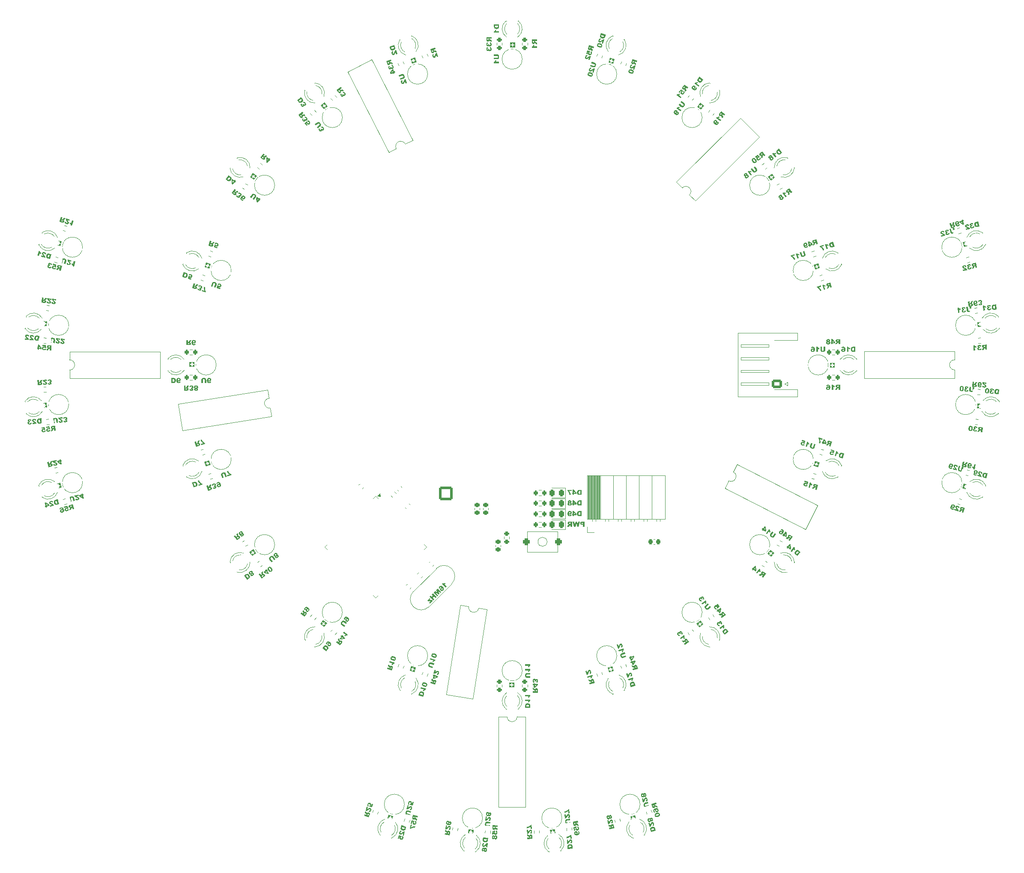
<source format=gbr>
%TF.GenerationSoftware,KiCad,Pcbnew,8.0.1*%
%TF.CreationDate,2024-08-22T21:09:10+09:00*%
%TF.ProjectId,Line-20240325,4c696e65-2d32-4303-9234-303332352e6b,rev?*%
%TF.SameCoordinates,Original*%
%TF.FileFunction,Legend,Bot*%
%TF.FilePolarity,Positive*%
%FSLAX46Y46*%
G04 Gerber Fmt 4.6, Leading zero omitted, Abs format (unit mm)*
G04 Created by KiCad (PCBNEW 8.0.1) date 2024-08-22 21:09:10*
%MOMM*%
%LPD*%
G01*
G04 APERTURE LIST*
G04 Aperture macros list*
%AMRoundRect*
0 Rectangle with rounded corners*
0 $1 Rounding radius*
0 $2 $3 $4 $5 $6 $7 $8 $9 X,Y pos of 4 corners*
0 Add a 4 corners polygon primitive as box body*
4,1,4,$2,$3,$4,$5,$6,$7,$8,$9,$2,$3,0*
0 Add four circle primitives for the rounded corners*
1,1,$1+$1,$2,$3*
1,1,$1+$1,$4,$5*
1,1,$1+$1,$6,$7*
1,1,$1+$1,$8,$9*
0 Add four rect primitives between the rounded corners*
20,1,$1+$1,$2,$3,$4,$5,0*
20,1,$1+$1,$4,$5,$6,$7,0*
20,1,$1+$1,$6,$7,$8,$9,0*
20,1,$1+$1,$8,$9,$2,$3,0*%
%AMHorizOval*
0 Thick line with rounded ends*
0 $1 width*
0 $2 $3 position (X,Y) of the first rounded end (center of the circle)*
0 $4 $5 position (X,Y) of the second rounded end (center of the circle)*
0 Add line between two ends*
20,1,$1,$2,$3,$4,$5,0*
0 Add two circle primitives to create the rounded ends*
1,1,$1,$2,$3*
1,1,$1,$4,$5*%
%AMRotRect*
0 Rectangle, with rotation*
0 The origin of the aperture is its center*
0 $1 length*
0 $2 width*
0 $3 Rotation angle, in degrees counterclockwise*
0 Add horizontal line*
21,1,$1,$2,0,0,$3*%
G04 Aperture macros list end*
%ADD10C,0.150000*%
%ADD11C,0.125000*%
%ADD12C,0.120000*%
%ADD13C,0.100000*%
%ADD14C,3.200000*%
%ADD15RoundRect,0.250001X-1.099999X-1.099999X1.099999X-1.099999X1.099999X1.099999X-1.099999X1.099999X0*%
%ADD16C,2.700000*%
%ADD17R,2.000000X2.000000*%
%ADD18C,2.000000*%
%ADD19RoundRect,0.200000X-0.214118X-0.264156X0.185334X-0.285090X0.214118X0.264156X-0.185334X0.285090X0*%
%ADD20C,1.400000*%
%ADD21RotRect,1.400000X1.400000X342.000000*%
%ADD22RoundRect,0.200000X0.000162X0.340037X-0.323444X0.104923X-0.000162X-0.340037X0.323444X-0.104923X0*%
%ADD23RotRect,1.400000X1.400000X252.000000*%
%ADD24RoundRect,0.225000X-0.335876X-0.017678X-0.017678X-0.335876X0.335876X0.017678X0.017678X0.335876X0*%
%ADD25RotRect,1.600000X1.600000X99.000000*%
%ADD26HorizOval,1.600000X0.000000X0.000000X0.000000X0.000000X0*%
%ADD27RoundRect,0.200000X-0.264156X0.214118X-0.285090X-0.185334X0.264156X-0.214118X0.285090X0.185334X0*%
%ADD28RoundRect,0.200000X0.200000X0.275000X-0.200000X0.275000X-0.200000X-0.275000X0.200000X-0.275000X0*%
%ADD29RotRect,1.400000X1.400000X195.000000*%
%ADD30RotRect,1.400000X1.400000X72.000000*%
%ADD31RoundRect,0.200000X-0.133012X-0.312942X0.256736X-0.222962X0.133012X0.312942X-0.256736X0.222962X0*%
%ADD32RotRect,1.400000X1.400000X324.000000*%
%ADD33RotRect,1.400000X1.400000X185.000000*%
%ADD34RoundRect,0.200000X0.105232X0.323344X-0.275191X0.199737X-0.105232X-0.323344X0.275191X-0.199737X0*%
%ADD35RoundRect,0.200000X-0.000162X-0.340037X0.323444X-0.104923X0.000162X0.340037X-0.323444X0.104923X0*%
%ADD36R,1.700000X1.700000*%
%ADD37O,1.700000X1.700000*%
%ADD38RoundRect,0.225000X0.225000X0.250000X-0.225000X0.250000X-0.225000X-0.250000X0.225000X-0.250000X0*%
%ADD39RoundRect,0.200000X0.248576X-0.232023X0.297324X0.164995X-0.248576X0.232023X-0.297324X-0.164995X0*%
%ADD40RotRect,1.800000X1.800000X36.000000*%
%ADD41C,1.800000*%
%ADD42RoundRect,0.243750X0.243750X0.456250X-0.243750X0.456250X-0.243750X-0.456250X0.243750X-0.456250X0*%
%ADD43RoundRect,0.200000X-0.105232X-0.323344X0.275191X-0.199737X0.105232X0.323344X-0.275191X0.199737X0*%
%ADD44RoundRect,0.200000X0.164995X0.297324X-0.232023X0.248576X-0.164995X-0.297324X0.232023X-0.248576X0*%
%ADD45R,1.800000X1.800000*%
%ADD46RotRect,1.600000X1.600000X27.000000*%
%ADD47HorizOval,1.600000X0.000000X0.000000X0.000000X0.000000X0*%
%ADD48RotRect,1.400000X1.400000X162.000000*%
%ADD49C,1.150000*%
%ADD50RoundRect,0.200000X-0.275191X-0.199737X0.105232X-0.323344X0.275191X0.199737X-0.105232X0.323344X0*%
%ADD51RotRect,1.800000X1.800000X288.000000*%
%ADD52RoundRect,0.200000X0.285090X-0.185334X0.264156X0.214118X-0.285090X0.185334X-0.264156X-0.214118X0*%
%ADD53RoundRect,0.200000X-0.164995X-0.297324X0.232023X-0.248576X0.164995X0.297324X-0.232023X0.248576X0*%
%ADD54RoundRect,0.200000X0.340037X-0.000162X0.104923X0.323444X-0.340037X0.000162X-0.104923X-0.323444X0*%
%ADD55RotRect,1.800000X1.800000X162.000000*%
%ADD56R,1.400000X1.400000*%
%ADD57R,1.600000X1.600000*%
%ADD58O,1.600000X1.600000*%
%ADD59RoundRect,0.200000X-0.200000X-0.275000X0.200000X-0.275000X0.200000X0.275000X-0.200000X0.275000X0*%
%ADD60RotRect,1.800000X1.800000X5.000000*%
%ADD61RoundRect,0.225000X-0.017678X0.335876X-0.335876X0.017678X0.017678X-0.335876X0.335876X-0.017678X0*%
%ADD62RotRect,1.800000X1.800000X165.000000*%
%ADD63RoundRect,0.200000X-0.275000X0.200000X-0.275000X-0.200000X0.275000X-0.200000X0.275000X0.200000X0*%
%ADD64RoundRect,0.200000X0.323444X0.104923X-0.000162X0.340037X-0.323444X-0.104923X0.000162X-0.340037X0*%
%ADD65RoundRect,0.200000X0.335876X0.053033X0.053033X0.335876X-0.335876X-0.053033X-0.053033X-0.335876X0*%
%ADD66RotRect,1.400000X1.400000X15.000000*%
%ADD67RoundRect,0.200000X0.110859X0.321458X-0.271663X0.204509X-0.110859X-0.321458X0.271663X-0.204509X0*%
%ADD68RotRect,1.600000X1.600000X315.000000*%
%ADD69HorizOval,1.600000X0.000000X0.000000X0.000000X0.000000X0*%
%ADD70RoundRect,0.200000X-0.222962X0.256736X-0.312942X-0.133012X0.222962X-0.256736X0.312942X0.133012X0*%
%ADD71RoundRect,0.200000X0.275191X0.199737X-0.105232X0.323344X-0.275191X-0.199737X0.105232X-0.323344X0*%
%ADD72RotRect,1.400000X1.400000X265.000000*%
%ADD73RoundRect,0.200000X0.256736X0.222962X-0.133012X0.312942X-0.256736X-0.222962X0.133012X-0.312942X0*%
%ADD74RotRect,1.800000X1.800000X85.000000*%
%ADD75RoundRect,0.200000X-0.199737X0.275191X-0.323344X-0.105232X0.199737X-0.275191X0.323344X0.105232X0*%
%ADD76RoundRect,0.200000X0.312942X-0.133012X0.222962X0.256736X-0.312942X0.133012X-0.222962X-0.256736X0*%
%ADD77RotRect,1.800000X1.800000X72.000000*%
%ADD78RoundRect,0.200000X0.104923X-0.323444X0.340037X0.000162X-0.104923X0.323444X-0.340037X-0.000162X0*%
%ADD79RotRect,1.800000X1.800000X15.000000*%
%ADD80RoundRect,0.250000X0.725000X-0.600000X0.725000X0.600000X-0.725000X0.600000X-0.725000X-0.600000X0*%
%ADD81O,1.950000X1.700000*%
%ADD82RotRect,1.800000X1.800000X126.000000*%
%ADD83RotRect,1.400000X1.400000X345.000000*%
%ADD84RotRect,1.400000X1.400000X175.000000*%
%ADD85RotRect,1.400000X1.400000X165.000000*%
%ADD86RotRect,1.800000X1.800000X345.000000*%
%ADD87RoundRect,0.225000X-0.250000X0.225000X-0.250000X-0.225000X0.250000X-0.225000X0.250000X0.225000X0*%
%ADD88RotRect,1.600000X1.600000X171.000000*%
%ADD89HorizOval,1.600000X0.000000X0.000000X0.000000X0.000000X0*%
%ADD90RoundRect,0.200000X-0.323344X0.105232X-0.199737X-0.275191X0.323344X-0.105232X0.199737X0.275191X0*%
%ADD91RotRect,1.800000X1.800000X185.000000*%
%ADD92RotRect,1.800000X1.800000X342.000000*%
%ADD93RotRect,1.400000X1.400000X216.000000*%
%ADD94RotRect,1.800000X1.800000X355.000000*%
%ADD95RotRect,1.800000X1.800000X18.000000*%
%ADD96RotRect,1.800000X1.800000X216.000000*%
%ADD97RotRect,1.800000X1.800000X252.000000*%
%ADD98RoundRect,0.200000X0.204509X-0.271663X0.321458X0.110859X-0.204509X0.271663X-0.321458X-0.110859X0*%
%ADD99RotRect,1.400000X1.400000X234.000000*%
%ADD100RoundRect,0.200000X0.275000X-0.200000X0.275000X0.200000X-0.275000X0.200000X-0.275000X-0.200000X0*%
%ADD101RoundRect,0.350000X-0.350000X-0.350000X0.350000X-0.350000X0.350000X0.350000X-0.350000X0.350000X0*%
%ADD102RoundRect,0.200000X-0.232023X-0.248576X0.164995X-0.297324X0.232023X0.248576X-0.164995X0.297324X0*%
%ADD103RotRect,1.800000X1.800000X144.000000*%
%ADD104RotRect,1.800000X1.800000X54.000000*%
%ADD105RotRect,1.400000X1.400000X144.000000*%
%ADD106RoundRect,0.200000X-0.323444X-0.104923X0.000162X-0.340037X0.323444X0.104923X-0.000162X0.340037X0*%
%ADD107RotRect,1.800000X1.800000X95.000000*%
%ADD108RotRect,1.800000X1.800000X195.000000*%
%ADD109RotRect,1.400000X1.400000X255.000000*%
%ADD110RoundRect,0.200000X-0.104923X0.323444X-0.340037X-0.000162X0.104923X-0.323444X0.340037X0.000162X0*%
%ADD111RotRect,1.800000X1.800000X198.000000*%
%ADD112RotRect,1.800000X1.800000X175.000000*%
%ADD113RotRect,1.400000X1.400000X36.000000*%
%ADD114RoundRect,0.200000X0.271663X0.204509X-0.110859X0.321458X-0.271663X-0.204509X0.110859X-0.321458X0*%
%ADD115RoundRect,0.200000X-0.297324X0.164995X-0.248576X-0.232023X0.297324X-0.164995X0.248576X0.232023X0*%
%ADD116RotRect,1.400000X1.400000X285.000000*%
%ADD117RotRect,1.400000X1.400000X198.000000*%
%ADD118RoundRect,0.200000X-0.185334X-0.285090X0.214118X-0.264156X0.185334X0.285090X-0.214118X0.264156X0*%
%ADD119RoundRect,0.200000X0.185334X0.285090X-0.214118X0.264156X-0.185334X-0.285090X0.214118X-0.264156X0*%
%ADD120RotRect,1.800000X1.800000X306.000000*%
%ADD121RotRect,1.400000X1.400000X18.000000*%
%ADD122RotRect,1.800000X1.800000X108.000000*%
%ADD123RoundRect,0.200000X-0.053033X0.335876X-0.335876X0.053033X0.053033X-0.335876X0.335876X-0.053033X0*%
%ADD124RotRect,1.400000X1.400000X288.000000*%
%ADD125RoundRect,0.200000X-0.340037X0.000162X-0.104923X-0.323444X0.340037X-0.000162X0.104923X0.323444X0*%
%ADD126RotRect,1.400000X1.400000X108.000000*%
%ADD127RotRect,1.400000X1.400000X54.000000*%
%ADD128RotRect,1.400000X1.400000X275.000000*%
%ADD129RotRect,1.400000X1.400000X306.000000*%
%ADD130RotRect,1.800000X1.800000X75.000000*%
%ADD131RoundRect,0.075000X0.415425X0.521491X-0.521491X-0.415425X-0.415425X-0.521491X0.521491X0.415425X0*%
%ADD132RoundRect,0.075000X-0.415425X0.521491X-0.521491X0.415425X0.415425X-0.521491X0.521491X-0.415425X0*%
%ADD133RotRect,1.400000X1.400000X355.000000*%
%ADD134RoundRect,0.200000X0.232023X0.248576X-0.164995X0.297324X-0.232023X-0.248576X0.164995X-0.297324X0*%
%ADD135RotRect,1.800000X1.800000X105.000000*%
%ADD136RotRect,1.800000X1.800000X234.000000*%
%ADD137RotRect,1.800000X1.800000X324.000000*%
%ADD138RoundRect,0.200000X0.323344X-0.105232X0.199737X0.275191X-0.323344X0.105232X-0.199737X-0.275191X0*%
%ADD139RoundRect,0.200000X-0.110859X-0.321458X0.271663X-0.204509X0.110859X0.321458X-0.271663X0.204509X0*%
%ADD140RotRect,1.400000X1.400000X126.000000*%
%ADD141RotRect,1.400000X1.400000X5.000000*%
%ADD142RoundRect,0.200000X0.214118X0.264156X-0.185334X0.285090X-0.214118X-0.264156X0.185334X-0.285090X0*%
%ADD143RotRect,1.600000X1.600000X243.000000*%
%ADD144HorizOval,1.600000X0.000000X0.000000X0.000000X0.000000X0*%
%ADD145RoundRect,0.200000X-0.321458X0.110859X-0.204509X-0.271663X0.321458X-0.110859X0.204509X0.271663X0*%
%ADD146RoundRect,0.225000X0.017678X-0.335876X0.335876X-0.017678X-0.017678X0.335876X-0.335876X0.017678X0*%
%ADD147RoundRect,0.200000X0.133012X0.312942X-0.256736X0.222962X-0.133012X-0.312942X0.256736X-0.222962X0*%
%ADD148RoundRect,0.200000X0.199737X-0.275191X0.323344X0.105232X-0.199737X0.275191X-0.323344X-0.105232X0*%
%ADD149RoundRect,0.200000X-0.271663X-0.204509X0.110859X-0.321458X0.271663X0.204509X-0.110859X0.321458X0*%
%ADD150RoundRect,0.200000X-0.256736X-0.222962X0.133012X-0.312942X0.256736X0.222962X-0.133012X0.312942X0*%
G04 APERTURE END LIST*
D10*
G36*
X14296928Y-32015000D02*
G01*
X13984298Y-32015000D01*
X13984298Y-31639842D01*
X13814060Y-31639842D01*
X13779602Y-31639098D01*
X13725950Y-31634545D01*
X13677020Y-31625855D01*
X13624538Y-31609964D01*
X13578857Y-31588114D01*
X13534158Y-31555090D01*
X13502948Y-31520990D01*
X13474698Y-31475345D01*
X13455237Y-31423390D01*
X13445551Y-31373833D01*
X13442832Y-31328189D01*
X13745184Y-31328189D01*
X13752150Y-31366590D01*
X13781576Y-31406346D01*
X13806297Y-31420987D01*
X13857013Y-31433675D01*
X13908094Y-31436632D01*
X13984298Y-31436632D01*
X13984298Y-31217791D01*
X13895637Y-31217791D01*
X13874709Y-31218295D01*
X13822365Y-31225851D01*
X13776935Y-31250031D01*
X13756378Y-31278365D01*
X13745184Y-31328189D01*
X13442832Y-31328189D01*
X13442323Y-31319640D01*
X13444380Y-31275555D01*
X13452280Y-31226966D01*
X13468984Y-31176226D01*
X13493753Y-31131890D01*
X13526587Y-31093960D01*
X13531921Y-31089076D01*
X13573909Y-31059231D01*
X13624031Y-31036984D01*
X13673467Y-31023961D01*
X13728880Y-31016519D01*
X13779622Y-31014581D01*
X14296928Y-31014581D01*
X14296928Y-32015000D01*
G37*
G36*
X13389078Y-31014581D02*
G01*
X13093544Y-31014581D01*
X12987054Y-31573408D01*
X12831960Y-31014581D01*
X12537159Y-31014581D01*
X12381332Y-31573408D01*
X12274842Y-31014581D01*
X11980774Y-31014581D01*
X12202790Y-32015000D01*
X12507605Y-32015000D01*
X12684193Y-31385097D01*
X12860048Y-32015000D01*
X13165107Y-32015000D01*
X13389078Y-31014581D01*
G37*
G36*
X11881122Y-32015000D02*
G01*
X11568736Y-32015000D01*
X11568736Y-31608579D01*
X11541136Y-31608579D01*
X11510499Y-31611842D01*
X11464933Y-31631782D01*
X11434939Y-31664979D01*
X11408513Y-31708963D01*
X11242427Y-32015000D01*
X10890718Y-32015000D01*
X11041171Y-31727526D01*
X11054949Y-31704525D01*
X11084891Y-31664511D01*
X11100171Y-31645765D01*
X11134472Y-31610778D01*
X11167445Y-31592154D01*
X11215561Y-31573408D01*
X11202815Y-31570405D01*
X11153584Y-31555701D01*
X11106384Y-31533841D01*
X11076800Y-31513615D01*
X11038721Y-31477951D01*
X11008199Y-31435900D01*
X10987757Y-31391711D01*
X10975801Y-31342097D01*
X10974100Y-31317930D01*
X11284926Y-31317930D01*
X11285613Y-31329946D01*
X11304465Y-31376060D01*
X11310851Y-31383457D01*
X11355023Y-31407323D01*
X11386240Y-31413935D01*
X11437577Y-31421001D01*
X11568736Y-31421001D01*
X11568736Y-31217791D01*
X11431960Y-31217791D01*
X11416456Y-31218018D01*
X11364014Y-31223480D01*
X11315945Y-31243681D01*
X11295861Y-31268424D01*
X11284926Y-31317930D01*
X10974100Y-31317930D01*
X10972295Y-31292285D01*
X10972707Y-31274634D01*
X10978889Y-31224748D01*
X10994460Y-31174712D01*
X11019189Y-31130352D01*
X11051232Y-31092804D01*
X11093146Y-31061034D01*
X11142044Y-31039249D01*
X11151835Y-31036262D01*
X11202486Y-31025205D01*
X11256559Y-31018652D01*
X11310860Y-31015448D01*
X11362595Y-31014581D01*
X11881122Y-31014581D01*
X11881122Y-32015000D01*
G37*
D11*
G36*
X-13843584Y-43319825D02*
G01*
X-13125128Y-44038281D01*
X-12924962Y-43838115D01*
X-13395413Y-43367664D01*
X-13343253Y-43359768D01*
X-13294501Y-43349679D01*
X-13244809Y-43336048D01*
X-13240496Y-43334677D01*
X-13190749Y-43316541D01*
X-13141204Y-43294952D01*
X-13093095Y-43271370D01*
X-13081952Y-43265595D01*
X-13247749Y-43099798D01*
X-13296483Y-43123657D01*
X-13342945Y-43143425D01*
X-13394281Y-43161314D01*
X-13442527Y-43173634D01*
X-13481420Y-43179760D01*
X-13531645Y-43182297D01*
X-13581460Y-43179199D01*
X-13630865Y-43170467D01*
X-13679859Y-43156100D01*
X-13843584Y-43319825D01*
G37*
G36*
X-14016222Y-43705090D02*
G01*
X-13962028Y-43717361D01*
X-13906797Y-43738579D01*
X-13861865Y-43761996D01*
X-13816269Y-43791138D01*
X-13770010Y-43826007D01*
X-13723086Y-43866603D01*
X-13687458Y-43900807D01*
X-13663797Y-43925145D01*
X-13627864Y-43965215D01*
X-13596307Y-44004670D01*
X-13564216Y-44051204D01*
X-13538428Y-44096851D01*
X-13516307Y-44148985D01*
X-13511524Y-44163642D01*
X-13499025Y-44213887D01*
X-13493121Y-44262496D01*
X-13494449Y-44316046D01*
X-13504390Y-44367458D01*
X-13517833Y-44405434D01*
X-13540484Y-44450293D01*
X-13570639Y-44495746D01*
X-13602459Y-44535180D01*
X-13639791Y-44575050D01*
X-13678595Y-44611078D01*
X-13722862Y-44645371D01*
X-13767042Y-44672323D01*
X-13816642Y-44693872D01*
X-13844263Y-44701902D01*
X-13894194Y-44709768D01*
X-13944397Y-44709163D01*
X-13994874Y-44700089D01*
X-14022574Y-44691595D01*
X-14069777Y-44670758D01*
X-14113564Y-44642791D01*
X-14153936Y-44607692D01*
X-14183304Y-44575111D01*
X-14212011Y-44534067D01*
X-14236493Y-44483495D01*
X-14251273Y-44430032D01*
X-14256351Y-44373675D01*
X-14254177Y-44333290D01*
X-14251183Y-44318582D01*
X-14013699Y-44318582D01*
X-14011801Y-44339028D01*
X-13993110Y-44386072D01*
X-13961197Y-44425660D01*
X-13948363Y-44437674D01*
X-13906502Y-44465537D01*
X-13857919Y-44476435D01*
X-13809216Y-44466332D01*
X-13767075Y-44437058D01*
X-13761970Y-44431730D01*
X-13734000Y-44387898D01*
X-13724244Y-44337234D01*
X-13725777Y-44315864D01*
X-13743283Y-44268031D01*
X-13773811Y-44229293D01*
X-13786278Y-44217695D01*
X-13827840Y-44190959D01*
X-13877780Y-44180936D01*
X-13884550Y-44181265D01*
X-13932061Y-44193712D01*
X-13973804Y-44223767D01*
X-13976280Y-44226296D01*
X-14003898Y-44267591D01*
X-14013699Y-44318582D01*
X-14251183Y-44318582D01*
X-14243285Y-44279783D01*
X-14223236Y-44229812D01*
X-14194030Y-44183379D01*
X-14161708Y-44146395D01*
X-14143007Y-44129005D01*
X-14100823Y-44098660D01*
X-14056358Y-44078348D01*
X-14023420Y-44069619D01*
X-13974956Y-44063462D01*
X-13925965Y-44063323D01*
X-13969902Y-44026980D01*
X-14015007Y-43992576D01*
X-14058439Y-43963802D01*
X-14104024Y-43942602D01*
X-14131302Y-43936894D01*
X-14183823Y-43941358D01*
X-14227336Y-43968853D01*
X-14239242Y-43982637D01*
X-14257214Y-44028782D01*
X-14254088Y-44059912D01*
X-14231999Y-44106154D01*
X-14450127Y-44281450D01*
X-14472956Y-44234395D01*
X-14489965Y-44183647D01*
X-14498484Y-44133960D01*
X-14499095Y-44089458D01*
X-14491702Y-44040934D01*
X-14475860Y-43992859D01*
X-14457931Y-43957098D01*
X-14429374Y-43914571D01*
X-14396536Y-43874727D01*
X-14362047Y-43838287D01*
X-14343962Y-43820896D01*
X-14297858Y-43782595D01*
X-14250482Y-43751689D01*
X-14201831Y-43728179D01*
X-14151908Y-43712064D01*
X-14100711Y-43703346D01*
X-14048240Y-43702023D01*
X-14016222Y-43705090D01*
G37*
G36*
X-14733364Y-44231711D02*
G01*
X-15022819Y-44521166D01*
X-14705904Y-45061562D01*
X-15245782Y-44744129D01*
X-15534374Y-45032721D01*
X-14826971Y-45740123D01*
X-14647184Y-45560337D01*
X-15190171Y-45017350D01*
X-14507811Y-45420963D01*
X-14345122Y-45258274D01*
X-14749080Y-44576259D01*
X-14206094Y-45119246D01*
X-14025961Y-44939114D01*
X-14733364Y-44231711D01*
G37*
G36*
X-15670811Y-45169158D02*
G01*
X-15890838Y-45389185D01*
X-15647669Y-45632355D01*
X-15888075Y-45872761D01*
X-16131245Y-45629592D01*
X-16352135Y-45850482D01*
X-15644733Y-46557885D01*
X-15423842Y-46336995D01*
X-15711224Y-46049612D01*
X-15470818Y-45809206D01*
X-15183436Y-46096588D01*
X-14963408Y-45876561D01*
X-15670811Y-45169158D01*
G37*
G36*
X-16270618Y-46144773D02*
G01*
X-16749013Y-46623168D01*
X-16635546Y-46736636D01*
X-16101712Y-46749589D01*
X-16378214Y-47026091D01*
X-16245576Y-47158729D01*
X-15731604Y-46644756D01*
X-15857506Y-46518854D01*
X-16365261Y-46504692D01*
X-16137980Y-46277411D01*
X-16270618Y-46144773D01*
G37*
D10*
G36*
X13747138Y-29915000D02*
G01*
X13284786Y-29915000D01*
X13252967Y-29914038D01*
X13202694Y-29908989D01*
X13149369Y-29899612D01*
X13099406Y-29887644D01*
X13090071Y-29885016D01*
X13044543Y-29867208D01*
X13000923Y-29841625D01*
X12959210Y-29808265D01*
X12939529Y-29788874D01*
X12907619Y-29750483D01*
X12880230Y-29707610D01*
X12857361Y-29660254D01*
X12844828Y-29624565D01*
X12833482Y-29576525D01*
X12825667Y-29521589D01*
X12821777Y-29469013D01*
X12820624Y-29417721D01*
X13133111Y-29417721D01*
X13133203Y-29432063D01*
X13135401Y-29484392D01*
X13142270Y-29538469D01*
X13156559Y-29586737D01*
X13182283Y-29628694D01*
X13221039Y-29659766D01*
X13259896Y-29672417D01*
X13309395Y-29678884D01*
X13359769Y-29680526D01*
X13435973Y-29680526D01*
X13435973Y-29149054D01*
X13358303Y-29149054D01*
X13322204Y-29150449D01*
X13271439Y-29158486D01*
X13224620Y-29176068D01*
X13185379Y-29206207D01*
X13179050Y-29213702D01*
X13155621Y-29256876D01*
X13141738Y-29308228D01*
X13134949Y-29363179D01*
X13133111Y-29417721D01*
X12820624Y-29417721D01*
X12820481Y-29411371D01*
X12821348Y-29373380D01*
X12825202Y-29323929D01*
X12833224Y-29269938D01*
X12845149Y-29217686D01*
X12853597Y-29189619D01*
X12872531Y-29141892D01*
X12896256Y-29097758D01*
X12924772Y-29057219D01*
X12942661Y-29036476D01*
X12978467Y-29003076D01*
X13018911Y-28974738D01*
X13063991Y-28951461D01*
X13080249Y-28944870D01*
X13128098Y-28930464D01*
X13182480Y-28920668D01*
X13235424Y-28915877D01*
X13284786Y-28914581D01*
X13747138Y-28914581D01*
X13747138Y-29915000D01*
G37*
G36*
X12737194Y-29510778D02*
G01*
X12737194Y-29743053D01*
X12227459Y-29743053D01*
X12227459Y-29915000D01*
X11983705Y-29915000D01*
X11983705Y-29743053D01*
X11857187Y-29743053D01*
X11857187Y-29508579D01*
X11983705Y-29508579D01*
X11983705Y-29193262D01*
X12227459Y-29193262D01*
X12227459Y-29508579D01*
X12496615Y-29508579D01*
X12227459Y-29193262D01*
X11983705Y-29193262D01*
X11983705Y-28898949D01*
X12227459Y-28898949D01*
X12737194Y-29510778D01*
G37*
G36*
X11450424Y-28900924D02*
G01*
X11505932Y-28908019D01*
X11556158Y-28920273D01*
X11606349Y-28940226D01*
X11631430Y-28954015D01*
X11672186Y-28983703D01*
X11707301Y-29019651D01*
X11736775Y-29061859D01*
X11750425Y-29087400D01*
X11769166Y-29135537D01*
X11780410Y-29186456D01*
X11784158Y-29240157D01*
X11781886Y-29283749D01*
X11773162Y-29332865D01*
X11754714Y-29385761D01*
X11727361Y-29433911D01*
X11691102Y-29477316D01*
X11660990Y-29504336D01*
X11615367Y-29534469D01*
X11565701Y-29555627D01*
X11511990Y-29567808D01*
X11462735Y-29571106D01*
X11441463Y-29570473D01*
X11389954Y-29562914D01*
X11340613Y-29545216D01*
X11311032Y-29528158D01*
X11272312Y-29498082D01*
X11237543Y-29463150D01*
X11243161Y-29519942D01*
X11250953Y-29576259D01*
X11261490Y-29627512D01*
X11278820Y-29675153D01*
X11293972Y-29698228D01*
X11333990Y-29731846D01*
X11383844Y-29743053D01*
X11401933Y-29741740D01*
X11447591Y-29722048D01*
X11468765Y-29695472D01*
X11484716Y-29649263D01*
X11762909Y-29680038D01*
X11745416Y-29729092D01*
X11721380Y-29776825D01*
X11692323Y-29818035D01*
X11661206Y-29849958D01*
X11621743Y-29879123D01*
X11576796Y-29902055D01*
X11538938Y-29914557D01*
X11488758Y-29924352D01*
X11437406Y-29929264D01*
X11387264Y-29930631D01*
X11362179Y-29930141D01*
X11302506Y-29924624D01*
X11247175Y-29912977D01*
X11196184Y-29895200D01*
X11149535Y-29871293D01*
X11107227Y-29841257D01*
X11069259Y-29805090D01*
X11048744Y-29780280D01*
X11019037Y-29733283D01*
X10994935Y-29679225D01*
X10979688Y-29630895D01*
X10968030Y-29578047D01*
X10959958Y-29520681D01*
X10955474Y-29458796D01*
X10954465Y-29409417D01*
X10954946Y-29375566D01*
X10957885Y-29321963D01*
X10963495Y-29271877D01*
X10969724Y-29238203D01*
X11247801Y-29238203D01*
X11248415Y-29255219D01*
X11258899Y-29303513D01*
X11287124Y-29345914D01*
X11292086Y-29350468D01*
X11334229Y-29375262D01*
X11385065Y-29383527D01*
X11388619Y-29383489D01*
X11437455Y-29373818D01*
X11480320Y-29344692D01*
X11493269Y-29328910D01*
X11513064Y-29282601D01*
X11518422Y-29232341D01*
X11517849Y-29214656D01*
X11508082Y-29165088D01*
X11481785Y-29122920D01*
X11440203Y-29095626D01*
X11389217Y-29086528D01*
X11381900Y-29086685D01*
X11331517Y-29097902D01*
X11289078Y-29126828D01*
X11275050Y-29143022D01*
X11253605Y-29189224D01*
X11247801Y-29238203D01*
X10969724Y-29238203D01*
X10973753Y-29216419D01*
X10987858Y-29166027D01*
X11009176Y-29113639D01*
X11016128Y-29099892D01*
X11042730Y-29055507D01*
X11072862Y-29016919D01*
X11111620Y-28979916D01*
X11154989Y-28950484D01*
X11191347Y-28932971D01*
X11239084Y-28917117D01*
X11292547Y-28906196D01*
X11342931Y-28900761D01*
X11397522Y-28898949D01*
X11450424Y-28900924D01*
G37*
G36*
X13747137Y-27815000D02*
G01*
X13284785Y-27815000D01*
X13252966Y-27814038D01*
X13202693Y-27808989D01*
X13149368Y-27799612D01*
X13099405Y-27787644D01*
X13090070Y-27785016D01*
X13044542Y-27767208D01*
X13000922Y-27741625D01*
X12959209Y-27708265D01*
X12939528Y-27688874D01*
X12907618Y-27650483D01*
X12880229Y-27607610D01*
X12857360Y-27560254D01*
X12844827Y-27524565D01*
X12833481Y-27476525D01*
X12825666Y-27421589D01*
X12821776Y-27369013D01*
X12820623Y-27317721D01*
X13133110Y-27317721D01*
X13133202Y-27332063D01*
X13135400Y-27384392D01*
X13142269Y-27438469D01*
X13156558Y-27486737D01*
X13182282Y-27528694D01*
X13221038Y-27559766D01*
X13259895Y-27572417D01*
X13309394Y-27578884D01*
X13359768Y-27580526D01*
X13435972Y-27580526D01*
X13435972Y-27049054D01*
X13358302Y-27049054D01*
X13322203Y-27050449D01*
X13271438Y-27058486D01*
X13224619Y-27076068D01*
X13185378Y-27106207D01*
X13179049Y-27113702D01*
X13155620Y-27156876D01*
X13141737Y-27208228D01*
X13134948Y-27263179D01*
X13133110Y-27317721D01*
X12820623Y-27317721D01*
X12820480Y-27311371D01*
X12821347Y-27273380D01*
X12825201Y-27223929D01*
X12833223Y-27169938D01*
X12845148Y-27117686D01*
X12853596Y-27089619D01*
X12872530Y-27041892D01*
X12896255Y-26997758D01*
X12924771Y-26957219D01*
X12942660Y-26936476D01*
X12978466Y-26903076D01*
X13018910Y-26874738D01*
X13063990Y-26851461D01*
X13080248Y-26844870D01*
X13128097Y-26830464D01*
X13182479Y-26820668D01*
X13235423Y-26815877D01*
X13284785Y-26814581D01*
X13747137Y-26814581D01*
X13747137Y-27815000D01*
G37*
G36*
X12737193Y-27410778D02*
G01*
X12737193Y-27643053D01*
X12227458Y-27643053D01*
X12227458Y-27815000D01*
X11983704Y-27815000D01*
X11983704Y-27643053D01*
X11857186Y-27643053D01*
X11857186Y-27408579D01*
X11983704Y-27408579D01*
X11983704Y-27093262D01*
X12227458Y-27093262D01*
X12227458Y-27408579D01*
X12496614Y-27408579D01*
X12227458Y-27093262D01*
X11983704Y-27093262D01*
X11983704Y-26798949D01*
X12227458Y-26798949D01*
X12737193Y-27410778D01*
G37*
G36*
X11426416Y-26800410D02*
G01*
X11478028Y-26806020D01*
X11532902Y-26817883D01*
X11582026Y-26835472D01*
X11625399Y-26858789D01*
X11653277Y-26878966D01*
X11693120Y-26917636D01*
X11721578Y-26960584D01*
X11738654Y-27007809D01*
X11744346Y-27059312D01*
X11741766Y-27095582D01*
X11728222Y-27145866D01*
X11703069Y-27191203D01*
X11690541Y-27206674D01*
X11651491Y-27240567D01*
X11607081Y-27267163D01*
X11612411Y-27269312D01*
X11660906Y-27293822D01*
X11700672Y-27323818D01*
X11734332Y-27363150D01*
X11736856Y-27367054D01*
X11759336Y-27413525D01*
X11771357Y-27461382D01*
X11775364Y-27514581D01*
X11774978Y-27531602D01*
X11769182Y-27580835D01*
X11754585Y-27632322D01*
X11731401Y-27680422D01*
X11722801Y-27693982D01*
X11688989Y-27734626D01*
X11647258Y-27768257D01*
X11602929Y-27792529D01*
X11574672Y-27803506D01*
X11521770Y-27817199D01*
X11467718Y-27825273D01*
X11415619Y-27829292D01*
X11358198Y-27830631D01*
X11352895Y-27830615D01*
X11300917Y-27828640D01*
X11250847Y-27823373D01*
X11197974Y-27813778D01*
X11166243Y-27805398D01*
X11117339Y-27786846D01*
X11072189Y-27760778D01*
X11045006Y-27738068D01*
X11012669Y-27700395D01*
X10986948Y-27658440D01*
X10968659Y-27616093D01*
X10956364Y-27567253D01*
X10952266Y-27516046D01*
X10953386Y-27502369D01*
X11233390Y-27502369D01*
X11233545Y-27509918D01*
X11244625Y-27561249D01*
X11273201Y-27603241D01*
X11312778Y-27631817D01*
X11363082Y-27643053D01*
X11366338Y-27643014D01*
X11415308Y-27632023D01*
X11455895Y-27603974D01*
X11463140Y-27596405D01*
X11488679Y-27552703D01*
X11496439Y-27503101D01*
X11496098Y-27491156D01*
X11485479Y-27441655D01*
X11457604Y-27400031D01*
X11415473Y-27371271D01*
X11366746Y-27361685D01*
X11363446Y-27361723D01*
X11314086Y-27372852D01*
X11273690Y-27401252D01*
X11266488Y-27408823D01*
X11241103Y-27452600D01*
X11233390Y-27502369D01*
X10953386Y-27502369D01*
X10956202Y-27467970D01*
X10969622Y-27418283D01*
X10992566Y-27371943D01*
X10997736Y-27363892D01*
X11032004Y-27323190D01*
X11071722Y-27291448D01*
X11114443Y-27267163D01*
X11099510Y-27257111D01*
X11058094Y-27223914D01*
X11023829Y-27184609D01*
X11010714Y-27162784D01*
X10991608Y-27113436D01*
X10987774Y-27082027D01*
X11251952Y-27082027D01*
X11254981Y-27106041D01*
X11282971Y-27148461D01*
X11313218Y-27165992D01*
X11361861Y-27174106D01*
X11402369Y-27169833D01*
X11448812Y-27148217D01*
X11467306Y-27128345D01*
X11481296Y-27079829D01*
X11477544Y-27053269D01*
X11449544Y-27012662D01*
X11415416Y-26993903D01*
X11366746Y-26986528D01*
X11328849Y-26990922D01*
X11284192Y-27013150D01*
X11265837Y-27033190D01*
X11251952Y-27082027D01*
X10987774Y-27082027D01*
X10985239Y-27061266D01*
X10985333Y-27054236D01*
X10992870Y-27000709D01*
X11012467Y-26952005D01*
X11044123Y-26908125D01*
X11081715Y-26873688D01*
X11121603Y-26848288D01*
X11168909Y-26828144D01*
X11223635Y-26813255D01*
X11274907Y-26804861D01*
X11331331Y-26800117D01*
X11380179Y-26798949D01*
X11426416Y-26800410D01*
G37*
G36*
X13747137Y-25715000D02*
G01*
X13284785Y-25715000D01*
X13252966Y-25714038D01*
X13202693Y-25708989D01*
X13149368Y-25699612D01*
X13099405Y-25687644D01*
X13090070Y-25685016D01*
X13044542Y-25667208D01*
X13000922Y-25641625D01*
X12959209Y-25608265D01*
X12939528Y-25588874D01*
X12907618Y-25550483D01*
X12880229Y-25507610D01*
X12857360Y-25460254D01*
X12844827Y-25424565D01*
X12833481Y-25376525D01*
X12825666Y-25321589D01*
X12821776Y-25269013D01*
X12820623Y-25217721D01*
X13133110Y-25217721D01*
X13133202Y-25232063D01*
X13135400Y-25284392D01*
X13142269Y-25338469D01*
X13156558Y-25386737D01*
X13182282Y-25428694D01*
X13221038Y-25459766D01*
X13259895Y-25472417D01*
X13309394Y-25478884D01*
X13359768Y-25480526D01*
X13435972Y-25480526D01*
X13435972Y-24949054D01*
X13358302Y-24949054D01*
X13322203Y-24950449D01*
X13271438Y-24958486D01*
X13224619Y-24976068D01*
X13185378Y-25006207D01*
X13179049Y-25013702D01*
X13155620Y-25056876D01*
X13141737Y-25108228D01*
X13134948Y-25163179D01*
X13133110Y-25217721D01*
X12820623Y-25217721D01*
X12820480Y-25211371D01*
X12821347Y-25173380D01*
X12825201Y-25123929D01*
X12833223Y-25069938D01*
X12845148Y-25017686D01*
X12853596Y-24989619D01*
X12872530Y-24941892D01*
X12896255Y-24897758D01*
X12924771Y-24857219D01*
X12942660Y-24836476D01*
X12978466Y-24803076D01*
X13018910Y-24774738D01*
X13063990Y-24751461D01*
X13080248Y-24744870D01*
X13128097Y-24730464D01*
X13182479Y-24720668D01*
X13235423Y-24715877D01*
X13284785Y-24714581D01*
X13747137Y-24714581D01*
X13747137Y-25715000D01*
G37*
G36*
X12737193Y-25310778D02*
G01*
X12737193Y-25543053D01*
X12227458Y-25543053D01*
X12227458Y-25715000D01*
X11983704Y-25715000D01*
X11983704Y-25543053D01*
X11857186Y-25543053D01*
X11857186Y-25308579D01*
X11983704Y-25308579D01*
X11983704Y-24993262D01*
X12227458Y-24993262D01*
X12227458Y-25308579D01*
X12496614Y-25308579D01*
X12227458Y-24993262D01*
X11983704Y-24993262D01*
X11983704Y-24698949D01*
X12227458Y-24698949D01*
X12737193Y-25310778D01*
G37*
G36*
X11770480Y-24714581D02*
G01*
X10953731Y-24714581D01*
X10953731Y-24901915D01*
X10992429Y-24938285D01*
X11028653Y-24975772D01*
X11062404Y-25014375D01*
X11093683Y-25054094D01*
X11122488Y-25094929D01*
X11131540Y-25108789D01*
X11157677Y-25151754D01*
X11182049Y-25196234D01*
X11204656Y-25242229D01*
X11225497Y-25289738D01*
X11244574Y-25338762D01*
X11261886Y-25389301D01*
X11268316Y-25409940D01*
X11282327Y-25459957D01*
X11294500Y-25513289D01*
X11304835Y-25569935D01*
X11312045Y-25619673D01*
X11317978Y-25671711D01*
X11321805Y-25715000D01*
X11600731Y-25715000D01*
X11591900Y-25654992D01*
X11581894Y-25597458D01*
X11570712Y-25542396D01*
X11558355Y-25489808D01*
X11544822Y-25439692D01*
X11530114Y-25392049D01*
X11510076Y-25335974D01*
X11497172Y-25304183D01*
X11473028Y-25251721D01*
X11444865Y-25198138D01*
X11419441Y-25154464D01*
X11391444Y-25110073D01*
X11360876Y-25064964D01*
X11327735Y-25019138D01*
X11292022Y-24972595D01*
X11273201Y-24949054D01*
X11770480Y-24949054D01*
X11770480Y-24714581D01*
G37*
G36*
X91303998Y-3360656D02*
G01*
X91282728Y-3766519D01*
X91310290Y-3767964D01*
X91341056Y-3766309D01*
X91387603Y-3748781D01*
X91419293Y-3717200D01*
X91447986Y-3674659D01*
X91629860Y-3377734D01*
X91981087Y-3396141D01*
X91815795Y-3675347D01*
X91800832Y-3697595D01*
X91768837Y-3735987D01*
X91752597Y-3753907D01*
X91716512Y-3787052D01*
X91682610Y-3803924D01*
X91633579Y-3820126D01*
X91646150Y-3823793D01*
X91694543Y-3841053D01*
X91740535Y-3865353D01*
X91769019Y-3887100D01*
X91805180Y-3924707D01*
X91833460Y-3968299D01*
X91851561Y-4013496D01*
X91860904Y-4063668D01*
X91861798Y-4113596D01*
X91860463Y-4131201D01*
X91851678Y-4180695D01*
X91833510Y-4229848D01*
X91806493Y-4272853D01*
X91772529Y-4308672D01*
X91729010Y-4338205D01*
X91679039Y-4357401D01*
X91669105Y-4359871D01*
X91617945Y-4368263D01*
X91563603Y-4371976D01*
X91509208Y-4372334D01*
X91457499Y-4370493D01*
X90939682Y-4343355D01*
X90949460Y-4156772D01*
X91262276Y-4156772D01*
X91398864Y-4163931D01*
X91414359Y-4164515D01*
X91467015Y-4161806D01*
X91516076Y-4144148D01*
X91537427Y-4120489D01*
X91550938Y-4071624D01*
X91550881Y-4059588D01*
X91534468Y-4012551D01*
X91528477Y-4004830D01*
X91485615Y-3978685D01*
X91454787Y-3970448D01*
X91403890Y-3960705D01*
X91272911Y-3953841D01*
X91262276Y-4156772D01*
X90949460Y-4156772D01*
X90992040Y-3344307D01*
X91303998Y-3360656D01*
G37*
G36*
X92474112Y-3406326D02*
G01*
X92526851Y-3411056D01*
X92581955Y-3421007D01*
X92631548Y-3435804D01*
X92680750Y-3458245D01*
X92705199Y-3473398D01*
X92744455Y-3505241D01*
X92777599Y-3542954D01*
X92804631Y-3586537D01*
X92816853Y-3612806D01*
X92832953Y-3661827D01*
X92841469Y-3713081D01*
X92842400Y-3766569D01*
X92837838Y-3810194D01*
X92826545Y-3858992D01*
X92805345Y-3911024D01*
X92775503Y-3957782D01*
X92737020Y-3999266D01*
X92705554Y-4024673D01*
X92658501Y-4052382D01*
X92607951Y-4070919D01*
X92553902Y-4080285D01*
X92504789Y-4081013D01*
X92479353Y-4078751D01*
X92428576Y-4067706D01*
X92383728Y-4048254D01*
X92355201Y-4029618D01*
X92318197Y-3997721D01*
X92285312Y-3961407D01*
X92287703Y-4018377D01*
X92292317Y-4074917D01*
X92299996Y-4126448D01*
X92314744Y-4174509D01*
X92328755Y-4198600D01*
X92367215Y-4234643D01*
X92416764Y-4248583D01*
X92434974Y-4248207D01*
X92481292Y-4230686D01*
X92502335Y-4207533D01*
X92521919Y-4160175D01*
X92798145Y-4204980D01*
X92778452Y-4253432D01*
X92752120Y-4300029D01*
X92720896Y-4339607D01*
X92688233Y-4369838D01*
X92647226Y-4396813D01*
X92600899Y-4417208D01*
X92562327Y-4427813D01*
X92511614Y-4435048D01*
X92460031Y-4437305D01*
X92409874Y-4436057D01*
X92384849Y-4434255D01*
X92325536Y-4425622D01*
X92270867Y-4411094D01*
X92220842Y-4390671D01*
X92175462Y-4364353D01*
X92134725Y-4332140D01*
X92098632Y-4294033D01*
X92079487Y-4268186D01*
X92052343Y-4219701D01*
X92031154Y-4164458D01*
X92018491Y-4115399D01*
X92009639Y-4062014D01*
X92004598Y-4004305D01*
X92003368Y-3942271D01*
X92004947Y-3892907D01*
X92007201Y-3859038D01*
X92012935Y-3805522D01*
X92021141Y-3755670D01*
X92021466Y-3754305D01*
X92306564Y-3754305D01*
X92314506Y-3803081D01*
X92340473Y-3846900D01*
X92345248Y-3851712D01*
X92386289Y-3878691D01*
X92436556Y-3889601D01*
X92440092Y-3889748D01*
X92489260Y-3882641D01*
X92533712Y-3855805D01*
X92547636Y-3840713D01*
X92570090Y-3795344D01*
X92578156Y-3745139D01*
X92578496Y-3727562D01*
X92571192Y-3677810D01*
X92546783Y-3634413D01*
X92506686Y-3604980D01*
X92456734Y-3593252D01*
X92449358Y-3593023D01*
X92398068Y-3601566D01*
X92353891Y-3628217D01*
X92339035Y-3643655D01*
X92315201Y-3688672D01*
X92306841Y-3737279D01*
X92306564Y-3754305D01*
X92021466Y-3754305D01*
X92034249Y-3700685D01*
X92050915Y-3650976D01*
X92074857Y-3599653D01*
X92082548Y-3586291D01*
X92111524Y-3543382D01*
X92143697Y-3506469D01*
X92184381Y-3471624D01*
X92229240Y-3444610D01*
X92266457Y-3429189D01*
X92314949Y-3416006D01*
X92368905Y-3408001D01*
X92419502Y-3405261D01*
X92474112Y-3406326D01*
G37*
G36*
X93778934Y-3490362D02*
G01*
X92940622Y-3446428D01*
X92946876Y-3501148D01*
X92958807Y-3554738D01*
X92976415Y-3607198D01*
X92999700Y-3658528D01*
X93015555Y-3687351D01*
X93045241Y-3731885D01*
X93076745Y-3771256D01*
X93114400Y-3812680D01*
X93148951Y-3847299D01*
X93187438Y-3883232D01*
X93229862Y-3920480D01*
X93276222Y-3959042D01*
X93317515Y-3993427D01*
X93358003Y-4029272D01*
X93394137Y-4064604D01*
X93426166Y-4103375D01*
X93448618Y-4147271D01*
X93455929Y-4193472D01*
X93441402Y-4241989D01*
X93417974Y-4269014D01*
X93372922Y-4292560D01*
X93330932Y-4296492D01*
X93282665Y-4285280D01*
X93245184Y-4257268D01*
X93220573Y-4212040D01*
X93208781Y-4159556D01*
X93205939Y-4133411D01*
X92924718Y-4141908D01*
X92930711Y-4191412D01*
X92941080Y-4242067D01*
X92957233Y-4291506D01*
X92975582Y-4328741D01*
X93004516Y-4368650D01*
X93040771Y-4402875D01*
X93084345Y-4431417D01*
X93093938Y-4436444D01*
X93142905Y-4456153D01*
X93194841Y-4469403D01*
X93246778Y-4477701D01*
X93296118Y-4482365D01*
X93313554Y-4483417D01*
X93366562Y-4485026D01*
X93422750Y-4483650D01*
X93472849Y-4478772D01*
X93522648Y-4468909D01*
X93544566Y-4462261D01*
X93593745Y-4440739D01*
X93636378Y-4411947D01*
X93672466Y-4375886D01*
X93678898Y-4367802D01*
X93706044Y-4324799D01*
X93724166Y-4278075D01*
X93733263Y-4227630D01*
X93734000Y-4217094D01*
X93732357Y-4166862D01*
X93722121Y-4117418D01*
X93703293Y-4068761D01*
X93689120Y-4042070D01*
X93658872Y-3998265D01*
X93623463Y-3957811D01*
X93586469Y-3921559D01*
X93543343Y-3883850D01*
X93502721Y-3851314D01*
X93461216Y-3819536D01*
X93422100Y-3788715D01*
X93393997Y-3765150D01*
X93358476Y-3730986D01*
X93330311Y-3701646D01*
X93766663Y-3724514D01*
X93778934Y-3490362D01*
G37*
G36*
X59366550Y-15519723D02*
G01*
X59071311Y-15423794D01*
X58887378Y-15989881D01*
X58874343Y-16037127D01*
X58865333Y-16089494D01*
X58862085Y-16141727D01*
X58862234Y-16157371D01*
X58867111Y-16208633D01*
X58879020Y-16258167D01*
X58897961Y-16305973D01*
X58902593Y-16315327D01*
X58928109Y-16358688D01*
X58959886Y-16399249D01*
X58995550Y-16432333D01*
X59036380Y-16460992D01*
X59082801Y-16487070D01*
X59128004Y-16507770D01*
X59177487Y-16526493D01*
X59192411Y-16531480D01*
X59242365Y-16546436D01*
X59291047Y-16558884D01*
X59342844Y-16570236D01*
X59348195Y-16571311D01*
X59399688Y-16579244D01*
X59451648Y-16581699D01*
X59498703Y-16577583D01*
X59547157Y-16565688D01*
X59595206Y-16546148D01*
X59627013Y-16528876D01*
X59667210Y-16501080D01*
X59703519Y-16467338D01*
X59725588Y-16439689D01*
X59754864Y-16394672D01*
X59778740Y-16351515D01*
X59798938Y-16305748D01*
X59805151Y-16288084D01*
X59989084Y-15721996D01*
X59693845Y-15626067D01*
X59505912Y-16204466D01*
X59484750Y-16252130D01*
X59452927Y-16291183D01*
X59423076Y-16311607D01*
X59373036Y-16326608D01*
X59321136Y-16324455D01*
X59288329Y-16316106D01*
X59241335Y-16295223D01*
X59202724Y-16263747D01*
X59182430Y-16234187D01*
X59167582Y-16184191D01*
X59170028Y-16131627D01*
X59178617Y-16098122D01*
X59366550Y-15519723D01*
G37*
G36*
X58326313Y-15165293D02*
G01*
X58012337Y-16131615D01*
X58281559Y-16219090D01*
X58487154Y-15586336D01*
X58517869Y-15629225D01*
X58548992Y-15668083D01*
X58583697Y-15706172D01*
X58586876Y-15709392D01*
X58625620Y-15745483D01*
X58667349Y-15779827D01*
X58710202Y-15811986D01*
X58720406Y-15819293D01*
X58792862Y-15596296D01*
X58749479Y-15563706D01*
X58710772Y-15531282D01*
X58671526Y-15493663D01*
X58638647Y-15456269D01*
X58615531Y-15424396D01*
X58590469Y-15380797D01*
X58570614Y-15335005D01*
X58555965Y-15287021D01*
X58546523Y-15236844D01*
X58326313Y-15165293D01*
G37*
G36*
X57929380Y-15052758D02*
G01*
X57297554Y-14847465D01*
X57225098Y-15070462D01*
X57652974Y-15209488D01*
X57632270Y-15351455D01*
X57594589Y-15317254D01*
X57555485Y-15289011D01*
X57512480Y-15265219D01*
X57473236Y-15249703D01*
X57420243Y-15235834D01*
X57369102Y-15229266D01*
X57319815Y-15230000D01*
X57264655Y-15240084D01*
X57212017Y-15260105D01*
X57164136Y-15288591D01*
X57123449Y-15324133D01*
X57089956Y-15366732D01*
X57063657Y-15416387D01*
X57051860Y-15447930D01*
X57038889Y-15500290D01*
X57033602Y-15553888D01*
X57035998Y-15608723D01*
X57040648Y-15639721D01*
X57053092Y-15687872D01*
X57074792Y-15737943D01*
X57104647Y-15783677D01*
X57129080Y-15811755D01*
X57167978Y-15845966D01*
X57214611Y-15876527D01*
X57261760Y-15900273D01*
X57314831Y-15921225D01*
X57331081Y-15926697D01*
X57382732Y-15941875D01*
X57431063Y-15952764D01*
X57480871Y-15959834D01*
X57499646Y-15961179D01*
X57548525Y-15960746D01*
X57597988Y-15953620D01*
X57632441Y-15943719D01*
X57677979Y-15924018D01*
X57721646Y-15897168D01*
X57735890Y-15886164D01*
X57771635Y-15852101D01*
X57803871Y-15813038D01*
X57822339Y-15786874D01*
X57561720Y-15672917D01*
X57533317Y-15714192D01*
X57492797Y-15744299D01*
X57487128Y-15746783D01*
X57437349Y-15756658D01*
X57391602Y-15749130D01*
X57346477Y-15725327D01*
X57315199Y-15687739D01*
X57312074Y-15681686D01*
X57300299Y-15633641D01*
X57304902Y-15584794D01*
X57312292Y-15557717D01*
X57332131Y-15511416D01*
X57362712Y-15472787D01*
X57385373Y-15457679D01*
X57433210Y-15445019D01*
X57482951Y-15450437D01*
X57494249Y-15453763D01*
X57539299Y-15475723D01*
X57563304Y-15494947D01*
X57594028Y-15533963D01*
X57607658Y-15558410D01*
X57843649Y-15602729D01*
X57929380Y-15052758D01*
G37*
G36*
X60787165Y-19329544D02*
G01*
X60486635Y-20254480D01*
X59562395Y-19954176D01*
X59667691Y-19630108D01*
X59784520Y-19630108D01*
X60034695Y-19711395D01*
X59952578Y-19964125D01*
X60163728Y-20032732D01*
X60245845Y-19780002D01*
X60497414Y-19861742D01*
X60565040Y-19653611D01*
X60313471Y-19571872D01*
X60395588Y-19319141D01*
X60184437Y-19250534D01*
X60102320Y-19503265D01*
X59852145Y-19421978D01*
X59784520Y-19630108D01*
X59667691Y-19630108D01*
X59862925Y-19029240D01*
X60787165Y-19329544D01*
G37*
G36*
X-49231935Y-41173379D02*
G01*
X-49229561Y-41200085D01*
X-49230265Y-41250056D01*
X-49231609Y-41274203D01*
X-49238794Y-41322671D01*
X-49254523Y-41357118D01*
X-49282431Y-41400565D01*
X-49270353Y-41395504D01*
X-49221882Y-41378462D01*
X-49170848Y-41368404D01*
X-49135025Y-41367378D01*
X-49083256Y-41373848D01*
X-49033846Y-41389928D01*
X-48991335Y-41413662D01*
X-48952500Y-41446773D01*
X-48920384Y-41485011D01*
X-48910343Y-41499533D01*
X-48886022Y-41543526D01*
X-48869208Y-41593158D01*
X-48863141Y-41643582D01*
X-48866994Y-41692792D01*
X-48882229Y-41743131D01*
X-48908983Y-41789497D01*
X-48915149Y-41797669D01*
X-48949627Y-41836386D01*
X-48989521Y-41873471D01*
X-49031569Y-41907981D01*
X-49072913Y-41939091D01*
X-49492411Y-42243874D01*
X-49864703Y-41731457D01*
X-49478573Y-41731457D01*
X-49359129Y-41895857D01*
X-49248475Y-41815462D01*
X-49236065Y-41806165D01*
X-49196849Y-41770923D01*
X-49169834Y-41726325D01*
X-49168130Y-41694502D01*
X-49188382Y-41648023D01*
X-49196000Y-41638706D01*
X-49238357Y-41612480D01*
X-49247872Y-41610250D01*
X-49297636Y-41616905D01*
X-49326777Y-41629905D01*
X-49372463Y-41654364D01*
X-49478573Y-41731457D01*
X-49864703Y-41731457D01*
X-50080442Y-41434518D01*
X-49827716Y-41250902D01*
X-49588828Y-41579703D01*
X-49566500Y-41563480D01*
X-49543632Y-41542832D01*
X-49518488Y-41499917D01*
X-49513735Y-41455431D01*
X-49518209Y-41404314D01*
X-49563727Y-41059103D01*
X-49279188Y-40852373D01*
X-49231935Y-41173379D01*
G37*
G36*
X-48552727Y-40537106D02*
G01*
X-48450372Y-40462741D01*
X-48312552Y-40652434D01*
X-48414907Y-40726799D01*
X-48056575Y-41220000D01*
X-48253777Y-41363275D01*
X-49025785Y-41167910D01*
X-49127232Y-41028280D01*
X-48829860Y-41028280D01*
X-48426769Y-41125171D01*
X-48612108Y-40870074D01*
X-48829860Y-41028280D01*
X-49127232Y-41028280D01*
X-49162312Y-40979996D01*
X-48749928Y-40680381D01*
X-48850996Y-40541273D01*
X-48653795Y-40397998D01*
X-48552727Y-40537106D01*
G37*
G36*
X-47829684Y-39935404D02*
G01*
X-47801624Y-39945807D01*
X-47754447Y-39969877D01*
X-47706759Y-40002361D01*
X-47668240Y-40034407D01*
X-47629393Y-40071837D01*
X-47590220Y-40114653D01*
X-47550719Y-40162853D01*
X-47520878Y-40202538D01*
X-47503519Y-40227177D01*
X-47475270Y-40270958D01*
X-47449732Y-40315582D01*
X-47426904Y-40361048D01*
X-47406787Y-40407357D01*
X-47404018Y-40414295D01*
X-47388178Y-40461538D01*
X-47377657Y-40512689D01*
X-47377256Y-40515789D01*
X-47375269Y-40567245D01*
X-47380976Y-40618652D01*
X-47386633Y-40643396D01*
X-47404416Y-40689883D01*
X-47429227Y-40733411D01*
X-47436761Y-40744388D01*
X-47471016Y-40784823D01*
X-47506792Y-40818123D01*
X-47549542Y-40851619D01*
X-47570852Y-40866552D01*
X-47612993Y-40892773D01*
X-47664771Y-40918714D01*
X-47715552Y-40937060D01*
X-47765334Y-40947812D01*
X-47814118Y-40950970D01*
X-47871342Y-40944734D01*
X-47909189Y-40933839D01*
X-47957235Y-40911480D01*
X-48006099Y-40879413D01*
X-48045779Y-40846768D01*
X-48085984Y-40807909D01*
X-48126713Y-40762837D01*
X-48157603Y-40724954D01*
X-48188788Y-40683576D01*
X-48193014Y-40677727D01*
X-48221052Y-40637014D01*
X-48249794Y-40590987D01*
X-48275014Y-40545497D01*
X-48296713Y-40500542D01*
X-48299160Y-40494991D01*
X-48317959Y-40447066D01*
X-48332031Y-40398107D01*
X-48339449Y-40345318D01*
X-48339919Y-40316874D01*
X-48335261Y-40267320D01*
X-48327500Y-40235950D01*
X-48091960Y-40235950D01*
X-48091128Y-40287777D01*
X-48075792Y-40336806D01*
X-48053118Y-40383412D01*
X-48026201Y-40429260D01*
X-47998493Y-40471628D01*
X-47965987Y-40517777D01*
X-47932535Y-40562543D01*
X-47901266Y-40601745D01*
X-47866627Y-40641446D01*
X-47830190Y-40677639D01*
X-47789632Y-40708153D01*
X-47765226Y-40719662D01*
X-47714733Y-40725577D01*
X-47667505Y-40705464D01*
X-47646633Y-40686254D01*
X-47625101Y-40641635D01*
X-47625107Y-40590128D01*
X-47640401Y-40541156D01*
X-47663655Y-40493751D01*
X-47691496Y-40446632D01*
X-47720275Y-40402791D01*
X-47754124Y-40354792D01*
X-47778245Y-40322211D01*
X-47809554Y-40282064D01*
X-47845587Y-40239820D01*
X-47883180Y-40202508D01*
X-47886257Y-40199860D01*
X-47927959Y-40170458D01*
X-47975169Y-40154016D01*
X-48006002Y-40154157D01*
X-48052215Y-40173463D01*
X-48069537Y-40189073D01*
X-48091960Y-40235950D01*
X-48327500Y-40235950D01*
X-48323525Y-40219883D01*
X-48304710Y-40174563D01*
X-48302156Y-40169661D01*
X-48273643Y-40125882D01*
X-48239949Y-40087477D01*
X-48204020Y-40054265D01*
X-48162075Y-40021421D01*
X-48139288Y-40005473D01*
X-48094519Y-39977805D01*
X-48040067Y-39951149D01*
X-47987293Y-39933304D01*
X-47936195Y-39924269D01*
X-47886775Y-39924044D01*
X-47829684Y-39935404D01*
G37*
G36*
X-15520286Y-59367283D02*
G01*
X-15424357Y-59072044D01*
X-15990444Y-58888111D01*
X-16037690Y-58875076D01*
X-16090057Y-58866066D01*
X-16142290Y-58862818D01*
X-16157934Y-58862967D01*
X-16209196Y-58867844D01*
X-16258730Y-58879753D01*
X-16306536Y-58898694D01*
X-16315890Y-58903326D01*
X-16359251Y-58928842D01*
X-16399812Y-58960619D01*
X-16432896Y-58996283D01*
X-16461555Y-59037113D01*
X-16487633Y-59083534D01*
X-16508333Y-59128737D01*
X-16527056Y-59178220D01*
X-16532043Y-59193144D01*
X-16546999Y-59243098D01*
X-16559447Y-59291780D01*
X-16570799Y-59343577D01*
X-16571874Y-59348928D01*
X-16579807Y-59400421D01*
X-16582262Y-59452381D01*
X-16578146Y-59499436D01*
X-16566251Y-59547890D01*
X-16546711Y-59595939D01*
X-16529439Y-59627746D01*
X-16501643Y-59667943D01*
X-16467901Y-59704252D01*
X-16440252Y-59726321D01*
X-16395235Y-59755597D01*
X-16352078Y-59779473D01*
X-16306311Y-59799671D01*
X-16288647Y-59805884D01*
X-15722559Y-59989817D01*
X-15626630Y-59694578D01*
X-16205029Y-59506645D01*
X-16252693Y-59485483D01*
X-16291746Y-59453660D01*
X-16312170Y-59423809D01*
X-16327171Y-59373769D01*
X-16325018Y-59321869D01*
X-16316669Y-59289062D01*
X-16295786Y-59242068D01*
X-16264310Y-59203457D01*
X-16234750Y-59183163D01*
X-16184754Y-59168315D01*
X-16132190Y-59170761D01*
X-16098685Y-59179350D01*
X-15520286Y-59367283D01*
G37*
G36*
X-15165856Y-58327046D02*
G01*
X-16132178Y-58013070D01*
X-16219653Y-58282292D01*
X-15586899Y-58487887D01*
X-15629788Y-58518602D01*
X-15668646Y-58549725D01*
X-15706735Y-58584430D01*
X-15709955Y-58587609D01*
X-15746046Y-58626353D01*
X-15780390Y-58668082D01*
X-15812549Y-58710935D01*
X-15819856Y-58721139D01*
X-15596859Y-58793595D01*
X-15564269Y-58750212D01*
X-15531845Y-58711505D01*
X-15494226Y-58672259D01*
X-15456832Y-58639380D01*
X-15424959Y-58616264D01*
X-15381360Y-58591202D01*
X-15335568Y-58571347D01*
X-15287584Y-58556698D01*
X-15237407Y-58547256D01*
X-15165856Y-58327046D01*
G37*
G36*
X-15520559Y-57053444D02*
G01*
X-15467131Y-57060893D01*
X-15410272Y-57072506D01*
X-15349984Y-57088283D01*
X-15302516Y-57102848D01*
X-15273990Y-57112578D01*
X-15225402Y-57131394D01*
X-15178512Y-57152484D01*
X-15133319Y-57175849D01*
X-15089825Y-57201489D01*
X-15083507Y-57205475D01*
X-15042923Y-57234384D01*
X-15004345Y-57269583D01*
X-15002199Y-57271855D01*
X-14970347Y-57312316D01*
X-14944747Y-57357259D01*
X-14934779Y-57380603D01*
X-14921842Y-57428664D01*
X-14916330Y-57478463D01*
X-14915973Y-57491772D01*
X-14919918Y-57544619D01*
X-14929288Y-57592588D01*
X-14944186Y-57644814D01*
X-14952648Y-57669421D01*
X-14971329Y-57715404D01*
X-14997971Y-57766825D01*
X-15028269Y-57811516D01*
X-15062224Y-57849476D01*
X-15099835Y-57880705D01*
X-15149795Y-57909295D01*
X-15186819Y-57922726D01*
X-15238830Y-57932879D01*
X-15297211Y-57935657D01*
X-15348501Y-57932571D01*
X-15403868Y-57924765D01*
X-15463312Y-57912240D01*
X-15510569Y-57899750D01*
X-15560120Y-57884605D01*
X-15566977Y-57882356D01*
X-15613590Y-57865899D01*
X-15663897Y-57845557D01*
X-15711039Y-57823578D01*
X-15755017Y-57799963D01*
X-15760260Y-57796911D01*
X-15803638Y-57769188D01*
X-15843800Y-57737850D01*
X-15880829Y-57699504D01*
X-15897929Y-57676768D01*
X-15923288Y-57633940D01*
X-15941676Y-57588665D01*
X-15953092Y-57540941D01*
X-15953907Y-57535474D01*
X-15956573Y-57483296D01*
X-15951888Y-57432421D01*
X-15948313Y-57414449D01*
X-15754305Y-57414449D01*
X-15744892Y-57465553D01*
X-15713756Y-57506993D01*
X-15672530Y-57537644D01*
X-15626792Y-57562022D01*
X-15578067Y-57583292D01*
X-15530747Y-57601281D01*
X-15477324Y-57619511D01*
X-15423948Y-57636064D01*
X-15375608Y-57649400D01*
X-15324249Y-57661158D01*
X-15273497Y-57669022D01*
X-15222750Y-57669869D01*
X-15196240Y-57664834D01*
X-15151913Y-57639940D01*
X-15125527Y-57595909D01*
X-15119932Y-57568100D01*
X-15128739Y-57519346D01*
X-15159019Y-57477679D01*
X-15200178Y-57447050D01*
X-15246854Y-57422367D01*
X-15297074Y-57400611D01*
X-15346125Y-57382059D01*
X-15401723Y-57363123D01*
X-15440389Y-57350942D01*
X-15489315Y-57336865D01*
X-15543297Y-57323869D01*
X-15595642Y-57315780D01*
X-15599688Y-57315446D01*
X-15650708Y-57316171D01*
X-15698566Y-57330619D01*
X-15723427Y-57348856D01*
X-15749466Y-57391638D01*
X-15754305Y-57414449D01*
X-15948313Y-57414449D01*
X-15942342Y-57384434D01*
X-15927713Y-57333208D01*
X-15918652Y-57306912D01*
X-15898696Y-57258213D01*
X-15870312Y-57204643D01*
X-15838105Y-57159185D01*
X-15802077Y-57121841D01*
X-15762227Y-57092611D01*
X-15709363Y-57068244D01*
X-15680547Y-57060167D01*
X-15628232Y-57051910D01*
X-15570558Y-57050160D01*
X-15520559Y-57053444D01*
G37*
G36*
X-19029803Y-59863658D02*
G01*
X-19330107Y-60787898D01*
X-20255043Y-60487368D01*
X-20150124Y-60164461D01*
X-20033295Y-60164461D01*
X-19780565Y-60246578D01*
X-19862305Y-60498147D01*
X-19654174Y-60565773D01*
X-19572435Y-60314204D01*
X-19319704Y-60396321D01*
X-19251097Y-60185170D01*
X-19503828Y-60103053D01*
X-19422541Y-59852878D01*
X-19630671Y-59785253D01*
X-19711958Y-60035428D01*
X-19964688Y-59953311D01*
X-20033295Y-60164461D01*
X-20150124Y-60164461D01*
X-19954739Y-59563128D01*
X-19029803Y-59863658D01*
G37*
G36*
X-2857858Y-91105498D02*
G01*
X-2874207Y-91417456D01*
X-3280070Y-91396186D01*
X-3281515Y-91423748D01*
X-3279860Y-91454514D01*
X-3262332Y-91501061D01*
X-3230751Y-91532751D01*
X-3188210Y-91561444D01*
X-2891285Y-91743318D01*
X-2909692Y-92094545D01*
X-3188898Y-91929253D01*
X-3211146Y-91914290D01*
X-3249538Y-91882295D01*
X-3267458Y-91866055D01*
X-3300603Y-91829970D01*
X-3317475Y-91796068D01*
X-3333677Y-91747037D01*
X-3337344Y-91759608D01*
X-3354604Y-91808001D01*
X-3378904Y-91853993D01*
X-3400651Y-91882477D01*
X-3438258Y-91918638D01*
X-3481850Y-91946918D01*
X-3527047Y-91965019D01*
X-3577219Y-91974362D01*
X-3627147Y-91975256D01*
X-3644752Y-91973921D01*
X-3694246Y-91965136D01*
X-3743399Y-91946968D01*
X-3786404Y-91919951D01*
X-3822223Y-91885987D01*
X-3851756Y-91842468D01*
X-3870952Y-91792497D01*
X-3873422Y-91782563D01*
X-3881814Y-91731403D01*
X-3885527Y-91677061D01*
X-3885885Y-91622666D01*
X-3884044Y-91570957D01*
X-3881783Y-91527817D01*
X-3678066Y-91527817D01*
X-3675357Y-91580473D01*
X-3657699Y-91629534D01*
X-3634040Y-91650885D01*
X-3585175Y-91664396D01*
X-3573139Y-91664339D01*
X-3526102Y-91647926D01*
X-3518381Y-91641935D01*
X-3492236Y-91599073D01*
X-3483999Y-91568245D01*
X-3474256Y-91517348D01*
X-3467392Y-91386369D01*
X-3670323Y-91375734D01*
X-3677482Y-91512322D01*
X-3678066Y-91527817D01*
X-3881783Y-91527817D01*
X-3856906Y-91053140D01*
X-2857858Y-91105498D01*
G37*
G36*
X-3917202Y-92203655D02*
G01*
X-3951971Y-92867085D01*
X-3717819Y-92879356D01*
X-3694273Y-92430077D01*
X-3551785Y-92413332D01*
X-3575068Y-92458581D01*
X-3592227Y-92503663D01*
X-3604078Y-92551360D01*
X-3608908Y-92593282D01*
X-3608589Y-92648060D01*
X-3601697Y-92699158D01*
X-3588232Y-92746576D01*
X-3564215Y-92797246D01*
X-3531252Y-92842909D01*
X-3491345Y-92881786D01*
X-3446483Y-92911887D01*
X-3396667Y-92933213D01*
X-3341898Y-92945764D01*
X-3308376Y-92948996D01*
X-3254443Y-92947973D01*
X-3201303Y-92939208D01*
X-3148957Y-92922701D01*
X-3120218Y-92910186D01*
X-3076929Y-92885704D01*
X-3034180Y-92851784D01*
X-2997732Y-92811110D01*
X-2976934Y-92780242D01*
X-2953956Y-92733815D01*
X-2936506Y-92680861D01*
X-2925772Y-92629173D01*
X-2919270Y-92572488D01*
X-2918190Y-92555374D01*
X-2916898Y-92501556D01*
X-2918889Y-92452053D01*
X-2924951Y-92402113D01*
X-2928511Y-92383629D01*
X-2941580Y-92336527D01*
X-2961265Y-92290594D01*
X-2979746Y-92259877D01*
X-3010562Y-92220990D01*
X-3047798Y-92185761D01*
X-3062115Y-92174850D01*
X-3104268Y-92149139D01*
X-3150343Y-92128112D01*
X-3180396Y-92117045D01*
X-3223017Y-92398277D01*
X-3175797Y-92415030D01*
X-3136228Y-92446377D01*
X-3132362Y-92451210D01*
X-3109939Y-92496737D01*
X-3105371Y-92542874D01*
X-3116684Y-92592622D01*
X-3144895Y-92632563D01*
X-3149933Y-92637147D01*
X-3193293Y-92660957D01*
X-3241668Y-92669152D01*
X-3269735Y-92669023D01*
X-3319593Y-92661844D01*
X-3364821Y-92642303D01*
X-3385279Y-92624324D01*
X-3409888Y-92581393D01*
X-3417529Y-92531945D01*
X-3417241Y-92520171D01*
X-3407688Y-92470972D01*
X-3395332Y-92442809D01*
X-3365598Y-92403035D01*
X-3345512Y-92383542D01*
X-3363781Y-92144121D01*
X-3917202Y-92203655D01*
G37*
G36*
X-3244082Y-93060122D02*
G01*
X-3195219Y-93068487D01*
X-3144567Y-93085759D01*
X-3097747Y-93111428D01*
X-3084655Y-93120726D01*
X-3045837Y-93156619D01*
X-3014436Y-93200053D01*
X-2992517Y-93245591D01*
X-2983034Y-93274384D01*
X-2972129Y-93327930D01*
X-2966894Y-93382331D01*
X-2965608Y-93434568D01*
X-2967276Y-93491981D01*
X-2967569Y-93497276D01*
X-2972262Y-93549079D01*
X-2980142Y-93598805D01*
X-2992491Y-93651103D01*
X-3002520Y-93682352D01*
X-3023607Y-93730218D01*
X-3052002Y-93773942D01*
X-3076103Y-93799899D01*
X-3115416Y-93830221D01*
X-3158660Y-93853710D01*
X-3201906Y-93869758D01*
X-3251323Y-93879480D01*
X-3302674Y-93880893D01*
X-3350478Y-93874446D01*
X-3399395Y-93858444D01*
X-3444471Y-93833106D01*
X-3452240Y-93827522D01*
X-3491093Y-93791170D01*
X-3520713Y-93749845D01*
X-3542729Y-93705912D01*
X-3553549Y-93720299D01*
X-3588867Y-93759921D01*
X-3629912Y-93792081D01*
X-3652393Y-93804036D01*
X-3702673Y-93820534D01*
X-3755105Y-93824164D01*
X-3762121Y-93823702D01*
X-3815180Y-93813373D01*
X-3862791Y-93791255D01*
X-3904954Y-93757345D01*
X-3937378Y-93718003D01*
X-3960654Y-93676840D01*
X-3978295Y-93628544D01*
X-3990300Y-93573114D01*
X-3995999Y-93521473D01*
X-3997783Y-93464878D01*
X-3997054Y-93439268D01*
X-3809775Y-93439268D01*
X-3807370Y-93477343D01*
X-3787509Y-93523102D01*
X-3768457Y-93542481D01*
X-3720414Y-93558903D01*
X-3696275Y-93557134D01*
X-3652448Y-93531403D01*
X-3633358Y-93502115D01*
X-3624530Y-93462199D01*
X-3435266Y-93462199D01*
X-3426736Y-93512074D01*
X-3400489Y-93553902D01*
X-3393306Y-93561490D01*
X-3350916Y-93589131D01*
X-3301620Y-93599439D01*
X-3294073Y-93599678D01*
X-3242233Y-93591300D01*
X-3198802Y-93564961D01*
X-3168194Y-93526933D01*
X-3154341Y-93477286D01*
X-3154209Y-93474033D01*
X-3162622Y-93424555D01*
X-3188509Y-93382556D01*
X-3195688Y-93374924D01*
X-3237994Y-93347134D01*
X-3287121Y-93336788D01*
X-3299068Y-93336504D01*
X-3349057Y-93344517D01*
X-3392083Y-93370175D01*
X-3423008Y-93410744D01*
X-3435132Y-93458902D01*
X-3435266Y-93462199D01*
X-3624530Y-93462199D01*
X-3622709Y-93453963D01*
X-3624856Y-93413287D01*
X-3644012Y-93365777D01*
X-3662889Y-93346268D01*
X-3710607Y-93329758D01*
X-3737326Y-93332114D01*
X-3779343Y-93357951D01*
X-3799862Y-93391050D01*
X-3809775Y-93439268D01*
X-3997054Y-93439268D01*
X-3996393Y-93416036D01*
X-3992514Y-93369939D01*
X-3984211Y-93318691D01*
X-3969492Y-93264513D01*
X-3949356Y-93216378D01*
X-3923802Y-93174284D01*
X-3902194Y-93147500D01*
X-3861491Y-93109736D01*
X-3817113Y-93083564D01*
X-3769058Y-93068983D01*
X-3717328Y-93065995D01*
X-3681243Y-93070469D01*
X-3631737Y-93086627D01*
X-3587778Y-93114118D01*
X-3572984Y-93127439D01*
X-3541181Y-93168208D01*
X-3516946Y-93213949D01*
X-3514521Y-93208740D01*
X-3487506Y-93161593D01*
X-3455470Y-93123452D01*
X-3414430Y-93091897D01*
X-3410399Y-93089580D01*
X-3362816Y-93069563D01*
X-3314396Y-93060063D01*
X-3261060Y-93058846D01*
X-3244082Y-93060122D01*
G37*
G36*
X64869311Y-4915083D02*
G01*
X64556924Y-4915083D01*
X64556924Y-4508662D01*
X64529325Y-4508662D01*
X64498688Y-4511925D01*
X64453121Y-4531865D01*
X64423128Y-4565062D01*
X64396701Y-4609046D01*
X64230616Y-4915083D01*
X63878906Y-4915083D01*
X64029360Y-4627609D01*
X64043138Y-4604608D01*
X64073079Y-4564594D01*
X64088360Y-4545848D01*
X64122661Y-4510861D01*
X64155633Y-4492237D01*
X64203749Y-4473491D01*
X64191003Y-4470488D01*
X64141773Y-4455784D01*
X64094573Y-4433924D01*
X64064989Y-4413698D01*
X64026910Y-4378034D01*
X63996387Y-4335983D01*
X63975946Y-4291794D01*
X63963989Y-4242180D01*
X63962288Y-4218013D01*
X64273114Y-4218013D01*
X64273801Y-4230029D01*
X64292654Y-4276143D01*
X64299040Y-4283540D01*
X64343212Y-4307406D01*
X64374429Y-4314018D01*
X64425766Y-4321084D01*
X64556924Y-4321084D01*
X64556924Y-4117874D01*
X64420148Y-4117874D01*
X64404644Y-4118101D01*
X64352203Y-4123563D01*
X64304133Y-4143764D01*
X64284049Y-4168507D01*
X64273114Y-4218013D01*
X63962288Y-4218013D01*
X63960483Y-4192368D01*
X63960895Y-4174717D01*
X63967078Y-4124831D01*
X63982648Y-4074795D01*
X64007378Y-4030435D01*
X64039420Y-3992887D01*
X64081334Y-3961117D01*
X64130232Y-3939332D01*
X64140024Y-3936345D01*
X64190674Y-3925288D01*
X64244747Y-3918735D01*
X64299049Y-3915531D01*
X64350783Y-3914664D01*
X64869311Y-3914664D01*
X64869311Y-4915083D01*
G37*
G36*
X63196492Y-3899032D02*
G01*
X63196492Y-4915083D01*
X63479569Y-4915083D01*
X63479569Y-4249765D01*
X63522035Y-4281063D01*
X63563642Y-4308402D01*
X63608418Y-4333902D01*
X63612437Y-4335983D01*
X63660438Y-4358334D01*
X63710737Y-4378102D01*
X63761430Y-4395445D01*
X63773393Y-4399242D01*
X63773393Y-4164768D01*
X63722062Y-4147180D01*
X63675231Y-4128304D01*
X63626280Y-4104653D01*
X63583454Y-4079250D01*
X63551621Y-4056080D01*
X63514313Y-4022360D01*
X63481279Y-3984945D01*
X63452519Y-3943836D01*
X63428034Y-3899032D01*
X63196492Y-3899032D01*
G37*
G36*
X62488360Y-3899523D02*
G01*
X62548043Y-3905040D01*
X62603397Y-3916686D01*
X62654423Y-3934463D01*
X62701118Y-3958370D01*
X62743485Y-3988407D01*
X62781523Y-4024573D01*
X62801994Y-4049383D01*
X62831639Y-4096380D01*
X62855690Y-4150438D01*
X62870903Y-4198768D01*
X62882537Y-4251616D01*
X62890592Y-4308982D01*
X62895066Y-4370867D01*
X62896073Y-4420246D01*
X62895594Y-4454187D01*
X62892669Y-4507930D01*
X62887084Y-4558143D01*
X62876871Y-4613738D01*
X62862829Y-4664251D01*
X62841607Y-4716757D01*
X62834625Y-4730503D01*
X62807934Y-4774870D01*
X62777737Y-4813416D01*
X62738933Y-4850343D01*
X62695550Y-4879667D01*
X62659191Y-4897015D01*
X62611454Y-4912718D01*
X62557991Y-4923536D01*
X62507608Y-4928919D01*
X62453016Y-4930714D01*
X62400103Y-4928751D01*
X62344553Y-4921698D01*
X62294254Y-4909516D01*
X62243945Y-4889681D01*
X62218736Y-4875828D01*
X62177867Y-4846084D01*
X62142795Y-4810157D01*
X62113519Y-4768048D01*
X62099939Y-4742455D01*
X62081295Y-4694344D01*
X62070109Y-4643606D01*
X62066909Y-4597811D01*
X62331383Y-4597811D01*
X62331964Y-4615381D01*
X62341861Y-4664683D01*
X62368508Y-4706743D01*
X62410091Y-4734037D01*
X62460588Y-4743136D01*
X62467966Y-4742978D01*
X62518738Y-4731762D01*
X62561460Y-4702835D01*
X62575488Y-4686641D01*
X62596933Y-4640439D01*
X62602737Y-4591461D01*
X62602123Y-4574444D01*
X62591639Y-4526150D01*
X62563414Y-4483750D01*
X62558394Y-4479195D01*
X62515997Y-4454401D01*
X62465229Y-4446136D01*
X62461690Y-4446174D01*
X62412961Y-4455845D01*
X62369974Y-4484971D01*
X62356859Y-4500770D01*
X62336810Y-4547253D01*
X62331383Y-4597811D01*
X62066909Y-4597811D01*
X62066380Y-4590240D01*
X62068652Y-4546436D01*
X62077376Y-4497114D01*
X62095824Y-4444043D01*
X62123177Y-4395787D01*
X62159437Y-4352347D01*
X62189530Y-4325328D01*
X62235068Y-4295194D01*
X62284579Y-4274037D01*
X62338064Y-4261855D01*
X62387071Y-4258558D01*
X62412590Y-4259485D01*
X62463877Y-4267857D01*
X62509681Y-4284936D01*
X62539144Y-4302053D01*
X62577767Y-4331969D01*
X62612507Y-4366513D01*
X62607137Y-4309747D01*
X62599571Y-4253525D01*
X62589206Y-4202467D01*
X62571963Y-4155243D01*
X62556710Y-4131919D01*
X62516416Y-4097938D01*
X62466206Y-4086611D01*
X62448040Y-4087939D01*
X62402702Y-4107860D01*
X62382901Y-4132083D01*
X62365822Y-4180400D01*
X62087629Y-4150114D01*
X62104759Y-4100698D01*
X62128617Y-4052786D01*
X62157727Y-4011628D01*
X62188763Y-3979729D01*
X62228302Y-3950645D01*
X62273498Y-3927853D01*
X62311462Y-3915244D01*
X62361727Y-3905365D01*
X62413121Y-3900411D01*
X62463275Y-3899032D01*
X62488360Y-3899523D01*
G37*
G36*
X-86737797Y-26953113D02*
G01*
X-86437942Y-26872767D01*
X-86591997Y-26297829D01*
X-86606796Y-26251106D01*
X-86627761Y-26202280D01*
X-86653485Y-26156705D01*
X-86662130Y-26143666D01*
X-86694140Y-26103331D01*
X-86731106Y-26068274D01*
X-86773028Y-26038497D01*
X-86782007Y-26033175D01*
X-86827023Y-26010706D01*
X-86875765Y-25993996D01*
X-86923693Y-25985673D01*
X-86973545Y-25983875D01*
X-87026680Y-25987287D01*
X-87075865Y-25994546D01*
X-87127562Y-26005793D01*
X-87142795Y-26009739D01*
X-87192835Y-26024403D01*
X-87240443Y-26040478D01*
X-87290066Y-26059167D01*
X-87295139Y-26061180D01*
X-87342646Y-26082572D01*
X-87387560Y-26108813D01*
X-87424782Y-26137892D01*
X-87458941Y-26174259D01*
X-87488596Y-26216815D01*
X-87505864Y-26248624D01*
X-87524437Y-26293829D01*
X-87536512Y-26341903D01*
X-87539961Y-26377110D01*
X-87539996Y-26430810D01*
X-87536516Y-26480008D01*
X-87528528Y-26529393D01*
X-87524118Y-26547591D01*
X-87370064Y-27122529D01*
X-87070209Y-27042183D01*
X-87227614Y-26454741D01*
X-87235826Y-26403241D01*
X-87230406Y-26353157D01*
X-87216495Y-26319769D01*
X-87182699Y-26279935D01*
X-87137998Y-26253473D01*
X-87105936Y-26242608D01*
X-87055151Y-26234527D01*
X-87005626Y-26239896D01*
X-86972507Y-26253634D01*
X-86932824Y-26287477D01*
X-86906247Y-26332894D01*
X-86895202Y-26365671D01*
X-86737797Y-26953113D01*
G37*
G36*
X-85756727Y-25654527D02*
G01*
X-86567585Y-25871795D01*
X-86544728Y-25921905D01*
X-86516820Y-25969185D01*
X-86483863Y-26013636D01*
X-86445856Y-26055258D01*
X-86421871Y-26077772D01*
X-86379875Y-26110952D01*
X-86337747Y-26138661D01*
X-86289135Y-26166422D01*
X-86245577Y-26188669D01*
X-86197869Y-26210950D01*
X-86146012Y-26233265D01*
X-86090005Y-26255614D01*
X-86040107Y-26275556D01*
X-85990524Y-26297135D01*
X-85945240Y-26319572D01*
X-85902798Y-26346548D01*
X-85867880Y-26381358D01*
X-85846650Y-26423038D01*
X-85845474Y-26473670D01*
X-85859403Y-26506611D01*
X-85894974Y-26542927D01*
X-85933694Y-26559642D01*
X-85983064Y-26563894D01*
X-86027366Y-26548835D01*
X-86064749Y-26513426D01*
X-86092182Y-26467155D01*
X-86102964Y-26443168D01*
X-86367796Y-26538151D01*
X-86346799Y-26583380D01*
X-86321284Y-26628352D01*
X-86290644Y-26670379D01*
X-86261687Y-26700122D01*
X-86221836Y-26729136D01*
X-86176780Y-26750483D01*
X-86126518Y-26764163D01*
X-86115841Y-26765979D01*
X-86063180Y-26769592D01*
X-86009692Y-26766145D01*
X-85957733Y-26757987D01*
X-85909367Y-26747176D01*
X-85892459Y-26742789D01*
X-85841548Y-26727938D01*
X-85788535Y-26709267D01*
X-85742395Y-26689146D01*
X-85698081Y-26664376D01*
X-85679291Y-26651282D01*
X-85639170Y-26615616D01*
X-85607520Y-26575059D01*
X-85584342Y-26529611D01*
X-85580723Y-26519934D01*
X-85568194Y-26470647D01*
X-85565398Y-26420610D01*
X-85572334Y-26369823D01*
X-85574889Y-26359576D01*
X-85591975Y-26312310D01*
X-85616988Y-26268448D01*
X-85649930Y-26227991D01*
X-85671657Y-26206986D01*
X-85713962Y-26174672D01*
X-85760139Y-26147140D01*
X-85806525Y-26124094D01*
X-85859192Y-26101557D01*
X-85907880Y-26083166D01*
X-85957174Y-26065770D01*
X-86003900Y-26048544D01*
X-86037909Y-26034817D01*
X-86082249Y-26013302D01*
X-86118102Y-25994101D01*
X-85696041Y-25881010D01*
X-85756727Y-25654527D01*
G37*
G36*
X-84902073Y-25603535D02*
G01*
X-84779866Y-25570790D01*
X-84719180Y-25797274D01*
X-84841387Y-25830019D01*
X-84683603Y-26418876D01*
X-84919051Y-26481965D01*
X-85569770Y-26022913D01*
X-85585885Y-25962770D01*
X-85336820Y-25962770D01*
X-84995225Y-26197681D01*
X-85076835Y-25893107D01*
X-85336820Y-25962770D01*
X-85585885Y-25962770D01*
X-85629887Y-25798553D01*
X-85137521Y-25666624D01*
X-85182024Y-25500536D01*
X-84946576Y-25437447D01*
X-84902073Y-25603535D01*
G37*
G36*
X-89065513Y-24280130D02*
G01*
X-90004204Y-24531651D01*
X-90166085Y-23927503D01*
X-90051054Y-23927503D01*
X-89994414Y-24138887D01*
X-89738912Y-24070426D01*
X-89670134Y-24327107D01*
X-89455682Y-24269645D01*
X-89524460Y-24012964D01*
X-89270374Y-23944882D01*
X-89327014Y-23733497D01*
X-89581100Y-23801579D01*
X-89649878Y-23544898D01*
X-89864330Y-23602360D01*
X-89795552Y-23859041D01*
X-90051054Y-23927503D01*
X-90166085Y-23927503D01*
X-90255915Y-23592254D01*
X-89317224Y-23340732D01*
X-89065513Y-24280130D01*
G37*
G36*
X15518991Y59367117D02*
G01*
X15423062Y59071878D01*
X15989149Y58887945D01*
X16036395Y58874910D01*
X16088762Y58865900D01*
X16140995Y58862652D01*
X16156639Y58862801D01*
X16207901Y58867678D01*
X16257435Y58879587D01*
X16305241Y58898528D01*
X16314595Y58903160D01*
X16357956Y58928676D01*
X16398517Y58960453D01*
X16431601Y58996117D01*
X16460260Y59036947D01*
X16486338Y59083368D01*
X16507038Y59128571D01*
X16525761Y59178054D01*
X16530748Y59192978D01*
X16545704Y59242932D01*
X16558152Y59291614D01*
X16569504Y59343411D01*
X16570579Y59348762D01*
X16578512Y59400255D01*
X16580967Y59452215D01*
X16576851Y59499270D01*
X16564956Y59547724D01*
X16545416Y59595773D01*
X16528144Y59627580D01*
X16500348Y59667777D01*
X16466606Y59704086D01*
X16438957Y59726155D01*
X16393940Y59755431D01*
X16350783Y59779307D01*
X16305016Y59799505D01*
X16287352Y59805718D01*
X15721264Y59989651D01*
X15625335Y59694412D01*
X16203734Y59506479D01*
X16251398Y59485317D01*
X16290451Y59453494D01*
X16310875Y59423643D01*
X16325876Y59373603D01*
X16323723Y59321703D01*
X16315374Y59288896D01*
X16294491Y59241902D01*
X16263015Y59203291D01*
X16233455Y59182997D01*
X16183459Y59168149D01*
X16130895Y59170595D01*
X16097390Y59179184D01*
X15518991Y59367117D01*
G37*
G36*
X16073748Y57837061D02*
G01*
X16333156Y58635438D01*
X16278682Y58643559D01*
X16223830Y58645905D01*
X16168600Y58642474D01*
X16112993Y58633268D01*
X16081048Y58625414D01*
X16030348Y58608265D01*
X15984165Y58588024D01*
X15934407Y58562374D01*
X15892025Y58537960D01*
X15847355Y58510084D01*
X15800396Y58478747D01*
X15751149Y58443947D01*
X15707248Y58412961D01*
X15662146Y58383130D01*
X15618666Y58357371D01*
X15572926Y58336469D01*
X15524714Y58326143D01*
X15478196Y58331038D01*
X15435091Y58357628D01*
X15415051Y58387252D01*
X15403968Y58436862D01*
X15411038Y58478440D01*
X15434360Y58522160D01*
X15471118Y58551114D01*
X15521175Y58563181D01*
X15574922Y58560987D01*
X15600912Y58556966D01*
X15665490Y58830803D01*
X15616122Y58837827D01*
X15564509Y58840922D01*
X15512575Y58838114D01*
X15471859Y58830028D01*
X15425821Y58812409D01*
X15383379Y58786248D01*
X15344531Y58751546D01*
X15337193Y58743580D01*
X15305482Y58701383D01*
X15279241Y58654646D01*
X15257784Y58606627D01*
X15240509Y58560175D01*
X15234980Y58543606D01*
X15219706Y58492820D01*
X15206492Y58438190D01*
X15198238Y58388536D01*
X15194876Y58337881D01*
X15195624Y58314990D01*
X15203685Y58261916D01*
X15220461Y58213284D01*
X15245953Y58169092D01*
X15252098Y58160787D01*
X15286609Y58123436D01*
X15327051Y58093838D01*
X15373422Y58071995D01*
X15383408Y58068557D01*
X15432354Y58057143D01*
X15482763Y58054232D01*
X15534635Y58059825D01*
X15564084Y58066607D01*
X15614226Y58084487D01*
X15662466Y58108220D01*
X15707058Y58134570D01*
X15754643Y58166467D01*
X15796585Y58197283D01*
X15838022Y58229150D01*
X15877917Y58258955D01*
X15907953Y58280002D01*
X15950146Y58305471D01*
X15985776Y58325082D01*
X15850751Y57909517D01*
X16073748Y57837061D01*
G37*
G36*
X15347206Y57932405D02*
G01*
X15402573Y57924599D01*
X15462017Y57912074D01*
X15509274Y57899584D01*
X15558825Y57884439D01*
X15565682Y57882190D01*
X15612295Y57865733D01*
X15662602Y57845391D01*
X15709744Y57823412D01*
X15753722Y57799797D01*
X15758965Y57796745D01*
X15802343Y57769022D01*
X15842505Y57737684D01*
X15879534Y57699338D01*
X15896634Y57676602D01*
X15921993Y57633774D01*
X15940381Y57588499D01*
X15951797Y57540775D01*
X15952612Y57535308D01*
X15955278Y57483130D01*
X15950593Y57432255D01*
X15941047Y57384268D01*
X15926418Y57333042D01*
X15917357Y57306746D01*
X15897401Y57258047D01*
X15869017Y57204477D01*
X15836810Y57159019D01*
X15800782Y57121675D01*
X15760932Y57092445D01*
X15708068Y57068078D01*
X15679252Y57060001D01*
X15626937Y57051744D01*
X15569263Y57049994D01*
X15519264Y57053278D01*
X15465836Y57060727D01*
X15408977Y57072340D01*
X15348689Y57088117D01*
X15301221Y57102682D01*
X15272695Y57112412D01*
X15224107Y57131228D01*
X15177217Y57152318D01*
X15132024Y57175683D01*
X15088530Y57201323D01*
X15082212Y57205309D01*
X15041628Y57234218D01*
X15003050Y57269417D01*
X15000904Y57271689D01*
X14969052Y57312150D01*
X14943452Y57357093D01*
X14933484Y57380437D01*
X14920547Y57428498D01*
X14915035Y57478297D01*
X14914678Y57491606D01*
X14918623Y57544453D01*
X14923210Y57567934D01*
X15118637Y57567934D01*
X15127444Y57519180D01*
X15157724Y57477513D01*
X15198883Y57446884D01*
X15245559Y57422201D01*
X15295779Y57400445D01*
X15344830Y57381893D01*
X15400428Y57362957D01*
X15439094Y57350776D01*
X15488020Y57336699D01*
X15542002Y57323703D01*
X15594347Y57315614D01*
X15598393Y57315280D01*
X15649413Y57316005D01*
X15697271Y57330453D01*
X15722132Y57348690D01*
X15748171Y57391472D01*
X15753010Y57414283D01*
X15743597Y57465387D01*
X15712461Y57506827D01*
X15671235Y57537478D01*
X15625497Y57561856D01*
X15576772Y57583126D01*
X15529452Y57601115D01*
X15476029Y57619345D01*
X15422653Y57635898D01*
X15374313Y57649234D01*
X15322954Y57660992D01*
X15272202Y57668856D01*
X15221455Y57669703D01*
X15194945Y57664668D01*
X15150618Y57639774D01*
X15124232Y57595743D01*
X15118637Y57567934D01*
X14923210Y57567934D01*
X14927993Y57592422D01*
X14942891Y57644648D01*
X14951353Y57669255D01*
X14970034Y57715238D01*
X14996676Y57766659D01*
X15026974Y57811350D01*
X15060929Y57849310D01*
X15098540Y57880539D01*
X15148500Y57909129D01*
X15185524Y57922560D01*
X15237535Y57932713D01*
X15295916Y57935491D01*
X15347206Y57932405D01*
G37*
G36*
X20253748Y60487202D02*
G01*
X19953444Y59562962D01*
X19028508Y59863492D01*
X19132974Y60185004D01*
X19249802Y60185004D01*
X19502533Y60102887D01*
X19421246Y59852712D01*
X19629376Y59785087D01*
X19710663Y60035262D01*
X19963393Y59953145D01*
X20032000Y60164295D01*
X19779270Y60246412D01*
X19861010Y60497981D01*
X19652879Y60565607D01*
X19571140Y60314038D01*
X19318409Y60396155D01*
X19249802Y60185004D01*
X19132974Y60185004D01*
X19328812Y60787732D01*
X20253748Y60487202D01*
G37*
G36*
X-91012623Y-19341508D02*
G01*
X-91020873Y-19367019D01*
X-91041047Y-19412743D01*
X-91051719Y-19434445D01*
X-91077270Y-19476252D01*
X-91105208Y-19501816D01*
X-91147874Y-19530905D01*
X-91134779Y-19530964D01*
X-91083502Y-19534217D01*
X-91032595Y-19544898D01*
X-90999219Y-19557951D01*
X-90954094Y-19584135D01*
X-90914894Y-19618243D01*
X-90885036Y-19656700D01*
X-90862225Y-19702353D01*
X-90847604Y-19750100D01*
X-90844035Y-19767391D01*
X-90838837Y-19817389D01*
X-90842753Y-19869646D01*
X-90856870Y-19918432D01*
X-90879644Y-19962225D01*
X-90913337Y-20002610D01*
X-90956081Y-20034835D01*
X-90964950Y-20039949D01*
X-91011815Y-20062117D01*
X-91063028Y-20080665D01*
X-91115217Y-20096002D01*
X-91165431Y-20108485D01*
X-91670668Y-20225128D01*
X-91778316Y-19758853D01*
X-91457713Y-19758853D01*
X-91412001Y-19956855D01*
X-91278730Y-19926087D01*
X-91263675Y-19922378D01*
X-91213806Y-19905260D01*
X-91171512Y-19874763D01*
X-91157510Y-19846135D01*
X-91157991Y-19795438D01*
X-91161363Y-19783885D01*
X-91190106Y-19743194D01*
X-91197992Y-19737424D01*
X-91246401Y-19724105D01*
X-91278305Y-19724685D01*
X-91329916Y-19729349D01*
X-91457713Y-19758853D01*
X-91778316Y-19758853D01*
X-91895714Y-19250350D01*
X-91591334Y-19180079D01*
X-91499909Y-19576082D01*
X-91473017Y-19569874D01*
X-91443899Y-19559802D01*
X-91403986Y-19530123D01*
X-91382229Y-19491031D01*
X-91366374Y-19442229D01*
X-91273388Y-19106675D01*
X-90930693Y-19027558D01*
X-91012623Y-19341508D01*
G37*
G36*
X-90085616Y-18832456D02*
G01*
X-90903563Y-19021294D01*
X-90882468Y-19072171D01*
X-90856228Y-19120396D01*
X-90824842Y-19165970D01*
X-90788311Y-19208893D01*
X-90765126Y-19232230D01*
X-90724314Y-19266856D01*
X-90683178Y-19296018D01*
X-90635564Y-19325459D01*
X-90592809Y-19349213D01*
X-90545908Y-19373145D01*
X-90494861Y-19397257D01*
X-90439668Y-19421547D01*
X-90390497Y-19443218D01*
X-90341697Y-19466514D01*
X-90297224Y-19490517D01*
X-90255749Y-19518958D01*
X-90222067Y-19554965D01*
X-90202304Y-19597361D01*
X-90202896Y-19648003D01*
X-90217967Y-19680438D01*
X-90254783Y-19715490D01*
X-90294064Y-19730844D01*
X-90343551Y-19733371D01*
X-90387301Y-19716775D01*
X-90423425Y-19680083D01*
X-90449227Y-19632883D01*
X-90459166Y-19608534D01*
X-90727150Y-19694216D01*
X-90707745Y-19740151D01*
X-90683815Y-19785985D01*
X-90654660Y-19829056D01*
X-90626759Y-19859792D01*
X-90587945Y-19890179D01*
X-90543661Y-19913085D01*
X-90493907Y-19928511D01*
X-90483300Y-19930699D01*
X-90430798Y-19936147D01*
X-90377221Y-19934569D01*
X-90325010Y-19928230D01*
X-90276296Y-19919113D01*
X-90259245Y-19915318D01*
X-90207847Y-19902254D01*
X-90154214Y-19885444D01*
X-90107401Y-19866946D01*
X-90062249Y-19843737D01*
X-90043013Y-19831306D01*
X-90001672Y-19797063D01*
X-89968626Y-19757635D01*
X-89943876Y-19713023D01*
X-89939922Y-19703479D01*
X-89925680Y-19654660D01*
X-89921139Y-19604751D01*
X-89926299Y-19553752D01*
X-89928495Y-19543422D01*
X-89943920Y-19495588D01*
X-89967388Y-19450881D01*
X-89998898Y-19409299D01*
X-90019879Y-19387548D01*
X-90061030Y-19353777D01*
X-90106218Y-19324651D01*
X-90151771Y-19300000D01*
X-90203620Y-19275639D01*
X-90251637Y-19255560D01*
X-90300293Y-19236454D01*
X-90346389Y-19217608D01*
X-90379899Y-19202702D01*
X-90423461Y-19179653D01*
X-90458622Y-19159212D01*
X-90032871Y-19060920D01*
X-90085616Y-18832456D01*
G37*
G36*
X-89229703Y-18811323D02*
G01*
X-89106427Y-18782863D01*
X-89053682Y-19011326D01*
X-89176958Y-19039787D01*
X-89039821Y-19633792D01*
X-89277328Y-19688625D01*
X-89911629Y-19207143D01*
X-89923629Y-19155166D01*
X-89676722Y-19155166D01*
X-89343534Y-19401855D01*
X-89414465Y-19094619D01*
X-89676722Y-19155166D01*
X-89923629Y-19155166D01*
X-89963880Y-18980821D01*
X-89467210Y-18866156D01*
X-89505889Y-18698616D01*
X-89268382Y-18643783D01*
X-89229703Y-18811323D01*
G37*
G36*
X51665083Y-33105610D02*
G01*
X51413938Y-32923142D01*
X51064076Y-33404685D01*
X51037079Y-33445590D01*
X51012328Y-33492610D01*
X50993098Y-33541283D01*
X50988406Y-33556207D01*
X50977203Y-33606467D01*
X50973223Y-33657257D01*
X50976464Y-33708576D01*
X50977978Y-33718903D01*
X50988846Y-33768028D01*
X51006534Y-33816423D01*
X51030229Y-33858908D01*
X51060205Y-33898782D01*
X51096295Y-33937928D01*
X51132889Y-33971583D01*
X51174164Y-34004682D01*
X51186817Y-34014036D01*
X51229704Y-34043697D01*
X51272157Y-34070579D01*
X51317911Y-34097381D01*
X51322667Y-34100057D01*
X51369189Y-34123515D01*
X51417847Y-34141906D01*
X51463871Y-34152532D01*
X51513630Y-34156192D01*
X51565365Y-34152457D01*
X51600952Y-34145859D01*
X51647771Y-34131845D01*
X51692731Y-34110974D01*
X51722263Y-34091499D01*
X51764017Y-34057731D01*
X51800061Y-34024065D01*
X51833413Y-33986779D01*
X51844780Y-33971900D01*
X52194642Y-33490357D01*
X51943497Y-33307889D01*
X51586026Y-33799904D01*
X51551171Y-33838696D01*
X51508838Y-33866003D01*
X51474136Y-33876204D01*
X51421911Y-33875008D01*
X51373215Y-33856922D01*
X51344594Y-33838843D01*
X51306354Y-33804460D01*
X51279359Y-33762594D01*
X51269193Y-33728210D01*
X51270521Y-33676072D01*
X51289091Y-33626837D01*
X51307613Y-33597625D01*
X51665083Y-33105610D01*
G37*
G36*
X50785284Y-32447076D02*
G01*
X50188064Y-33269078D01*
X50417079Y-33435467D01*
X50808143Y-32897214D01*
X50824102Y-32947496D01*
X50841693Y-32994069D01*
X50862929Y-33041018D01*
X50864958Y-33045063D01*
X50890653Y-33091360D01*
X50919726Y-33136918D01*
X50950544Y-33180746D01*
X50957991Y-33190849D01*
X51095811Y-33001156D01*
X51064622Y-32956755D01*
X51037829Y-32913957D01*
X51012129Y-32866051D01*
X50992414Y-32820327D01*
X50980279Y-32782871D01*
X50969916Y-32733661D01*
X50965183Y-32683975D01*
X50966080Y-32633812D01*
X50972605Y-32583174D01*
X50785284Y-32447076D01*
G37*
G36*
X50154358Y-31988682D02*
G01*
X50207118Y-32783276D01*
X50070590Y-32971190D01*
X49658206Y-32671576D01*
X49557138Y-32810684D01*
X49359937Y-32667409D01*
X49461005Y-32528301D01*
X49397117Y-32481883D01*
X49796026Y-32481883D01*
X50013778Y-32640089D01*
X49981365Y-32226786D01*
X49796026Y-32481883D01*
X49397117Y-32481883D01*
X49358650Y-32453935D01*
X49496470Y-32264242D01*
X49598825Y-32338608D01*
X49957156Y-31845407D01*
X50154358Y-31988682D01*
G37*
G36*
X51838868Y-37167956D02*
G01*
X51267225Y-37954755D01*
X50481020Y-37383544D01*
X50655076Y-37143977D01*
X50792416Y-37143977D01*
X51005228Y-37298593D01*
X50849032Y-37513578D01*
X51028647Y-37644077D01*
X51184843Y-37429091D01*
X51398840Y-37584570D01*
X51527472Y-37407523D01*
X51313475Y-37252045D01*
X51469671Y-37037060D01*
X51290056Y-36906562D01*
X51133860Y-37121547D01*
X50921048Y-36966930D01*
X50792416Y-37143977D01*
X50655076Y-37143977D01*
X51052663Y-36596745D01*
X51838868Y-37167956D01*
G37*
G36*
X-90100406Y-11481926D02*
G01*
X-89791154Y-11454870D01*
X-89843031Y-10861915D01*
X-89849493Y-10813332D01*
X-89861660Y-10761607D01*
X-89879080Y-10712257D01*
X-89885329Y-10697916D01*
X-89909848Y-10652634D01*
X-89940165Y-10611692D01*
X-89976280Y-10575087D01*
X-89984198Y-10568286D01*
X-90024629Y-10538342D01*
X-90069728Y-10513422D01*
X-90115483Y-10496903D01*
X-90164266Y-10486476D01*
X-90217186Y-10480609D01*
X-90266884Y-10479216D01*
X-90319749Y-10481316D01*
X-90335435Y-10482557D01*
X-90387261Y-10488308D01*
X-90436937Y-10495872D01*
X-90489052Y-10505661D01*
X-90494398Y-10506762D01*
X-90544898Y-10519579D01*
X-90593686Y-10537622D01*
X-90635392Y-10559796D01*
X-90675347Y-10589679D01*
X-90711941Y-10626439D01*
X-90734471Y-10654767D01*
X-90760611Y-10696059D01*
X-90780850Y-10741306D01*
X-90790361Y-10775379D01*
X-90799720Y-10828258D01*
X-90804836Y-10877312D01*
X-90805545Y-10927334D01*
X-90804363Y-10946021D01*
X-90752486Y-11538976D01*
X-90443234Y-11511920D01*
X-90496239Y-10906069D01*
X-90495384Y-10853926D01*
X-90481349Y-10805544D01*
X-90461852Y-10775079D01*
X-90421652Y-10741718D01*
X-90373036Y-10723421D01*
X-90339574Y-10718288D01*
X-90288157Y-10719149D01*
X-90240316Y-10733036D01*
X-90210086Y-10752317D01*
X-90176883Y-10792537D01*
X-90158597Y-10841878D01*
X-90153411Y-10876076D01*
X-90100406Y-11481926D01*
G37*
G36*
X-88908743Y-10373429D02*
G01*
X-89745011Y-10446593D01*
X-89731202Y-10499910D01*
X-89711929Y-10551318D01*
X-89687191Y-10600817D01*
X-89656989Y-10648406D01*
X-89637277Y-10674743D01*
X-89601682Y-10714711D01*
X-89565005Y-10749315D01*
X-89521952Y-10785096D01*
X-89482919Y-10814569D01*
X-89439805Y-10844796D01*
X-89392610Y-10875777D01*
X-89341335Y-10907512D01*
X-89295658Y-10935815D01*
X-89250576Y-10965676D01*
X-89209876Y-10995636D01*
X-89172763Y-11029572D01*
X-89144420Y-11069916D01*
X-89130750Y-11114650D01*
X-89138384Y-11164717D01*
X-89157822Y-11194739D01*
X-89199159Y-11224326D01*
X-89240193Y-11234063D01*
X-89289551Y-11229678D01*
X-89330566Y-11207155D01*
X-89361232Y-11165792D01*
X-89380214Y-11115461D01*
X-89386666Y-11089966D01*
X-89663968Y-11137518D01*
X-89651144Y-11185706D01*
X-89633826Y-11234425D01*
X-89610949Y-11281134D01*
X-89587597Y-11315454D01*
X-89553390Y-11350947D01*
X-89512725Y-11379794D01*
X-89465602Y-11401994D01*
X-89455403Y-11405636D01*
X-89404169Y-11418339D01*
X-89350895Y-11424232D01*
X-89298309Y-11425221D01*
X-89248800Y-11422973D01*
X-89231388Y-11421588D01*
X-89178671Y-11415804D01*
X-89123221Y-11406622D01*
X-89074289Y-11394819D01*
X-89026347Y-11378120D01*
X-89005568Y-11368487D01*
X-88959863Y-11340330D01*
X-88921652Y-11305885D01*
X-88890934Y-11265153D01*
X-88885689Y-11256251D01*
X-88864792Y-11209889D01*
X-88853350Y-11161098D01*
X-88851361Y-11109878D01*
X-88852098Y-11099342D01*
X-88860716Y-11049827D01*
X-88877733Y-11002289D01*
X-88903150Y-10956726D01*
X-88920899Y-10932267D01*
X-88956950Y-10893098D01*
X-88997645Y-10857966D01*
X-89039324Y-10827215D01*
X-89087278Y-10795875D01*
X-89132033Y-10769309D01*
X-89177556Y-10743617D01*
X-89220581Y-10718539D01*
X-89251690Y-10699115D01*
X-89291621Y-10670227D01*
X-89323595Y-10645092D01*
X-88888307Y-10607010D01*
X-88908743Y-10373429D01*
G37*
G36*
X-88463487Y-11040580D02*
G01*
X-88723164Y-11107431D01*
X-88704648Y-11152661D01*
X-88678136Y-11199552D01*
X-88646335Y-11240115D01*
X-88609245Y-11274348D01*
X-88579514Y-11294927D01*
X-88532567Y-11317950D01*
X-88478771Y-11333711D01*
X-88427209Y-11341440D01*
X-88370614Y-11343832D01*
X-88319607Y-11341750D01*
X-88308986Y-11340888D01*
X-88250363Y-11334012D01*
X-88197365Y-11324131D01*
X-88149993Y-11311248D01*
X-88100574Y-11291823D01*
X-88053157Y-11263694D01*
X-88031012Y-11244977D01*
X-87995989Y-11203926D01*
X-87972316Y-11159241D01*
X-87959994Y-11110920D01*
X-87959023Y-11058965D01*
X-87969220Y-11010405D01*
X-87993026Y-10963575D01*
X-88004752Y-10948224D01*
X-88043048Y-10911845D01*
X-88084514Y-10885143D01*
X-88119887Y-10868072D01*
X-88072697Y-10849129D01*
X-88034037Y-10826482D01*
X-87997345Y-10792011D01*
X-87969789Y-10750737D01*
X-87963594Y-10737695D01*
X-87948837Y-10687980D01*
X-87945232Y-10635893D01*
X-87946436Y-10614341D01*
X-87954371Y-10565536D01*
X-87969484Y-10518483D01*
X-87991774Y-10473184D01*
X-88007259Y-10448775D01*
X-88039914Y-10408675D01*
X-88078444Y-10375023D01*
X-88122848Y-10347819D01*
X-88150055Y-10335493D01*
X-88198189Y-10320396D01*
X-88252627Y-10311368D01*
X-88305430Y-10308445D01*
X-88354531Y-10309638D01*
X-88380412Y-10311515D01*
X-88429565Y-10316944D01*
X-88481537Y-10325663D01*
X-88533850Y-10338771D01*
X-88583670Y-10357526D01*
X-88593442Y-10362270D01*
X-88638125Y-10389304D01*
X-88676839Y-10421609D01*
X-88709586Y-10459187D01*
X-88715419Y-10467335D01*
X-88741250Y-10511605D01*
X-88761934Y-10561602D01*
X-88776150Y-10611496D01*
X-88779963Y-10629159D01*
X-88498909Y-10635707D01*
X-88488200Y-10587731D01*
X-88466107Y-10544162D01*
X-88456592Y-10533689D01*
X-88413509Y-10507914D01*
X-88370876Y-10498975D01*
X-88321784Y-10503246D01*
X-88276855Y-10527334D01*
X-88274302Y-10529509D01*
X-88243723Y-10569267D01*
X-88229152Y-10617803D01*
X-88227785Y-10629639D01*
X-88229473Y-10678795D01*
X-88247265Y-10724529D01*
X-88254876Y-10734738D01*
X-88294712Y-10765622D01*
X-88345210Y-10779137D01*
X-88349029Y-10779507D01*
X-88400220Y-10777856D01*
X-88440661Y-10771832D01*
X-88408339Y-10975933D01*
X-88372341Y-10969841D01*
X-88321503Y-10972933D01*
X-88278480Y-10991786D01*
X-88244356Y-11028501D01*
X-88235545Y-11059376D01*
X-88245537Y-11108760D01*
X-88257569Y-11124313D01*
X-88300422Y-11149034D01*
X-88330688Y-11154492D01*
X-88381172Y-11150065D01*
X-88413408Y-11133779D01*
X-88444009Y-11095118D01*
X-88461297Y-11048958D01*
X-88463487Y-11040580D01*
G37*
G36*
X-91928598Y-8445348D02*
G01*
X-92896704Y-8530046D01*
X-92949469Y-7926941D01*
X-92837933Y-7926941D01*
X-92818860Y-8144949D01*
X-92555351Y-8121895D01*
X-92532191Y-8386620D01*
X-92311019Y-8367270D01*
X-92334179Y-8102545D01*
X-92072131Y-8079619D01*
X-92091204Y-7861610D01*
X-92353253Y-7884536D01*
X-92376413Y-7619811D01*
X-92597585Y-7639162D01*
X-92574424Y-7903887D01*
X-92837933Y-7926941D01*
X-92949469Y-7926941D01*
X-92981466Y-7561211D01*
X-92013360Y-7476513D01*
X-91928598Y-8445348D01*
G37*
G36*
X-59545634Y-23944911D02*
G01*
X-59551630Y-23971043D01*
X-59567741Y-24018351D01*
X-59576481Y-24040901D01*
X-59598291Y-24084776D01*
X-59623895Y-24112678D01*
X-59663863Y-24145374D01*
X-59650813Y-24144292D01*
X-59599448Y-24143063D01*
X-59547803Y-24149268D01*
X-59513417Y-24159362D01*
X-59466181Y-24181513D01*
X-59424158Y-24212074D01*
X-59391062Y-24247783D01*
X-59364359Y-24291275D01*
X-59345632Y-24337565D01*
X-59340570Y-24354479D01*
X-59331034Y-24403835D01*
X-59330380Y-24456234D01*
X-59340191Y-24506064D01*
X-59359063Y-24551676D01*
X-59389107Y-24594843D01*
X-59428880Y-24630672D01*
X-59437270Y-24636539D01*
X-59482024Y-24662707D01*
X-59531426Y-24685648D01*
X-59582079Y-24705475D01*
X-59631014Y-24722287D01*
X-60124163Y-24882521D01*
X-60281119Y-24399460D01*
X-59952656Y-24399460D01*
X-59889861Y-24592724D01*
X-59759779Y-24550458D01*
X-59745105Y-24545450D01*
X-59696917Y-24524051D01*
X-59657443Y-24489984D01*
X-59645988Y-24460245D01*
X-59650886Y-24409783D01*
X-59655253Y-24398568D01*
X-59687433Y-24360537D01*
X-59695792Y-24355476D01*
X-59745177Y-24346427D01*
X-59776909Y-24349785D01*
X-59827917Y-24358929D01*
X-59952656Y-24399460D01*
X-60281119Y-24399460D01*
X-60433309Y-23931066D01*
X-60136212Y-23834533D01*
X-60010621Y-24221062D01*
X-59984373Y-24212533D01*
X-59956243Y-24199963D01*
X-59919069Y-24166917D01*
X-59900802Y-24126078D01*
X-59889260Y-24076079D01*
X-59825874Y-23733699D01*
X-59491379Y-23625014D01*
X-59545634Y-23944911D01*
G37*
G36*
X-58969944Y-24195209D02*
G01*
X-59207927Y-24318760D01*
X-59179712Y-24358666D01*
X-59143331Y-24398392D01*
X-59103220Y-24430761D01*
X-59059380Y-24455774D01*
X-59025782Y-24469136D01*
X-58974859Y-24481010D01*
X-58918897Y-24484265D01*
X-58866917Y-24480196D01*
X-58811234Y-24469796D01*
X-58762004Y-24456293D01*
X-58751849Y-24453065D01*
X-58696275Y-24433177D01*
X-58646858Y-24411628D01*
X-58603598Y-24388418D01*
X-58559815Y-24358374D01*
X-58519941Y-24320300D01*
X-58502574Y-24297082D01*
X-58477683Y-24249204D01*
X-58464669Y-24200338D01*
X-58463532Y-24150485D01*
X-58474274Y-24099643D01*
X-58495133Y-24054621D01*
X-58528864Y-24014346D01*
X-58543742Y-24002027D01*
X-58589240Y-23975195D01*
X-58635649Y-23958505D01*
X-58673957Y-23949829D01*
X-58632238Y-23920756D01*
X-58599662Y-23889992D01*
X-58571665Y-23848151D01*
X-58554100Y-23801736D01*
X-58550997Y-23787634D01*
X-58547802Y-23735875D01*
X-58556007Y-23684312D01*
X-58562028Y-23663583D01*
X-58580738Y-23617813D01*
X-58606048Y-23575367D01*
X-58637958Y-23536242D01*
X-58658536Y-23515942D01*
X-58699375Y-23484216D01*
X-58744487Y-23460093D01*
X-58793873Y-23443576D01*
X-58823156Y-23437686D01*
X-58873452Y-23433804D01*
X-58928525Y-23437253D01*
X-58980633Y-23446283D01*
X-59028207Y-23458491D01*
X-59053002Y-23466141D01*
X-59099674Y-23482488D01*
X-59148353Y-23502675D01*
X-59196377Y-23527215D01*
X-59240700Y-23556697D01*
X-59249155Y-23563517D01*
X-59286611Y-23599909D01*
X-59317067Y-23640096D01*
X-59340521Y-23684076D01*
X-59344371Y-23693328D01*
X-59359581Y-23742274D01*
X-59368489Y-23795643D01*
X-59371117Y-23847456D01*
X-59370858Y-23865523D01*
X-59095535Y-23808680D01*
X-59095893Y-23759525D01*
X-59084167Y-23712103D01*
X-59077252Y-23699758D01*
X-59041071Y-23664952D01*
X-59001541Y-23646652D01*
X-58952747Y-23639770D01*
X-58903551Y-23653134D01*
X-58900574Y-23654679D01*
X-58861835Y-23686539D01*
X-58836720Y-23730553D01*
X-58832725Y-23741779D01*
X-58823312Y-23790054D01*
X-58830359Y-23838619D01*
X-58835479Y-23850278D01*
X-58867347Y-23889331D01*
X-58913511Y-23913860D01*
X-58917149Y-23915079D01*
X-58967399Y-23924986D01*
X-59008158Y-23928214D01*
X-58930752Y-24119813D01*
X-58897047Y-24105779D01*
X-58846817Y-24097355D01*
X-58800655Y-24106048D01*
X-58759147Y-24134146D01*
X-58743616Y-24162247D01*
X-58742243Y-24212613D01*
X-58750468Y-24230474D01*
X-58786662Y-24264201D01*
X-58814924Y-24276328D01*
X-58865110Y-24283371D01*
X-58900184Y-24274754D01*
X-58938697Y-24243967D01*
X-58965926Y-24202880D01*
X-58969944Y-24195209D01*
G37*
G36*
X-58001090Y-23161609D02*
G01*
X-57949336Y-23169930D01*
X-57899817Y-23185422D01*
X-57852532Y-23208086D01*
X-57825354Y-23225342D01*
X-57782578Y-23260859D01*
X-57742950Y-23304823D01*
X-57713516Y-23346076D01*
X-57686097Y-23392735D01*
X-57660693Y-23444800D01*
X-57637305Y-23502270D01*
X-57621086Y-23548921D01*
X-57611083Y-23581263D01*
X-57597313Y-23633151D01*
X-57587172Y-23682519D01*
X-57579790Y-23738433D01*
X-57577633Y-23790717D01*
X-57581718Y-23847129D01*
X-57584083Y-23862351D01*
X-57595667Y-23912784D01*
X-57612400Y-23958795D01*
X-57637826Y-24005964D01*
X-57669977Y-24047356D01*
X-57699145Y-24075248D01*
X-57739646Y-24105077D01*
X-57787117Y-24131985D01*
X-57833355Y-24152723D01*
X-57884715Y-24171316D01*
X-57935638Y-24185785D01*
X-57990622Y-24196191D01*
X-58042177Y-24200057D01*
X-58096077Y-24196591D01*
X-58124191Y-24191227D01*
X-58172127Y-24175586D01*
X-58216632Y-24152249D01*
X-58257706Y-24121214D01*
X-58278581Y-24101142D01*
X-58311279Y-24061152D01*
X-58337708Y-24016200D01*
X-58357867Y-23966286D01*
X-58369177Y-23924125D01*
X-58376058Y-23874717D01*
X-58375360Y-23842146D01*
X-58113157Y-23842146D01*
X-58102721Y-23891602D01*
X-58096712Y-23908244D01*
X-58072105Y-23952368D01*
X-58034065Y-23984346D01*
X-57986084Y-23997455D01*
X-57934782Y-23990352D01*
X-57927871Y-23987941D01*
X-57883421Y-23961705D01*
X-57851997Y-23921080D01*
X-57843660Y-23901343D01*
X-57837542Y-23850776D01*
X-57847157Y-23802401D01*
X-57853000Y-23786407D01*
X-57877894Y-23743716D01*
X-57917840Y-23712113D01*
X-57923967Y-23709314D01*
X-57971709Y-23698757D01*
X-58022611Y-23706606D01*
X-58025979Y-23707740D01*
X-58069437Y-23732029D01*
X-58101203Y-23772975D01*
X-58108641Y-23791986D01*
X-58113157Y-23842146D01*
X-58375360Y-23842146D01*
X-58374858Y-23818710D01*
X-58363723Y-23764463D01*
X-58342651Y-23711977D01*
X-58322363Y-23676975D01*
X-58288285Y-23634219D01*
X-58247587Y-23598749D01*
X-58200270Y-23570566D01*
X-58154444Y-23552209D01*
X-58134018Y-23546237D01*
X-58082694Y-23537510D01*
X-58030299Y-23539094D01*
X-57996895Y-23546176D01*
X-57950776Y-23562815D01*
X-57906913Y-23585293D01*
X-57929807Y-23533016D01*
X-57954620Y-23481864D01*
X-57980479Y-23436376D01*
X-58011683Y-23396421D01*
X-58033224Y-23379158D01*
X-58081672Y-23359551D01*
X-58132549Y-23364299D01*
X-58149347Y-23371138D01*
X-58186685Y-23403975D01*
X-58198610Y-23435793D01*
X-58199502Y-23484670D01*
X-58473589Y-23541367D01*
X-58472110Y-23489309D01*
X-58464001Y-23436485D01*
X-58449101Y-23388312D01*
X-58429371Y-23348335D01*
X-58400852Y-23308403D01*
X-58365191Y-23272705D01*
X-58333050Y-23249116D01*
X-58288353Y-23224294D01*
X-58241032Y-23203754D01*
X-58193766Y-23186958D01*
X-58169758Y-23179673D01*
X-58111301Y-23166480D01*
X-58055078Y-23160459D01*
X-58001090Y-23161609D01*
G37*
G36*
X-54144593Y-33618023D02*
G01*
X-54142220Y-33644730D01*
X-54142924Y-33694701D01*
X-54144267Y-33718848D01*
X-54151452Y-33767315D01*
X-54167181Y-33801763D01*
X-54195089Y-33845210D01*
X-54183012Y-33840149D01*
X-54134541Y-33823107D01*
X-54083506Y-33813049D01*
X-54047684Y-33812023D01*
X-53995915Y-33818493D01*
X-53946504Y-33834573D01*
X-53903993Y-33858307D01*
X-53865158Y-33891418D01*
X-53833043Y-33929656D01*
X-53823001Y-33944178D01*
X-53798680Y-33988171D01*
X-53781867Y-34037803D01*
X-53775799Y-34088226D01*
X-53779652Y-34137437D01*
X-53794887Y-34187776D01*
X-53821642Y-34234142D01*
X-53827807Y-34242314D01*
X-53862285Y-34281031D01*
X-53902180Y-34318116D01*
X-53944227Y-34352625D01*
X-53985572Y-34383736D01*
X-54405069Y-34688519D01*
X-54777362Y-34176102D01*
X-54391231Y-34176102D01*
X-54271787Y-34340502D01*
X-54161133Y-34260107D01*
X-54148724Y-34250810D01*
X-54109507Y-34215568D01*
X-54082492Y-34170970D01*
X-54080788Y-34139147D01*
X-54101040Y-34092668D01*
X-54108659Y-34083351D01*
X-54151016Y-34057125D01*
X-54160530Y-34054895D01*
X-54210294Y-34061550D01*
X-54239436Y-34074550D01*
X-54285121Y-34099009D01*
X-54391231Y-34176102D01*
X-54777362Y-34176102D01*
X-54993101Y-33879163D01*
X-54740374Y-33695547D01*
X-54501487Y-34024348D01*
X-54479158Y-34008125D01*
X-54456290Y-33987477D01*
X-54431147Y-33944562D01*
X-54426394Y-33900076D01*
X-54430867Y-33848958D01*
X-54476385Y-33503747D01*
X-54191846Y-33297018D01*
X-54144593Y-33618023D01*
G37*
G36*
X-53516631Y-32901537D02*
G01*
X-53468326Y-32913008D01*
X-53422857Y-32931833D01*
X-53383170Y-32955341D01*
X-53344515Y-32987627D01*
X-53311101Y-33026646D01*
X-53286027Y-33067853D01*
X-53267678Y-33115939D01*
X-53259003Y-33166915D01*
X-53258453Y-33176468D01*
X-53262253Y-33229539D01*
X-53275728Y-33278564D01*
X-53296015Y-33323322D01*
X-53278026Y-33322677D01*
X-53225007Y-33325189D01*
X-53174183Y-33336848D01*
X-53150745Y-33346796D01*
X-53106281Y-33375489D01*
X-53070464Y-33413951D01*
X-53066408Y-33419694D01*
X-53041043Y-33467429D01*
X-53028270Y-33518350D01*
X-53028088Y-33572456D01*
X-53038258Y-33622413D01*
X-53055599Y-33666407D01*
X-53082031Y-33710510D01*
X-53117553Y-33754723D01*
X-53154099Y-33791650D01*
X-53196959Y-33828653D01*
X-53235791Y-33858310D01*
X-53274057Y-33884306D01*
X-53319109Y-33910104D01*
X-53370475Y-33932761D01*
X-53420556Y-33947405D01*
X-53469351Y-33954036D01*
X-53503765Y-33954099D01*
X-53558728Y-33946233D01*
X-53606995Y-33928215D01*
X-53648568Y-33900045D01*
X-53683445Y-33861724D01*
X-53702677Y-33830864D01*
X-53721276Y-33782223D01*
X-53727575Y-33730760D01*
X-53726533Y-33710880D01*
X-53714864Y-33660507D01*
X-53707418Y-33643036D01*
X-53499892Y-33643036D01*
X-53482693Y-33690509D01*
X-53464046Y-33709791D01*
X-53417526Y-33726185D01*
X-53378890Y-33721301D01*
X-53335180Y-33698660D01*
X-53307103Y-33672830D01*
X-53284040Y-33628598D01*
X-53280969Y-33601597D01*
X-53298442Y-33553926D01*
X-53315008Y-33536278D01*
X-53362586Y-33518412D01*
X-53397361Y-33522008D01*
X-53441483Y-33544035D01*
X-53471744Y-33571302D01*
X-53496610Y-33616088D01*
X-53499892Y-33643036D01*
X-53707418Y-33643036D01*
X-53694568Y-33612887D01*
X-53700143Y-33614281D01*
X-53753783Y-33622957D01*
X-53803586Y-33622063D01*
X-53853936Y-33610028D01*
X-53858273Y-33608353D01*
X-53903774Y-33583971D01*
X-53941629Y-33552320D01*
X-53976140Y-33511636D01*
X-53985832Y-33497639D01*
X-54010082Y-33454401D01*
X-54028536Y-33404168D01*
X-54038052Y-33351627D01*
X-54039065Y-33335602D01*
X-54035600Y-33282846D01*
X-54029940Y-33261918D01*
X-53771641Y-33261918D01*
X-53766614Y-33312285D01*
X-53743738Y-33356975D01*
X-53736440Y-33366439D01*
X-53698753Y-33400244D01*
X-53651737Y-33417534D01*
X-53600747Y-33416037D01*
X-53555691Y-33395152D01*
X-53553044Y-33393181D01*
X-53519652Y-33355165D01*
X-53503664Y-33308444D01*
X-53502287Y-33298086D01*
X-53507483Y-33247749D01*
X-53530495Y-33202951D01*
X-53535059Y-33196935D01*
X-53574194Y-33161921D01*
X-53621995Y-33144744D01*
X-53670810Y-33144889D01*
X-53718111Y-33165367D01*
X-53720722Y-33167311D01*
X-53753880Y-33204988D01*
X-53770228Y-33251536D01*
X-53771641Y-33261918D01*
X-54029940Y-33261918D01*
X-54021607Y-33231109D01*
X-54000011Y-33185416D01*
X-53983602Y-33159927D01*
X-53948853Y-33117754D01*
X-53909869Y-33079451D01*
X-53870083Y-33045577D01*
X-53824415Y-33010742D01*
X-53820115Y-33007638D01*
X-53776904Y-32978684D01*
X-53733301Y-32953514D01*
X-53684886Y-32930199D01*
X-53654289Y-32918327D01*
X-53603820Y-32904592D01*
X-53551971Y-32899143D01*
X-53516631Y-32901537D01*
G37*
G36*
X-12953760Y-92138352D02*
G01*
X-12932609Y-92154830D01*
X-12896543Y-92189425D01*
X-12879799Y-92206876D01*
X-12849252Y-92245185D01*
X-12834786Y-92280182D01*
X-12822044Y-92330223D01*
X-12817509Y-92317938D01*
X-12796915Y-92270867D01*
X-12769466Y-92226683D01*
X-12745785Y-92199784D01*
X-12705747Y-92166335D01*
X-12660289Y-92141165D01*
X-12613939Y-92126261D01*
X-12563237Y-92120441D01*
X-12513369Y-92123031D01*
X-12495900Y-92125591D01*
X-12447139Y-92137807D01*
X-12399373Y-92159359D01*
X-12358358Y-92189311D01*
X-12324995Y-92225690D01*
X-12298570Y-92271163D01*
X-12282907Y-92322352D01*
X-12281135Y-92332435D01*
X-12276333Y-92384055D01*
X-12276419Y-92438524D01*
X-12279857Y-92492811D01*
X-12285301Y-92544265D01*
X-12348493Y-93058928D01*
X-13341455Y-92937008D01*
X-13312273Y-92699340D01*
X-12713814Y-92699340D01*
X-12512118Y-92724105D01*
X-12495449Y-92588348D01*
X-12493786Y-92572932D01*
X-12492815Y-92520216D01*
X-12507007Y-92470043D01*
X-12529119Y-92447093D01*
X-12576924Y-92430206D01*
X-12588933Y-92429424D01*
X-12637001Y-92442516D01*
X-12645121Y-92447953D01*
X-12674193Y-92488887D01*
X-12684560Y-92519065D01*
X-12697829Y-92569159D01*
X-12713814Y-92699340D01*
X-13312273Y-92699340D01*
X-13303385Y-92626950D01*
X-12899994Y-92676480D01*
X-12896630Y-92649086D01*
X-12896135Y-92618279D01*
X-12910374Y-92570622D01*
X-12939667Y-92536807D01*
X-12980103Y-92505217D01*
X-13263618Y-92303073D01*
X-13220755Y-91953985D01*
X-12953760Y-92138352D01*
G37*
G36*
X-13115057Y-91093144D02*
G01*
X-13217362Y-91926349D01*
X-13162338Y-91923927D01*
X-13108047Y-91915763D01*
X-13054486Y-91901858D01*
X-13001658Y-91882210D01*
X-12971798Y-91868405D01*
X-12925302Y-91841897D01*
X-12883830Y-91813216D01*
X-12839879Y-91778543D01*
X-12802935Y-91746491D01*
X-12764405Y-91710604D01*
X-12724288Y-91670882D01*
X-12682586Y-91627325D01*
X-12645404Y-91588531D01*
X-12606823Y-91550642D01*
X-12569056Y-91517060D01*
X-12528145Y-91487814D01*
X-12482790Y-91468479D01*
X-12436192Y-91464408D01*
X-12388806Y-91482285D01*
X-12363481Y-91507540D01*
X-12343135Y-91554125D01*
X-12342142Y-91596288D01*
X-12356694Y-91643655D01*
X-12387252Y-91679090D01*
X-12434086Y-91700486D01*
X-12487265Y-91708589D01*
X-12513544Y-91709600D01*
X-12524685Y-91990729D01*
X-12474884Y-91988204D01*
X-12423629Y-91981394D01*
X-12373184Y-91968728D01*
X-12334759Y-91953021D01*
X-12292930Y-91926941D01*
X-12256259Y-91893163D01*
X-12224746Y-91851685D01*
X-12219063Y-91842466D01*
X-12195986Y-91794993D01*
X-12179145Y-91744108D01*
X-12167244Y-91692877D01*
X-12159150Y-91643983D01*
X-12156884Y-91626663D01*
X-12151582Y-91573896D01*
X-12149034Y-91517748D01*
X-12150406Y-91467431D01*
X-12156772Y-91417065D01*
X-12161874Y-91394738D01*
X-12179913Y-91344177D01*
X-12205661Y-91299639D01*
X-12239117Y-91261124D01*
X-12246733Y-91254143D01*
X-12287737Y-91224064D01*
X-12333083Y-91202727D01*
X-12382771Y-91190133D01*
X-12393229Y-91188663D01*
X-12443454Y-91186798D01*
X-12493492Y-91193560D01*
X-12543343Y-91208947D01*
X-12570958Y-91221224D01*
X-12616767Y-91248343D01*
X-12659592Y-91280844D01*
X-12698336Y-91315219D01*
X-12738961Y-91355609D01*
X-12774252Y-91393862D01*
X-12808848Y-91433050D01*
X-12842323Y-91469920D01*
X-12867791Y-91496311D01*
X-12904349Y-91529363D01*
X-12935582Y-91555412D01*
X-12882332Y-91121719D01*
X-13115057Y-91093144D01*
G37*
G36*
X-12677442Y-90194558D02*
G01*
X-12634241Y-90202151D01*
X-12586350Y-90216821D01*
X-12535923Y-90241599D01*
X-12491361Y-90274629D01*
X-12452663Y-90315912D01*
X-12429513Y-90349075D01*
X-12405154Y-90397945D01*
X-12390188Y-90449666D01*
X-12384615Y-90504237D01*
X-12387315Y-90553280D01*
X-12391345Y-90578496D01*
X-12405905Y-90628380D01*
X-12428439Y-90671761D01*
X-12449019Y-90698919D01*
X-12483419Y-90733608D01*
X-12521939Y-90763879D01*
X-12464942Y-90765468D01*
X-12408217Y-90764809D01*
X-12356276Y-90760744D01*
X-12307303Y-90749385D01*
X-12282294Y-90737088D01*
X-12243655Y-90701236D01*
X-12226294Y-90652780D01*
X-12225398Y-90634588D01*
X-12239645Y-90587161D01*
X-12261274Y-90564554D01*
X-12307150Y-90541714D01*
X-12243187Y-90269286D01*
X-12196226Y-90292311D01*
X-12151580Y-90321830D01*
X-12114276Y-90355739D01*
X-12086397Y-90390431D01*
X-12062348Y-90433220D01*
X-12045234Y-90480856D01*
X-12037346Y-90520075D01*
X-12033666Y-90571168D01*
X-12035013Y-90622783D01*
X-12039756Y-90672731D01*
X-12043300Y-90697570D01*
X-12056049Y-90756136D01*
X-12074355Y-90809658D01*
X-12098218Y-90858136D01*
X-12127637Y-90901571D01*
X-12162613Y-90939961D01*
X-12203146Y-90973308D01*
X-12230266Y-90990603D01*
X-12280526Y-91014299D01*
X-12337112Y-91031582D01*
X-12386935Y-91040793D01*
X-12440807Y-91045899D01*
X-12498727Y-91046902D01*
X-12560697Y-91043802D01*
X-12609830Y-91038783D01*
X-12643459Y-91034172D01*
X-12696445Y-91024719D01*
X-12745603Y-91013056D01*
X-12799540Y-90996144D01*
X-12847964Y-90976051D01*
X-12897493Y-90948588D01*
X-12910285Y-90939982D01*
X-12951069Y-90908084D01*
X-12985648Y-90873414D01*
X-13017570Y-90830399D01*
X-13041389Y-90783765D01*
X-13054176Y-90745563D01*
X-13063945Y-90696269D01*
X-13068166Y-90641886D01*
X-13067370Y-90591222D01*
X-13065876Y-90574536D01*
X-12877983Y-90574536D01*
X-12873038Y-90626297D01*
X-12849534Y-90672226D01*
X-12835170Y-90688123D01*
X-12791925Y-90715038D01*
X-12744020Y-90726768D01*
X-12727055Y-90728232D01*
X-12677843Y-90723712D01*
X-12632319Y-90700865D01*
X-12627186Y-90696437D01*
X-12597410Y-90657378D01*
X-12583020Y-90607995D01*
X-12582627Y-90604478D01*
X-12586287Y-90554934D01*
X-12609957Y-90508718D01*
X-12624040Y-90493775D01*
X-12667733Y-90468211D01*
X-12717253Y-90456663D01*
X-12734763Y-90455098D01*
X-12784903Y-90458913D01*
X-12829898Y-90480236D01*
X-12862056Y-90518182D01*
X-12877240Y-90567194D01*
X-12877983Y-90574536D01*
X-13065876Y-90574536D01*
X-13062498Y-90536819D01*
X-13054100Y-90484539D01*
X-13040331Y-90430262D01*
X-13022110Y-90381823D01*
X-12996291Y-90334306D01*
X-12979469Y-90310973D01*
X-12944966Y-90274034D01*
X-12905033Y-90243602D01*
X-12859670Y-90219676D01*
X-12832613Y-90209316D01*
X-12782588Y-90196674D01*
X-12730865Y-90191755D01*
X-12677442Y-90194558D01*
G37*
G36*
X-52311578Y-41333363D02*
G01*
X-52284257Y-41337482D01*
X-52235876Y-41349785D01*
X-52188517Y-41368371D01*
X-52142182Y-41393241D01*
X-52111064Y-41414747D01*
X-52073648Y-41446943D01*
X-52035035Y-41486794D01*
X-52000985Y-41527042D01*
X-51966054Y-41572914D01*
X-51944426Y-41604158D01*
X-51918477Y-41646431D01*
X-51893232Y-41694826D01*
X-51872167Y-41744108D01*
X-51862504Y-41771781D01*
X-51849768Y-41821521D01*
X-51843021Y-41871171D01*
X-51842263Y-41920730D01*
X-51844543Y-41948026D01*
X-51853879Y-41996094D01*
X-51869941Y-42042792D01*
X-51892730Y-42088120D01*
X-51902010Y-42103009D01*
X-51932252Y-42142789D01*
X-51970490Y-42182679D01*
X-52010507Y-42217674D01*
X-52049680Y-42247737D01*
X-52423730Y-42519501D01*
X-53006826Y-41716939D01*
X-52622204Y-41716939D01*
X-52309812Y-42146910D01*
X-52246976Y-42101257D01*
X-52218591Y-42078909D01*
X-52182246Y-42042568D01*
X-52154703Y-42000825D01*
X-52140671Y-41953377D01*
X-52139956Y-41943593D01*
X-52146379Y-41894894D01*
X-52165331Y-41845188D01*
X-52192138Y-41796742D01*
X-52222711Y-41751536D01*
X-52231215Y-41739987D01*
X-52263751Y-41698944D01*
X-52301094Y-41659233D01*
X-52341025Y-41628581D01*
X-52386498Y-41609758D01*
X-52436116Y-41607400D01*
X-52474988Y-41620005D01*
X-52518835Y-41643868D01*
X-52560553Y-41672148D01*
X-52622204Y-41716939D01*
X-53006826Y-41716939D01*
X-53011762Y-41710145D01*
X-52637711Y-41438382D01*
X-52611403Y-41420457D01*
X-52567764Y-41394992D01*
X-52519112Y-41371234D01*
X-52471656Y-41351549D01*
X-52462559Y-41348188D01*
X-52415259Y-41335834D01*
X-52364932Y-41330892D01*
X-52311578Y-41333363D01*
G37*
G36*
X-51535292Y-40732519D02*
G01*
X-51486987Y-40743990D01*
X-51441518Y-40762815D01*
X-51401831Y-40786323D01*
X-51363176Y-40818609D01*
X-51329762Y-40857628D01*
X-51304688Y-40898835D01*
X-51286339Y-40946921D01*
X-51277664Y-40997897D01*
X-51277114Y-41007450D01*
X-51280914Y-41060521D01*
X-51294389Y-41109546D01*
X-51314676Y-41154304D01*
X-51296687Y-41153659D01*
X-51243668Y-41156171D01*
X-51192844Y-41167830D01*
X-51169406Y-41177778D01*
X-51124942Y-41206471D01*
X-51089125Y-41244933D01*
X-51085069Y-41250676D01*
X-51059704Y-41298411D01*
X-51046931Y-41349332D01*
X-51046749Y-41403438D01*
X-51056919Y-41453395D01*
X-51074260Y-41497389D01*
X-51100692Y-41541492D01*
X-51136214Y-41585705D01*
X-51172760Y-41622632D01*
X-51215620Y-41659635D01*
X-51254452Y-41689292D01*
X-51292718Y-41715288D01*
X-51337770Y-41741086D01*
X-51389136Y-41763743D01*
X-51439217Y-41778387D01*
X-51488012Y-41785018D01*
X-51522426Y-41785081D01*
X-51577389Y-41777215D01*
X-51625656Y-41759197D01*
X-51667229Y-41731027D01*
X-51702106Y-41692706D01*
X-51721338Y-41661846D01*
X-51739937Y-41613205D01*
X-51746236Y-41561742D01*
X-51745194Y-41541862D01*
X-51733525Y-41491489D01*
X-51726079Y-41474018D01*
X-51518553Y-41474018D01*
X-51501354Y-41521491D01*
X-51482707Y-41540773D01*
X-51436187Y-41557167D01*
X-51397551Y-41552283D01*
X-51353841Y-41529642D01*
X-51325764Y-41503812D01*
X-51302701Y-41459580D01*
X-51299630Y-41432579D01*
X-51317103Y-41384908D01*
X-51333669Y-41367260D01*
X-51381247Y-41349394D01*
X-51416022Y-41352990D01*
X-51460144Y-41375017D01*
X-51490405Y-41402284D01*
X-51515271Y-41447070D01*
X-51518553Y-41474018D01*
X-51726079Y-41474018D01*
X-51713229Y-41443869D01*
X-51718804Y-41445263D01*
X-51772444Y-41453939D01*
X-51822247Y-41453045D01*
X-51872597Y-41441010D01*
X-51876934Y-41439335D01*
X-51922435Y-41414953D01*
X-51960290Y-41383302D01*
X-51994801Y-41342618D01*
X-52004493Y-41328621D01*
X-52028743Y-41285383D01*
X-52047197Y-41235150D01*
X-52056713Y-41182609D01*
X-52057726Y-41166584D01*
X-52054261Y-41113828D01*
X-52048601Y-41092900D01*
X-51790302Y-41092900D01*
X-51785275Y-41143267D01*
X-51762399Y-41187957D01*
X-51755101Y-41197421D01*
X-51717414Y-41231226D01*
X-51670398Y-41248516D01*
X-51619408Y-41247019D01*
X-51574352Y-41226134D01*
X-51571705Y-41224163D01*
X-51538313Y-41186147D01*
X-51522325Y-41139426D01*
X-51520948Y-41129068D01*
X-51526144Y-41078731D01*
X-51549156Y-41033933D01*
X-51553720Y-41027917D01*
X-51592855Y-40992903D01*
X-51640656Y-40975726D01*
X-51689471Y-40975871D01*
X-51736772Y-40996349D01*
X-51739383Y-40998293D01*
X-51772541Y-41035970D01*
X-51788889Y-41082518D01*
X-51790302Y-41092900D01*
X-52048601Y-41092900D01*
X-52040268Y-41062091D01*
X-52018672Y-41016398D01*
X-52002263Y-40990909D01*
X-51967514Y-40948736D01*
X-51928530Y-40910433D01*
X-51888744Y-40876559D01*
X-51843076Y-40841724D01*
X-51838776Y-40838620D01*
X-51795565Y-40809666D01*
X-51751962Y-40784496D01*
X-51703547Y-40761181D01*
X-51672950Y-40749309D01*
X-51622481Y-40735574D01*
X-51570632Y-40730125D01*
X-51535292Y-40732519D01*
G37*
G36*
X60432012Y23930901D02*
G01*
X60134915Y23834368D01*
X60009324Y24220897D01*
X59983076Y24212368D01*
X59954946Y24199798D01*
X59917772Y24166752D01*
X59899505Y24125913D01*
X59887963Y24075914D01*
X59824577Y23733534D01*
X59490082Y23624849D01*
X59544337Y23944746D01*
X59550333Y23970878D01*
X59566444Y24018186D01*
X59575184Y24040736D01*
X59596994Y24084611D01*
X59622598Y24112513D01*
X59662566Y24145209D01*
X59649516Y24144127D01*
X59598151Y24142898D01*
X59546506Y24149103D01*
X59512120Y24159197D01*
X59464884Y24181348D01*
X59422861Y24211909D01*
X59389765Y24247618D01*
X59363062Y24291110D01*
X59344335Y24337400D01*
X59339273Y24354314D01*
X59329737Y24403670D01*
X59329083Y24456069D01*
X59329873Y24460080D01*
X59644691Y24460080D01*
X59649589Y24409618D01*
X59653956Y24398403D01*
X59686136Y24360372D01*
X59694495Y24355311D01*
X59743880Y24346262D01*
X59775612Y24349620D01*
X59826620Y24358764D01*
X59951359Y24399295D01*
X59888564Y24592559D01*
X59758482Y24550293D01*
X59743808Y24545285D01*
X59695620Y24523886D01*
X59656146Y24489819D01*
X59644691Y24460080D01*
X59329873Y24460080D01*
X59338894Y24505899D01*
X59357766Y24551511D01*
X59387810Y24594678D01*
X59427583Y24630507D01*
X59435973Y24636374D01*
X59480727Y24662542D01*
X59530129Y24685483D01*
X59580782Y24705310D01*
X59629717Y24722122D01*
X60122866Y24882356D01*
X60432012Y23930901D01*
G37*
G36*
X59346587Y24003249D02*
G01*
X59418364Y23782343D01*
X58933577Y23624826D01*
X58986712Y23461295D01*
X58754888Y23385970D01*
X58701753Y23549502D01*
X58581428Y23510405D01*
X58508971Y23733403D01*
X58629297Y23772499D01*
X58507384Y24147708D01*
X58763683Y24147708D01*
X58861121Y23847823D01*
X59117103Y23930997D01*
X58763683Y24147708D01*
X58507384Y24147708D01*
X58440911Y24352291D01*
X58672735Y24427616D01*
X59346587Y24003249D01*
G37*
G36*
X58094780Y24196426D02*
G01*
X58122894Y24191062D01*
X58170830Y24175421D01*
X58215335Y24152084D01*
X58256409Y24121049D01*
X58277284Y24100977D01*
X58309982Y24060987D01*
X58336411Y24016035D01*
X58356570Y23966121D01*
X58367880Y23923960D01*
X58374761Y23874552D01*
X58373561Y23818545D01*
X58362426Y23764298D01*
X58341354Y23711812D01*
X58321066Y23676810D01*
X58286988Y23634054D01*
X58246290Y23598584D01*
X58198973Y23570401D01*
X58153147Y23552044D01*
X58132721Y23546072D01*
X58081397Y23537345D01*
X58029002Y23538929D01*
X57995598Y23546011D01*
X57949479Y23562650D01*
X57905616Y23585128D01*
X57928510Y23532851D01*
X57953323Y23481699D01*
X57979182Y23436211D01*
X58010386Y23396256D01*
X58031927Y23378993D01*
X58080375Y23359386D01*
X58131252Y23364134D01*
X58148050Y23370973D01*
X58185388Y23403810D01*
X58197313Y23435628D01*
X58198205Y23484505D01*
X58472292Y23541202D01*
X58470813Y23489144D01*
X58462704Y23436320D01*
X58447804Y23388147D01*
X58428074Y23348170D01*
X58399555Y23308238D01*
X58363894Y23272540D01*
X58331753Y23248951D01*
X58287056Y23224129D01*
X58239735Y23203589D01*
X58192469Y23186793D01*
X58168461Y23179508D01*
X58110004Y23166315D01*
X58053781Y23160294D01*
X57999793Y23161444D01*
X57948039Y23169765D01*
X57898520Y23185257D01*
X57851235Y23207921D01*
X57824057Y23225177D01*
X57781281Y23260694D01*
X57741653Y23304658D01*
X57712219Y23345911D01*
X57684800Y23392570D01*
X57659396Y23444635D01*
X57636008Y23502105D01*
X57619789Y23548756D01*
X57609786Y23581098D01*
X57596016Y23632986D01*
X57585875Y23682354D01*
X57578493Y23738268D01*
X57576336Y23790552D01*
X57580421Y23846964D01*
X57580988Y23850611D01*
X57836245Y23850611D01*
X57845860Y23802236D01*
X57851703Y23786242D01*
X57876597Y23743551D01*
X57916543Y23711948D01*
X57922670Y23709149D01*
X57970412Y23698592D01*
X58021314Y23706441D01*
X58024682Y23707575D01*
X58068140Y23731864D01*
X58099906Y23772810D01*
X58107344Y23791821D01*
X58111860Y23841981D01*
X58101424Y23891437D01*
X58095415Y23908079D01*
X58070808Y23952203D01*
X58032768Y23984181D01*
X57984787Y23997290D01*
X57933485Y23990187D01*
X57926574Y23987776D01*
X57882124Y23961540D01*
X57850700Y23920915D01*
X57842363Y23901178D01*
X57836245Y23850611D01*
X57580988Y23850611D01*
X57582786Y23862186D01*
X57594370Y23912619D01*
X57611103Y23958630D01*
X57636529Y24005799D01*
X57668680Y24047191D01*
X57697848Y24075083D01*
X57738349Y24104912D01*
X57785820Y24131820D01*
X57832058Y24152558D01*
X57883418Y24171151D01*
X57934341Y24185620D01*
X57989325Y24196026D01*
X58040880Y24199892D01*
X58094780Y24196426D01*
G37*
G36*
X-90218251Y-13006805D02*
G01*
X-90528309Y-13044876D01*
X-90577839Y-12641485D01*
X-90605233Y-12644849D01*
X-90635244Y-12651821D01*
X-90678041Y-12677166D01*
X-90703765Y-12713769D01*
X-90724634Y-12760647D01*
X-90852185Y-13084643D01*
X-91201273Y-13127505D01*
X-91086975Y-12823839D01*
X-91076103Y-12799330D01*
X-91051261Y-12755966D01*
X-91038379Y-12735497D01*
X-91008598Y-12696590D01*
X-90978141Y-12674087D01*
X-90932668Y-12649617D01*
X-90945685Y-12648189D01*
X-90996341Y-12639595D01*
X-91045853Y-12623650D01*
X-91077681Y-12607180D01*
X-91119823Y-12576423D01*
X-91155243Y-12538405D01*
X-91180917Y-12497037D01*
X-91198830Y-12449250D01*
X-91208381Y-12400236D01*
X-91209635Y-12387590D01*
X-90894955Y-12387590D01*
X-90892809Y-12399433D01*
X-90868477Y-12442905D01*
X-90861237Y-12449468D01*
X-90814486Y-12467774D01*
X-90782696Y-12470532D01*
X-90730880Y-12471289D01*
X-90600699Y-12455305D01*
X-90625464Y-12253609D01*
X-90761221Y-12270278D01*
X-90776581Y-12272393D01*
X-90827967Y-12284205D01*
X-90873216Y-12310114D01*
X-90890134Y-12337121D01*
X-90894955Y-12387590D01*
X-91209635Y-12387590D01*
X-91210123Y-12382667D01*
X-91210066Y-12332399D01*
X-91200710Y-12280838D01*
X-91181570Y-12233795D01*
X-91154343Y-12192622D01*
X-91116613Y-12155981D01*
X-91070735Y-12128399D01*
X-91061380Y-12124241D01*
X-91012455Y-12107093D01*
X-90959583Y-12094000D01*
X-90906077Y-12084202D01*
X-90854834Y-12077036D01*
X-90340171Y-12013844D01*
X-90218251Y-13006805D01*
G37*
G36*
X-91483677Y-12154248D02*
G01*
X-92143066Y-12235211D01*
X-92114491Y-12467937D01*
X-91667949Y-12413108D01*
X-91626715Y-12550524D01*
X-91675320Y-12535452D01*
X-91722696Y-12526382D01*
X-91771727Y-12522994D01*
X-91813851Y-12525516D01*
X-91867741Y-12535343D01*
X-91916865Y-12551003D01*
X-91961225Y-12572498D01*
X-92006955Y-12604948D01*
X-92046200Y-12645340D01*
X-92077556Y-12691392D01*
X-92099410Y-12740799D01*
X-92111762Y-12793561D01*
X-92114612Y-12849679D01*
X-92111974Y-12883252D01*
X-92101600Y-12936188D01*
X-92083741Y-12986999D01*
X-92058395Y-13035683D01*
X-92041080Y-13061812D01*
X-92009453Y-13100192D01*
X-91968624Y-13136402D01*
X-91922239Y-13165233D01*
X-91888229Y-13180355D01*
X-91838517Y-13194922D01*
X-91783338Y-13202911D01*
X-91730571Y-13204507D01*
X-91673618Y-13201066D01*
X-91656577Y-13199158D01*
X-91603351Y-13191085D01*
X-91554947Y-13180529D01*
X-91506818Y-13165887D01*
X-91489233Y-13159171D01*
X-91445116Y-13138121D01*
X-91403299Y-13110759D01*
X-91376258Y-13087225D01*
X-91343313Y-13050125D01*
X-91315085Y-13007337D01*
X-91306826Y-12991343D01*
X-91288825Y-12945365D01*
X-91276118Y-12896339D01*
X-91270438Y-12864821D01*
X-91554799Y-12871683D01*
X-91563098Y-12921095D01*
X-91587097Y-12965505D01*
X-91591186Y-12970152D01*
X-91632127Y-13000140D01*
X-91676770Y-13012651D01*
X-91727726Y-13010148D01*
X-91771959Y-12989301D01*
X-91777349Y-12985136D01*
X-91808326Y-12946569D01*
X-91824797Y-12900353D01*
X-91829544Y-12872689D01*
X-91831131Y-12822342D01*
X-91819741Y-12774408D01*
X-91805588Y-12751139D01*
X-91767582Y-12719448D01*
X-91720212Y-12703337D01*
X-91708567Y-12701576D01*
X-91658457Y-12702441D01*
X-91628577Y-12709718D01*
X-91584243Y-12732094D01*
X-91561559Y-12748490D01*
X-91328947Y-12688923D01*
X-91483677Y-12154248D01*
G37*
G36*
X-92409730Y-12267954D02*
G01*
X-93069119Y-12348916D01*
X-93040544Y-12581642D01*
X-92594002Y-12526813D01*
X-92552768Y-12664229D01*
X-92601373Y-12649157D01*
X-92648749Y-12640087D01*
X-92697780Y-12636699D01*
X-92739904Y-12639221D01*
X-92793794Y-12649048D01*
X-92842918Y-12664708D01*
X-92887278Y-12686203D01*
X-92933008Y-12718653D01*
X-92972253Y-12759045D01*
X-93003609Y-12805097D01*
X-93025464Y-12854504D01*
X-93037815Y-12907267D01*
X-93040665Y-12963384D01*
X-93038027Y-12996957D01*
X-93027653Y-13049893D01*
X-93009794Y-13100704D01*
X-92984449Y-13149388D01*
X-92967133Y-13175517D01*
X-92935506Y-13213897D01*
X-92894677Y-13250107D01*
X-92848293Y-13278938D01*
X-92814282Y-13294060D01*
X-92764570Y-13308627D01*
X-92709391Y-13316616D01*
X-92656624Y-13318212D01*
X-92599671Y-13314771D01*
X-92582630Y-13312864D01*
X-92529404Y-13304791D01*
X-92481000Y-13294234D01*
X-92432871Y-13279592D01*
X-92415286Y-13272876D01*
X-92371169Y-13251826D01*
X-92329353Y-13224464D01*
X-92302311Y-13200930D01*
X-92269366Y-13163830D01*
X-92241138Y-13121042D01*
X-92232879Y-13105048D01*
X-92214878Y-13059070D01*
X-92202171Y-13010044D01*
X-92196492Y-12978526D01*
X-92480852Y-12985388D01*
X-92489151Y-13034800D01*
X-92513150Y-13079210D01*
X-92517239Y-13083857D01*
X-92558180Y-13113845D01*
X-92602823Y-13126356D01*
X-92653779Y-13123853D01*
X-92698012Y-13103006D01*
X-92703402Y-13098841D01*
X-92734379Y-13060274D01*
X-92750851Y-13014058D01*
X-92755597Y-12986394D01*
X-92757184Y-12936047D01*
X-92745794Y-12888113D01*
X-92731641Y-12864844D01*
X-92693636Y-12833153D01*
X-92646266Y-12817042D01*
X-92634620Y-12815281D01*
X-92584511Y-12816146D01*
X-92554630Y-12823423D01*
X-92510296Y-12845799D01*
X-92487612Y-12862195D01*
X-92255001Y-12802629D01*
X-92409730Y-12267954D01*
G37*
G36*
X-66909930Y-2586044D02*
G01*
X-66859657Y-2591093D01*
X-66806332Y-2600470D01*
X-66756369Y-2612438D01*
X-66747034Y-2615066D01*
X-66701506Y-2632874D01*
X-66657886Y-2658457D01*
X-66616173Y-2691817D01*
X-66596492Y-2711208D01*
X-66564582Y-2749599D01*
X-66537193Y-2792472D01*
X-66514324Y-2839828D01*
X-66501791Y-2875517D01*
X-66490445Y-2923557D01*
X-66482630Y-2978493D01*
X-66478740Y-3031069D01*
X-66477444Y-3088711D01*
X-66478311Y-3126702D01*
X-66482165Y-3176153D01*
X-66490187Y-3230144D01*
X-66502112Y-3282396D01*
X-66510560Y-3310463D01*
X-66529494Y-3358190D01*
X-66553219Y-3402324D01*
X-66581735Y-3442863D01*
X-66599624Y-3463606D01*
X-66635430Y-3497006D01*
X-66675874Y-3525344D01*
X-66720954Y-3548621D01*
X-66737212Y-3555212D01*
X-66785061Y-3569618D01*
X-66839443Y-3579414D01*
X-66892387Y-3584205D01*
X-66941749Y-3585501D01*
X-67404101Y-3585501D01*
X-67404101Y-2819556D01*
X-67092936Y-2819556D01*
X-67092936Y-3351028D01*
X-67015266Y-3351028D01*
X-66979167Y-3349633D01*
X-66928402Y-3341596D01*
X-66881583Y-3324014D01*
X-66842342Y-3293875D01*
X-66836013Y-3286380D01*
X-66812584Y-3243206D01*
X-66798701Y-3191854D01*
X-66791912Y-3136903D01*
X-66790074Y-3082361D01*
X-66790166Y-3068019D01*
X-66792364Y-3015690D01*
X-66799233Y-2961613D01*
X-66813522Y-2913345D01*
X-66839246Y-2871388D01*
X-66878002Y-2840316D01*
X-66916859Y-2827665D01*
X-66966358Y-2821198D01*
X-67016732Y-2819556D01*
X-67092936Y-2819556D01*
X-67404101Y-2819556D01*
X-67404101Y-2585083D01*
X-66941749Y-2585083D01*
X-66909930Y-2586044D01*
G37*
G36*
X-65867900Y-2571414D02*
G01*
X-65812350Y-2578467D01*
X-65762051Y-2590649D01*
X-65711742Y-2610484D01*
X-65686533Y-2624337D01*
X-65645665Y-2654081D01*
X-65610593Y-2690008D01*
X-65581317Y-2732117D01*
X-65567736Y-2757710D01*
X-65549093Y-2805821D01*
X-65537906Y-2856559D01*
X-65534178Y-2909925D01*
X-65536450Y-2953729D01*
X-65545174Y-3003051D01*
X-65563621Y-3056122D01*
X-65590975Y-3104378D01*
X-65627234Y-3147818D01*
X-65657328Y-3174837D01*
X-65702866Y-3204971D01*
X-65752377Y-3226128D01*
X-65805862Y-3238310D01*
X-65854869Y-3241607D01*
X-65880388Y-3240680D01*
X-65931674Y-3232308D01*
X-65977478Y-3215229D01*
X-66006941Y-3198112D01*
X-66045564Y-3168196D01*
X-66080305Y-3133652D01*
X-66074935Y-3190418D01*
X-66067368Y-3246640D01*
X-66057003Y-3297698D01*
X-66039760Y-3344922D01*
X-66024508Y-3368246D01*
X-65984213Y-3402227D01*
X-65934003Y-3413554D01*
X-65915838Y-3412226D01*
X-65870500Y-3392305D01*
X-65850698Y-3368082D01*
X-65833619Y-3319765D01*
X-65555427Y-3350051D01*
X-65572557Y-3399467D01*
X-65596414Y-3447379D01*
X-65625524Y-3488537D01*
X-65656560Y-3520436D01*
X-65696100Y-3549520D01*
X-65741296Y-3572312D01*
X-65779260Y-3584921D01*
X-65829524Y-3594800D01*
X-65880918Y-3599754D01*
X-65931072Y-3601133D01*
X-65956158Y-3600642D01*
X-66015841Y-3595125D01*
X-66071195Y-3583479D01*
X-66122220Y-3565702D01*
X-66168916Y-3541795D01*
X-66211283Y-3511758D01*
X-66249321Y-3475592D01*
X-66269792Y-3450782D01*
X-66299436Y-3403785D01*
X-66323487Y-3349727D01*
X-66338701Y-3301397D01*
X-66350335Y-3248549D01*
X-66358389Y-3191183D01*
X-66362864Y-3129298D01*
X-66363871Y-3079919D01*
X-66363392Y-3045978D01*
X-66360466Y-2992235D01*
X-66354882Y-2942022D01*
X-66348761Y-2908704D01*
X-66070535Y-2908704D01*
X-66069921Y-2925721D01*
X-66059437Y-2974015D01*
X-66031212Y-3016415D01*
X-66026192Y-3020970D01*
X-65983795Y-3045764D01*
X-65933026Y-3054029D01*
X-65929488Y-3053991D01*
X-65880758Y-3044320D01*
X-65837772Y-3015194D01*
X-65824657Y-2999395D01*
X-65804608Y-2952912D01*
X-65799181Y-2902354D01*
X-65799761Y-2884784D01*
X-65809659Y-2835482D01*
X-65836306Y-2793422D01*
X-65877888Y-2766128D01*
X-65928386Y-2757029D01*
X-65935763Y-2757187D01*
X-65986536Y-2768403D01*
X-66029258Y-2797330D01*
X-66043286Y-2813524D01*
X-66064730Y-2859726D01*
X-66070535Y-2908704D01*
X-66348761Y-2908704D01*
X-66344669Y-2886427D01*
X-66330627Y-2835914D01*
X-66309404Y-2783408D01*
X-66302423Y-2769662D01*
X-66275732Y-2725295D01*
X-66245535Y-2686749D01*
X-66206731Y-2649822D01*
X-66163347Y-2620498D01*
X-66126988Y-2603150D01*
X-66079252Y-2587447D01*
X-66025789Y-2576629D01*
X-65975405Y-2571246D01*
X-65920814Y-2569451D01*
X-65867900Y-2571414D01*
G37*
G36*
X-58924175Y15375400D02*
G01*
X-58628936Y15279471D01*
X-58445003Y15845559D01*
X-58431968Y15892804D01*
X-58422958Y15945172D01*
X-58419710Y15997405D01*
X-58419859Y16013048D01*
X-58424736Y16064310D01*
X-58436645Y16113844D01*
X-58455586Y16161650D01*
X-58460218Y16171004D01*
X-58485735Y16214366D01*
X-58517512Y16254926D01*
X-58553175Y16288010D01*
X-58594006Y16316669D01*
X-58640426Y16342747D01*
X-58685629Y16363447D01*
X-58735112Y16382171D01*
X-58750037Y16387157D01*
X-58799990Y16402114D01*
X-58848672Y16414561D01*
X-58900469Y16425913D01*
X-58905820Y16426988D01*
X-58957313Y16434922D01*
X-59009274Y16437377D01*
X-59056329Y16433261D01*
X-59104783Y16421365D01*
X-59152831Y16401826D01*
X-59184638Y16384553D01*
X-59224835Y16356757D01*
X-59261145Y16323015D01*
X-59283213Y16295367D01*
X-59312489Y16250349D01*
X-59336366Y16207193D01*
X-59356564Y16161425D01*
X-59362776Y16143761D01*
X-59546709Y15577674D01*
X-59251470Y15481745D01*
X-59063537Y16060144D01*
X-59042375Y16107808D01*
X-59010552Y16146860D01*
X-58980701Y16167284D01*
X-58930662Y16182286D01*
X-58878761Y16180133D01*
X-58845954Y16171783D01*
X-58798961Y16150900D01*
X-58760349Y16119425D01*
X-58740056Y16089865D01*
X-58725207Y16039868D01*
X-58727654Y15987305D01*
X-58736242Y15953799D01*
X-58924175Y15375400D01*
G37*
G36*
X-58374348Y15196750D02*
G01*
X-57742523Y14991458D01*
X-57670066Y15214455D01*
X-58097942Y15353480D01*
X-58077239Y15495448D01*
X-58039557Y15461247D01*
X-58000453Y15433004D01*
X-57957448Y15409212D01*
X-57918204Y15393696D01*
X-57865211Y15379827D01*
X-57814070Y15373259D01*
X-57764783Y15373992D01*
X-57709623Y15384076D01*
X-57656985Y15404098D01*
X-57609104Y15432584D01*
X-57568417Y15468126D01*
X-57534924Y15510724D01*
X-57508626Y15560380D01*
X-57496828Y15591922D01*
X-57483857Y15644283D01*
X-57478570Y15697881D01*
X-57480966Y15752715D01*
X-57485617Y15783713D01*
X-57498060Y15831864D01*
X-57519761Y15881936D01*
X-57549615Y15927669D01*
X-57574048Y15955748D01*
X-57612946Y15989959D01*
X-57659579Y16020519D01*
X-57706728Y16044266D01*
X-57759799Y16065217D01*
X-57776050Y16070690D01*
X-57827700Y16085867D01*
X-57876031Y16096757D01*
X-57925839Y16103826D01*
X-57944614Y16105172D01*
X-57993494Y16104738D01*
X-58042956Y16097612D01*
X-58077410Y16087712D01*
X-58122948Y16068011D01*
X-58166614Y16041161D01*
X-58180858Y16030156D01*
X-58216603Y15996093D01*
X-58248839Y15957031D01*
X-58267307Y15930866D01*
X-58006689Y15816909D01*
X-57978285Y15858184D01*
X-57937766Y15888292D01*
X-57932096Y15890775D01*
X-57882317Y15900651D01*
X-57836570Y15893122D01*
X-57791446Y15869319D01*
X-57760167Y15831732D01*
X-57757043Y15825679D01*
X-57745267Y15777634D01*
X-57749871Y15728787D01*
X-57757260Y15701709D01*
X-57777099Y15655408D01*
X-57807680Y15616779D01*
X-57830341Y15601671D01*
X-57878179Y15589012D01*
X-57927919Y15594429D01*
X-57939218Y15597755D01*
X-57984267Y15619716D01*
X-58008273Y15638940D01*
X-58038996Y15677955D01*
X-58052626Y15702402D01*
X-58288617Y15746722D01*
X-58374348Y15196750D01*
G37*
G36*
X-59563692Y19954011D02*
G01*
X-59864222Y19029075D01*
X-60788462Y19329379D01*
X-60683166Y19653446D01*
X-60566337Y19653446D01*
X-60314768Y19571707D01*
X-60396885Y19318976D01*
X-60185734Y19250369D01*
X-60103617Y19503100D01*
X-59853442Y19421813D01*
X-59785817Y19629943D01*
X-60035992Y19711230D01*
X-59953875Y19963960D01*
X-60165025Y20032567D01*
X-60247142Y19779837D01*
X-60498711Y19861577D01*
X-60566337Y19653446D01*
X-60683166Y19653446D01*
X-60487932Y20254315D01*
X-59563692Y19954011D01*
G37*
G36*
X62565531Y-15004738D02*
G01*
X62617120Y-15009874D01*
X62670571Y-15020352D01*
X62723205Y-15034084D01*
X62772676Y-15049247D01*
X63265825Y-15209480D01*
X62956678Y-16160935D01*
X62659581Y-16064402D01*
X62785172Y-15677874D01*
X62758923Y-15669345D01*
X62728777Y-15662981D01*
X62679279Y-15667864D01*
X62640496Y-15690167D01*
X62601770Y-15723833D01*
X62349243Y-15963567D01*
X62014747Y-15854883D01*
X62246672Y-15627972D01*
X62266883Y-15610355D01*
X62307724Y-15581552D01*
X62328049Y-15568445D01*
X62371483Y-15545770D01*
X62408597Y-15538247D01*
X62460151Y-15535287D01*
X62448957Y-15528491D01*
X62406679Y-15499294D01*
X62368545Y-15463919D01*
X62346659Y-15435541D01*
X62321464Y-15389856D01*
X62305430Y-15340430D01*
X62303630Y-15325388D01*
X62602008Y-15325388D01*
X62605688Y-15375071D01*
X62609476Y-15384079D01*
X62644111Y-15420427D01*
X62671756Y-15436362D01*
X62718398Y-15458946D01*
X62843137Y-15499476D01*
X62905932Y-15306212D01*
X62775850Y-15263946D01*
X62761035Y-15259371D01*
X62709472Y-15248360D01*
X62657513Y-15252718D01*
X62630766Y-15270044D01*
X62605068Y-15313748D01*
X62602008Y-15325388D01*
X62303630Y-15325388D01*
X62299644Y-15292088D01*
X62303605Y-15241207D01*
X62315663Y-15192749D01*
X62321509Y-15176090D01*
X62342805Y-15130556D01*
X62373075Y-15087780D01*
X62410302Y-15053233D01*
X62452380Y-15027425D01*
X62502059Y-15010162D01*
X62555296Y-15004554D01*
X62565531Y-15004738D01*
G37*
G36*
X61825355Y-14725007D02*
G01*
X62121076Y-15464407D01*
X62049299Y-15685314D01*
X61564512Y-15527797D01*
X61511378Y-15691328D01*
X61279554Y-15616004D01*
X61332688Y-15452473D01*
X61212363Y-15413377D01*
X61247642Y-15304800D01*
X61636968Y-15304800D01*
X61892951Y-15387974D01*
X61734407Y-15004915D01*
X61636968Y-15304800D01*
X61247642Y-15304800D01*
X61284819Y-15190380D01*
X61405144Y-15229476D01*
X61593530Y-14649683D01*
X61825355Y-14725007D01*
G37*
G36*
X61385912Y-14598660D02*
G01*
X60609138Y-14346271D01*
X60551249Y-14524436D01*
X60576813Y-14570984D01*
X60599680Y-14617830D01*
X60619851Y-14664973D01*
X60637325Y-14712414D01*
X60652101Y-14760152D01*
X60656428Y-14776131D01*
X60668008Y-14825070D01*
X60677442Y-14874904D01*
X60684729Y-14925634D01*
X60689870Y-14977258D01*
X60692863Y-15029778D01*
X60693711Y-15083192D01*
X60693448Y-15104809D01*
X60691317Y-15156708D01*
X60686414Y-15211191D01*
X60678739Y-15268258D01*
X60670226Y-15317789D01*
X60659787Y-15369114D01*
X60650051Y-15411466D01*
X60915325Y-15497659D01*
X60925469Y-15437860D01*
X60933732Y-15380049D01*
X60940112Y-15324227D01*
X60944611Y-15270394D01*
X60947227Y-15218549D01*
X60947961Y-15168694D01*
X60946233Y-15109170D01*
X60943784Y-15074948D01*
X60937033Y-15017593D01*
X60926806Y-14957929D01*
X60916123Y-14908536D01*
X60903214Y-14857667D01*
X60888081Y-14805320D01*
X60870723Y-14751495D01*
X60851141Y-14696194D01*
X60840516Y-14667989D01*
X61313456Y-14821657D01*
X61385912Y-14598660D01*
G37*
G36*
X-23145067Y62865879D02*
G01*
X-23136149Y62835320D01*
X-23125416Y62785948D01*
X-23117855Y62732335D01*
X-23113798Y62681119D01*
X-23113413Y62671429D01*
X-23116280Y62622626D01*
X-23127132Y62573235D01*
X-23145969Y62523256D01*
X-23158329Y62498545D01*
X-23184980Y62456333D01*
X-23217292Y62417036D01*
X-23255263Y62380653D01*
X-23285332Y62357705D01*
X-23327515Y62332069D01*
X-23377347Y62307660D01*
X-23426148Y62287714D01*
X-23480568Y62268668D01*
X-23516967Y62257754D01*
X-23565189Y62246138D01*
X-23619016Y62237083D01*
X-23672396Y62232278D01*
X-23701701Y62231639D01*
X-23752942Y62234898D01*
X-23802247Y62243824D01*
X-23849615Y62258417D01*
X-23874870Y62269020D01*
X-23917700Y62292753D01*
X-23957149Y62322460D01*
X-23993217Y62358141D01*
X-24004509Y62371567D01*
X-24032997Y62412622D01*
X-24059119Y62461315D01*
X-24080035Y62510188D01*
X-24096522Y62556733D01*
X-24166783Y62772976D01*
X-23920244Y62772976D01*
X-23896243Y62699108D01*
X-23883760Y62665206D01*
X-23860429Y62619410D01*
X-23829241Y62580316D01*
X-23788451Y62552309D01*
X-23779366Y62548605D01*
X-23731066Y62539665D01*
X-23677937Y62542329D01*
X-23623578Y62552853D01*
X-23571137Y62567960D01*
X-23557525Y62572479D01*
X-23508437Y62590740D01*
X-23459129Y62613984D01*
X-23417639Y62642489D01*
X-23385685Y62679919D01*
X-23368110Y62726380D01*
X-23368085Y62767245D01*
X-23377231Y62816320D01*
X-23391235Y62864736D01*
X-23414783Y62937210D01*
X-23920244Y62772976D01*
X-24166783Y62772976D01*
X-24239396Y62996455D01*
X-23287941Y63305602D01*
X-23145067Y62865879D01*
G37*
G36*
X-22713877Y61538814D02*
G01*
X-22973285Y62337190D01*
X-23022130Y62311741D01*
X-23067885Y62281398D01*
X-23110550Y62246159D01*
X-23150126Y62206026D01*
X-23171353Y62180895D01*
X-23202290Y62137221D01*
X-23227756Y62093700D01*
X-23252935Y62043702D01*
X-23272872Y61999039D01*
X-23292626Y61950230D01*
X-23312197Y61897276D01*
X-23331584Y61840176D01*
X-23348887Y61789303D01*
X-23367841Y61738659D01*
X-23387877Y61692263D01*
X-23412595Y61648467D01*
X-23445530Y61611775D01*
X-23486041Y61588392D01*
X-23536543Y61584568D01*
X-23570168Y61596755D01*
X-23608295Y61630376D01*
X-23627014Y61668169D01*
X-23633844Y61717248D01*
X-23621125Y61762278D01*
X-23587720Y61801462D01*
X-23542949Y61831280D01*
X-23519559Y61843303D01*
X-23628272Y62102800D01*
X-23672340Y62079465D01*
X-23715914Y62051631D01*
X-23756280Y62018833D01*
X-23784467Y61988359D01*
X-23811356Y61947045D01*
X-23830315Y61900933D01*
X-23841346Y61850024D01*
X-23842601Y61839267D01*
X-23843453Y61786489D01*
X-23837211Y61733254D01*
X-23826345Y61681794D01*
X-23813018Y61634060D01*
X-23807751Y61617405D01*
X-23790257Y61567341D01*
X-23768837Y61515377D01*
X-23746329Y61470354D01*
X-23719274Y61427397D01*
X-23705214Y61409318D01*
X-23667497Y61371118D01*
X-23625339Y61341635D01*
X-23578740Y61320867D01*
X-23568887Y61317759D01*
X-23519013Y61307827D01*
X-23468898Y61307653D01*
X-23418543Y61317238D01*
X-23408443Y61320326D01*
X-23362136Y61339862D01*
X-23319644Y61367137D01*
X-23280967Y61402151D01*
X-23261127Y61424947D01*
X-23231072Y61468885D01*
X-23205994Y61516440D01*
X-23185407Y61563968D01*
X-23165658Y61617743D01*
X-23149840Y61667327D01*
X-23135048Y61717463D01*
X-23120291Y61765027D01*
X-23108362Y61799708D01*
X-23089198Y61845113D01*
X-23071900Y61881922D01*
X-22936874Y61466357D01*
X-22713877Y61538814D01*
G37*
G36*
X3242656Y-92987812D02*
G01*
X3266347Y-93000367D01*
X3307873Y-93028173D01*
X3327393Y-93042452D01*
X3364128Y-93074874D01*
X3384451Y-93106827D01*
X3405689Y-93153896D01*
X3408022Y-93141010D01*
X3420129Y-93091078D01*
X3439489Y-93042798D01*
X3458139Y-93012196D01*
X3491760Y-92972303D01*
X3532157Y-92939621D01*
X3575215Y-92916896D01*
X3624136Y-92902359D01*
X3673696Y-92896251D01*
X3691344Y-92895739D01*
X3741486Y-92899302D01*
X3792268Y-92912232D01*
X3837861Y-92934606D01*
X3877034Y-92964640D01*
X3910955Y-93004833D01*
X3935269Y-93052524D01*
X3938764Y-93062146D01*
X3952458Y-93112148D01*
X3961831Y-93165804D01*
X3967873Y-93219864D01*
X3971446Y-93271482D01*
X3998584Y-93789299D01*
X2999536Y-93841657D01*
X2983187Y-93529698D01*
X3389050Y-93508428D01*
X3387606Y-93480866D01*
X3382744Y-93450442D01*
X3360446Y-93405981D01*
X3325726Y-93377767D01*
X3306664Y-93367632D01*
X3569507Y-93367632D01*
X3576372Y-93498611D01*
X3779303Y-93487976D01*
X3772145Y-93351387D01*
X3771106Y-93335916D01*
X3762908Y-93283832D01*
X3740219Y-93236886D01*
X3714458Y-93218125D01*
X3664448Y-93209795D01*
X3652484Y-93211110D01*
X3607420Y-93232350D01*
X3600368Y-93239115D01*
X3578846Y-93284475D01*
X3573877Y-93315995D01*
X3569507Y-93367632D01*
X3306664Y-93367632D01*
X3280419Y-93353678D01*
X2966110Y-93203837D01*
X2947702Y-92852609D01*
X3242656Y-92987812D01*
G37*
G36*
X2902311Y-91986492D02*
G01*
X2946245Y-92824804D01*
X3000012Y-92812864D01*
X3052061Y-92795397D01*
X3102393Y-92772402D01*
X3151008Y-92743879D01*
X3178016Y-92725098D01*
X3219203Y-92690919D01*
X3255065Y-92655472D01*
X3292327Y-92613694D01*
X3323144Y-92575714D01*
X3354857Y-92533681D01*
X3387466Y-92487596D01*
X3420971Y-92437460D01*
X3450852Y-92392799D01*
X3482268Y-92348786D01*
X3513630Y-92309156D01*
X3548840Y-92273250D01*
X3590149Y-92246333D01*
X3635332Y-92234232D01*
X3685103Y-92243609D01*
X3714428Y-92264083D01*
X3742554Y-92306427D01*
X3750854Y-92347776D01*
X3744749Y-92396951D01*
X3720808Y-92437155D01*
X3678400Y-92466358D01*
X3627437Y-92483572D01*
X3601732Y-92489131D01*
X3639578Y-92767923D01*
X3688184Y-92756789D01*
X3737478Y-92741182D01*
X3784957Y-92719949D01*
X3820071Y-92697809D01*
X3856736Y-92664861D01*
X3886984Y-92625228D01*
X3910816Y-92578909D01*
X3914812Y-92568842D01*
X3929295Y-92518084D01*
X3937043Y-92465047D01*
X3939867Y-92412528D01*
X3939348Y-92362971D01*
X3938572Y-92345520D01*
X3934631Y-92292634D01*
X3927389Y-92236898D01*
X3917301Y-92187583D01*
X3902286Y-92139087D01*
X3893384Y-92117985D01*
X3866840Y-92071325D01*
X3833749Y-92031935D01*
X3794113Y-91999814D01*
X3785401Y-91994263D01*
X3739796Y-91971760D01*
X3691434Y-91958622D01*
X3640314Y-91954847D01*
X3629759Y-91955216D01*
X3579974Y-91962101D01*
X3531870Y-91977448D01*
X3485448Y-92001259D01*
X3460385Y-92018144D01*
X3419981Y-92052806D01*
X3383451Y-92092250D01*
X3351264Y-92132830D01*
X3318270Y-92179661D01*
X3290158Y-92223462D01*
X3262893Y-92268061D01*
X3236329Y-92310184D01*
X3215830Y-92340597D01*
X3185567Y-92379495D01*
X3159331Y-92410572D01*
X3136463Y-91974220D01*
X2902311Y-91986492D01*
G37*
G36*
X3895134Y-91815351D02*
G01*
X3852388Y-90999722D01*
X3665311Y-91009526D01*
X3631016Y-91050074D01*
X3595476Y-91088210D01*
X3558693Y-91123936D01*
X3520665Y-91157250D01*
X3481394Y-91188153D01*
X3468026Y-91197918D01*
X3426488Y-91226268D01*
X3383344Y-91252934D01*
X3338596Y-91277917D01*
X3292242Y-91301217D01*
X3244284Y-91322833D01*
X3194721Y-91342766D01*
X3174446Y-91350268D01*
X3125231Y-91366877D01*
X3072609Y-91381824D01*
X3016581Y-91395110D01*
X2967290Y-91404913D01*
X2915633Y-91413561D01*
X2872604Y-91419649D01*
X2887202Y-91698192D01*
X2946665Y-91686233D01*
X3003597Y-91673229D01*
X3057998Y-91659181D01*
X3109868Y-91644089D01*
X3159206Y-91627952D01*
X3206014Y-91610770D01*
X3260964Y-91587825D01*
X3292036Y-91573275D01*
X3343162Y-91546418D01*
X3395198Y-91515489D01*
X3437481Y-91487814D01*
X3480346Y-91457533D01*
X3523793Y-91424646D01*
X3567822Y-91389152D01*
X3612433Y-91351052D01*
X3634956Y-91331025D01*
X3660982Y-91827622D01*
X3895134Y-91815351D01*
G37*
G36*
X90972781Y12336408D02*
G01*
X90961909Y12311899D01*
X90937067Y12268535D01*
X90924185Y12248066D01*
X90894404Y12209159D01*
X90863947Y12186656D01*
X90818474Y12162186D01*
X90831491Y12160758D01*
X90882147Y12152164D01*
X90931659Y12136219D01*
X90963487Y12119749D01*
X91005629Y12088992D01*
X91041049Y12050974D01*
X91066723Y12009606D01*
X91084636Y11961819D01*
X91094187Y11912805D01*
X91095929Y11895236D01*
X91095872Y11844968D01*
X91086516Y11793407D01*
X91067376Y11746364D01*
X91040149Y11705191D01*
X91002419Y11668550D01*
X90956541Y11640968D01*
X90947186Y11636810D01*
X90898261Y11619662D01*
X90845389Y11606569D01*
X90791883Y11596771D01*
X90740640Y11589605D01*
X90225977Y11526413D01*
X90171773Y11967874D01*
X90486505Y11967874D01*
X90511270Y11766178D01*
X90647027Y11782847D01*
X90662387Y11784962D01*
X90713773Y11796774D01*
X90759022Y11822683D01*
X90775940Y11849690D01*
X90780761Y11900159D01*
X90778615Y11912002D01*
X90754283Y11955474D01*
X90747043Y11962037D01*
X90700292Y11980343D01*
X90668502Y11983101D01*
X90616686Y11983858D01*
X90486505Y11967874D01*
X90171773Y11967874D01*
X90104057Y12519374D01*
X90414115Y12557445D01*
X90463645Y12154054D01*
X90491039Y12157418D01*
X90521050Y12164390D01*
X90563847Y12189735D01*
X90589571Y12226338D01*
X90610440Y12273216D01*
X90737991Y12597212D01*
X91087079Y12640074D01*
X90972781Y12336408D01*
G37*
G36*
X91683137Y12719926D02*
G01*
X91734545Y12713965D01*
X91786897Y12700409D01*
X91813606Y12689731D01*
X91857794Y12665189D01*
X91896984Y12633805D01*
X91931173Y12595578D01*
X91947771Y12571830D01*
X91972139Y12526350D01*
X91989426Y12477353D01*
X91999630Y12424839D01*
X92002714Y12381085D01*
X92000065Y12331067D01*
X91988223Y12276144D01*
X91966954Y12224914D01*
X91936259Y12177379D01*
X91909682Y12146893D01*
X91868157Y12111435D01*
X91821593Y12084401D01*
X91769991Y12065792D01*
X91721752Y12056547D01*
X91696309Y12054358D01*
X91644385Y12056417D01*
X91596841Y12067786D01*
X91565512Y12081186D01*
X91523531Y12106172D01*
X91484839Y12136224D01*
X91497087Y12080535D01*
X91511449Y12025655D01*
X91527959Y11976240D01*
X91550829Y11931470D01*
X91568810Y11910178D01*
X91612945Y11881361D01*
X91664162Y11876238D01*
X91682030Y11879770D01*
X91724602Y11905068D01*
X91741304Y11931523D01*
X91752367Y11981562D01*
X92032177Y11985404D01*
X92021197Y11934269D01*
X92003356Y11883807D01*
X91979479Y11839408D01*
X91952562Y11803964D01*
X91916862Y11770279D01*
X91874781Y11742148D01*
X91838636Y11725007D01*
X91789950Y11709076D01*
X91739543Y11697896D01*
X91689931Y11690415D01*
X91664973Y11687844D01*
X91605062Y11686046D01*
X91548701Y11690861D01*
X91495890Y11702286D01*
X91446629Y11720324D01*
X91400917Y11744974D01*
X91358755Y11776235D01*
X91335413Y11798365D01*
X91300262Y11841400D01*
X91269802Y11892123D01*
X91248812Y11938239D01*
X91230824Y11989275D01*
X91215839Y12045232D01*
X91203856Y12106111D01*
X91196839Y12154999D01*
X91193178Y12188745D01*
X91189532Y12242443D01*
X91188955Y12292963D01*
X91192316Y12349389D01*
X91200098Y12401236D01*
X91202449Y12410006D01*
X91466914Y12410006D01*
X91467122Y12360686D01*
X91469806Y12343870D01*
X91486097Y12297214D01*
X91519279Y12258570D01*
X91524817Y12254661D01*
X91569919Y12235218D01*
X91621316Y12233202D01*
X91624824Y12233671D01*
X91672012Y12249209D01*
X91711128Y12283356D01*
X91722220Y12300636D01*
X91736455Y12349216D01*
X91735679Y12400058D01*
X91732962Y12417427D01*
X91717130Y12465155D01*
X91685556Y12503654D01*
X91640957Y12525677D01*
X91589727Y12528554D01*
X91582424Y12527498D01*
X91533397Y12510178D01*
X91494518Y12476261D01*
X91482569Y12458477D01*
X91466914Y12410006D01*
X91202449Y12410006D01*
X91214763Y12455937D01*
X91220018Y12470431D01*
X91241103Y12517720D01*
X91266377Y12559660D01*
X91300392Y12601040D01*
X91339878Y12635433D01*
X91373852Y12657083D01*
X91419319Y12678486D01*
X91471065Y12695738D01*
X91520417Y12707222D01*
X91574382Y12715657D01*
X91627141Y12720156D01*
X91683137Y12719926D01*
G37*
G36*
X92416188Y12094566D02*
G01*
X92159003Y12018694D01*
X92179085Y11974138D01*
X92207218Y11928201D01*
X92240416Y11888773D01*
X92278678Y11855854D01*
X92309109Y11836326D01*
X92356830Y11814954D01*
X92411144Y11801081D01*
X92462944Y11795156D01*
X92519588Y11794741D01*
X92570491Y11798602D01*
X92581075Y11799833D01*
X92639423Y11808752D01*
X92692044Y11820476D01*
X92738937Y11835005D01*
X92787649Y11856143D01*
X92834055Y11885909D01*
X92855533Y11905387D01*
X92889103Y11947635D01*
X92911202Y11993120D01*
X92921830Y12041841D01*
X92920987Y12093798D01*
X92909102Y12141973D01*
X92883675Y12187944D01*
X92871420Y12202876D01*
X92831878Y12237896D01*
X92789506Y12263135D01*
X92753558Y12278961D01*
X92800058Y12299540D01*
X92837905Y12323522D01*
X92873372Y12359253D01*
X92899471Y12401463D01*
X92905207Y12414714D01*
X92918220Y12464913D01*
X92920004Y12517094D01*
X92918049Y12538591D01*
X92908416Y12587089D01*
X92891670Y12633586D01*
X92867812Y12678080D01*
X92851485Y12701934D01*
X92817450Y12740870D01*
X92777770Y12773157D01*
X92732443Y12798794D01*
X92704822Y12810163D01*
X92656191Y12823571D01*
X92601471Y12830694D01*
X92548598Y12831771D01*
X92499568Y12828866D01*
X92473769Y12826087D01*
X92424836Y12818946D01*
X92373199Y12808419D01*
X92321375Y12793493D01*
X92272241Y12773010D01*
X92262640Y12767928D01*
X92218928Y12739352D01*
X92181364Y12705715D01*
X92149949Y12667017D01*
X92144404Y12658671D01*
X92120134Y12613526D01*
X92101207Y12562837D01*
X92088741Y12512477D01*
X92085547Y12494693D01*
X92366658Y12497957D01*
X92375686Y12546278D01*
X92396245Y12590591D01*
X92405388Y12601390D01*
X92447546Y12628652D01*
X92489841Y12639074D01*
X92539052Y12636519D01*
X92584794Y12614013D01*
X92587422Y12611929D01*
X92619370Y12573263D01*
X92635626Y12525265D01*
X92637405Y12513483D01*
X92637434Y12464299D01*
X92621249Y12417971D01*
X92613999Y12407503D01*
X92575265Y12375248D01*
X92525269Y12359979D01*
X92521465Y12359476D01*
X92470248Y12359339D01*
X92429621Y12363948D01*
X92469046Y12161099D01*
X92504810Y12168444D01*
X92555725Y12167128D01*
X92599380Y12149788D01*
X92634764Y12114286D01*
X92644647Y12083737D01*
X92636385Y12034035D01*
X92624903Y12018071D01*
X92582939Y11991870D01*
X92552882Y11985359D01*
X92502275Y11988021D01*
X92469489Y12003172D01*
X92437558Y12040742D01*
X92418669Y12086270D01*
X92416188Y12094566D01*
G37*
G36*
X34410910Y-54156496D02*
G01*
X34461249Y-54171731D01*
X34507615Y-54198485D01*
X34515787Y-54204651D01*
X34554504Y-54239129D01*
X34591589Y-54279023D01*
X34626099Y-54321071D01*
X34657209Y-54362415D01*
X34961992Y-54781913D01*
X34152636Y-55369944D01*
X33969020Y-55117218D01*
X34297821Y-54878330D01*
X34281598Y-54856002D01*
X34260950Y-54833134D01*
X34218035Y-54807990D01*
X34173549Y-54803237D01*
X34122432Y-54807711D01*
X33777221Y-54853229D01*
X33570491Y-54568690D01*
X33891497Y-54521437D01*
X33918203Y-54519063D01*
X33968174Y-54519767D01*
X33992321Y-54521111D01*
X34040789Y-54528296D01*
X34075236Y-54544025D01*
X34118683Y-54571933D01*
X34113622Y-54559855D01*
X34105718Y-54537374D01*
X34328368Y-54537374D01*
X34335023Y-54587138D01*
X34348023Y-54616279D01*
X34372482Y-54661965D01*
X34449575Y-54768075D01*
X34613975Y-54648631D01*
X34533580Y-54537977D01*
X34524283Y-54525567D01*
X34489041Y-54486351D01*
X34444443Y-54459336D01*
X34412620Y-54457632D01*
X34366141Y-54477884D01*
X34356824Y-54485502D01*
X34330598Y-54527859D01*
X34328368Y-54537374D01*
X34105718Y-54537374D01*
X34096580Y-54511384D01*
X34086522Y-54460350D01*
X34085496Y-54424527D01*
X34091966Y-54372758D01*
X34108046Y-54323348D01*
X34131780Y-54280837D01*
X34164891Y-54242002D01*
X34203129Y-54209886D01*
X34217651Y-54199845D01*
X34261644Y-54175524D01*
X34311276Y-54158710D01*
X34361700Y-54152643D01*
X34410910Y-54156496D01*
G37*
G36*
X33991380Y-53419386D02*
G01*
X33169378Y-54016605D01*
X33335766Y-54245619D01*
X33874020Y-53854556D01*
X33873659Y-53907308D01*
X33875998Y-53957038D01*
X33881687Y-54008251D01*
X33882366Y-54012726D01*
X33892497Y-54064697D01*
X33906069Y-54117009D01*
X33921835Y-54168215D01*
X33925796Y-54180125D01*
X34115489Y-54042305D01*
X34099546Y-53990439D01*
X34087291Y-53941456D01*
X34077652Y-53887953D01*
X34073031Y-53838374D01*
X34073065Y-53799002D01*
X34078416Y-53748998D01*
X34089269Y-53700281D01*
X34105622Y-53652851D01*
X34127477Y-53606707D01*
X33991380Y-53419386D01*
G37*
G36*
X33403238Y-53141757D02*
G01*
X33594283Y-53329913D01*
X33623517Y-53290747D01*
X33650056Y-53243871D01*
X33668446Y-53195721D01*
X33678687Y-53146297D01*
X33681013Y-53110214D01*
X33676569Y-53058115D01*
X33662372Y-53003885D01*
X33642440Y-52955707D01*
X33615342Y-52905963D01*
X33587287Y-52863315D01*
X33581078Y-52854655D01*
X33544991Y-52807946D01*
X33509226Y-52767607D01*
X33473784Y-52733637D01*
X33431681Y-52701281D01*
X33383148Y-52675124D01*
X33355699Y-52665782D01*
X33302473Y-52656904D01*
X33251978Y-52659627D01*
X33204213Y-52673952D01*
X33159179Y-52699878D01*
X33122806Y-52733629D01*
X33094926Y-52778155D01*
X33087807Y-52796112D01*
X33076348Y-52847674D01*
X33074816Y-52896970D01*
X33078403Y-52936083D01*
X33037860Y-52905390D01*
X32998536Y-52883916D01*
X32950091Y-52870218D01*
X32900520Y-52867856D01*
X32886150Y-52869263D01*
X32835936Y-52882218D01*
X32789433Y-52905956D01*
X32771578Y-52918087D01*
X32733831Y-52950026D01*
X32701283Y-52987214D01*
X32673934Y-53029651D01*
X32660987Y-53055496D01*
X32643433Y-53104140D01*
X32634432Y-53154498D01*
X32633984Y-53206571D01*
X32637430Y-53236241D01*
X32649281Y-53285275D01*
X32669580Y-53336587D01*
X32694270Y-53383354D01*
X32720582Y-53424827D01*
X32735520Y-53446045D01*
X32765489Y-53485380D01*
X32799730Y-53525439D01*
X32837910Y-53563529D01*
X32879645Y-53596573D01*
X32888745Y-53602506D01*
X32934930Y-53626883D01*
X32982561Y-53643430D01*
X33031637Y-53652145D01*
X33041625Y-53652949D01*
X33092876Y-53652289D01*
X33146385Y-53644269D01*
X33196475Y-53630757D01*
X33213578Y-53624928D01*
X33074437Y-53380645D01*
X33027798Y-53396176D01*
X32979074Y-53399677D01*
X32965196Y-53396916D01*
X32920913Y-53373261D01*
X32891294Y-53341321D01*
X32869670Y-53297042D01*
X32867178Y-53246124D01*
X32867727Y-53242815D01*
X32886056Y-53196127D01*
X32920156Y-53158640D01*
X32929597Y-53151372D01*
X32972601Y-53127502D01*
X33020967Y-53119197D01*
X33033637Y-53120463D01*
X33080627Y-53138703D01*
X33118220Y-53175028D01*
X33120504Y-53178111D01*
X33145454Y-53222840D01*
X33161119Y-53260607D01*
X33319421Y-53127783D01*
X33295659Y-53100063D01*
X33272125Y-53054895D01*
X33266127Y-53008307D01*
X33280023Y-52960147D01*
X33301950Y-52936693D01*
X33349427Y-52919823D01*
X33368955Y-52922126D01*
X33412216Y-52946126D01*
X33432483Y-52969258D01*
X33454689Y-53014810D01*
X33457332Y-53050831D01*
X33439954Y-53096972D01*
X33409292Y-53135565D01*
X33403238Y-53141757D01*
G37*
G36*
X-41251468Y49826985D02*
G01*
X-41580269Y49588097D01*
X-41564046Y49565769D01*
X-41543398Y49542901D01*
X-41500483Y49517757D01*
X-41455997Y49513004D01*
X-41404880Y49517478D01*
X-41059669Y49562996D01*
X-40852939Y49278457D01*
X-41173945Y49231204D01*
X-41200651Y49228830D01*
X-41250622Y49229534D01*
X-41274769Y49230878D01*
X-41323237Y49238063D01*
X-41357684Y49253792D01*
X-41401131Y49281700D01*
X-41396070Y49269622D01*
X-41379028Y49221151D01*
X-41368970Y49170117D01*
X-41367944Y49134294D01*
X-41374414Y49082525D01*
X-41390494Y49033115D01*
X-41414228Y48990604D01*
X-41447339Y48951769D01*
X-41485577Y48919653D01*
X-41500099Y48909612D01*
X-41544092Y48885291D01*
X-41593724Y48868477D01*
X-41644148Y48862410D01*
X-41693358Y48866263D01*
X-41743697Y48881498D01*
X-41790063Y48908252D01*
X-41798235Y48914418D01*
X-41836952Y48948896D01*
X-41874037Y48988790D01*
X-41908547Y49030838D01*
X-41939657Y49072182D01*
X-42147605Y49358398D01*
X-41896423Y49358398D01*
X-41816028Y49247744D01*
X-41806731Y49235334D01*
X-41771489Y49196118D01*
X-41726891Y49169103D01*
X-41695068Y49167399D01*
X-41648589Y49187651D01*
X-41639272Y49195269D01*
X-41613046Y49237626D01*
X-41610816Y49247141D01*
X-41617471Y49296905D01*
X-41630471Y49326046D01*
X-41654930Y49371732D01*
X-41732023Y49477842D01*
X-41896423Y49358398D01*
X-42147605Y49358398D01*
X-42244440Y49491680D01*
X-41435084Y50079711D01*
X-41251468Y49826985D01*
G37*
G36*
X-41234094Y48606343D02*
G01*
X-41425139Y48794499D01*
X-41454373Y48755333D01*
X-41480912Y48708457D01*
X-41499302Y48660307D01*
X-41509543Y48610883D01*
X-41511869Y48574800D01*
X-41507426Y48522701D01*
X-41493228Y48468471D01*
X-41473296Y48420293D01*
X-41446198Y48370549D01*
X-41418143Y48327901D01*
X-41411935Y48319241D01*
X-41375847Y48272532D01*
X-41340082Y48232193D01*
X-41304640Y48198223D01*
X-41262537Y48165867D01*
X-41214004Y48139710D01*
X-41186556Y48130368D01*
X-41133329Y48121490D01*
X-41082834Y48124213D01*
X-41035069Y48138538D01*
X-40990035Y48164464D01*
X-40953662Y48198215D01*
X-40925782Y48242741D01*
X-40918663Y48260698D01*
X-40907205Y48312260D01*
X-40905672Y48361556D01*
X-40909259Y48400669D01*
X-40868717Y48369976D01*
X-40829393Y48348502D01*
X-40780947Y48334804D01*
X-40731376Y48332442D01*
X-40717006Y48333849D01*
X-40666792Y48346804D01*
X-40620289Y48370542D01*
X-40602434Y48382673D01*
X-40564687Y48414612D01*
X-40532139Y48451800D01*
X-40504790Y48494237D01*
X-40491843Y48520082D01*
X-40474289Y48568726D01*
X-40465288Y48619084D01*
X-40464840Y48671157D01*
X-40468287Y48700827D01*
X-40480137Y48749861D01*
X-40500436Y48801173D01*
X-40525127Y48847940D01*
X-40551438Y48889413D01*
X-40566376Y48910631D01*
X-40596345Y48949967D01*
X-40630587Y48990025D01*
X-40668766Y49028115D01*
X-40710501Y49061159D01*
X-40719601Y49067092D01*
X-40765786Y49091470D01*
X-40813417Y49108016D01*
X-40862493Y49116731D01*
X-40872481Y49117535D01*
X-40923732Y49116875D01*
X-40977241Y49108855D01*
X-41027331Y49095343D01*
X-41044434Y49089514D01*
X-40905293Y48845231D01*
X-40858654Y48860762D01*
X-40809930Y48864263D01*
X-40796052Y48861502D01*
X-40751770Y48837847D01*
X-40722150Y48805907D01*
X-40700526Y48761628D01*
X-40698034Y48710710D01*
X-40698583Y48707401D01*
X-40716913Y48660713D01*
X-40751012Y48623226D01*
X-40760453Y48615958D01*
X-40803457Y48592088D01*
X-40851823Y48583783D01*
X-40864493Y48585049D01*
X-40911483Y48603289D01*
X-40949076Y48639614D01*
X-40951360Y48642697D01*
X-40976310Y48687426D01*
X-40991976Y48725193D01*
X-41150277Y48592369D01*
X-41126515Y48564650D01*
X-41102981Y48519481D01*
X-41096984Y48472893D01*
X-41110880Y48424733D01*
X-41132806Y48401279D01*
X-41180283Y48384409D01*
X-41199811Y48386712D01*
X-41243072Y48410712D01*
X-41263339Y48433844D01*
X-41285545Y48479396D01*
X-41288188Y48515417D01*
X-41270810Y48561558D01*
X-41240148Y48600151D01*
X-41234094Y48606343D01*
G37*
G36*
X-41018848Y47804798D02*
G01*
X-40628359Y47267335D01*
X-40438666Y47405155D01*
X-40703108Y47769128D01*
X-40602912Y47871812D01*
X-40592530Y47821994D01*
X-40577494Y47776161D01*
X-40556687Y47731635D01*
X-40534059Y47696015D01*
X-40499338Y47653646D01*
X-40461825Y47618273D01*
X-40421519Y47589896D01*
X-40370967Y47565632D01*
X-40316614Y47550890D01*
X-40261134Y47545791D01*
X-40207326Y47550631D01*
X-40155191Y47565407D01*
X-40104728Y47590121D01*
X-40076643Y47608705D01*
X-40035373Y47643442D01*
X-39999592Y47683695D01*
X-39969299Y47729466D01*
X-39954841Y47757278D01*
X-39936606Y47803546D01*
X-39924731Y47856811D01*
X-39922002Y47911357D01*
X-39925264Y47948435D01*
X-39936625Y47998976D01*
X-39956389Y48051110D01*
X-39980575Y48098035D01*
X-40011196Y48146179D01*
X-40021126Y48160159D01*
X-40053991Y48202797D01*
X-40086691Y48240015D01*
X-40122831Y48275010D01*
X-40137230Y48287135D01*
X-40177029Y48315515D01*
X-40221233Y48338823D01*
X-40254926Y48351064D01*
X-40303347Y48361892D01*
X-40354456Y48365837D01*
X-40372448Y48365307D01*
X-40421388Y48358760D01*
X-40470428Y48346105D01*
X-40500748Y48335793D01*
X-40356885Y48090412D01*
X-40309645Y48107109D01*
X-40259168Y48107649D01*
X-40253121Y48106326D01*
X-40207045Y48085057D01*
X-40174459Y48052076D01*
X-40151944Y48006296D01*
X-40148733Y47957502D01*
X-40149763Y47950769D01*
X-40168476Y47904978D01*
X-40200913Y47868165D01*
X-40222806Y47850603D01*
X-40266071Y47824806D01*
X-40313517Y47811529D01*
X-40340731Y47812626D01*
X-40386873Y47830503D01*
X-40423930Y47864122D01*
X-40431116Y47873454D01*
X-40454653Y47917700D01*
X-40462775Y47947363D01*
X-40464698Y47996985D01*
X-40461355Y48024775D01*
X-40626225Y48199343D01*
X-41018848Y47804798D01*
G37*
G36*
X65061822Y-17386928D02*
G01*
X65116570Y-17394416D01*
X65168403Y-17406221D01*
X65215749Y-17420242D01*
X65655472Y-17563116D01*
X65346325Y-18514571D01*
X64906603Y-18371697D01*
X64876638Y-18360949D01*
X64830386Y-18340612D01*
X64782568Y-18315216D01*
X64738749Y-18288395D01*
X64730683Y-18283010D01*
X64692886Y-18252005D01*
X64659307Y-18214194D01*
X64629944Y-18169578D01*
X64617219Y-18145054D01*
X64598734Y-18098681D01*
X64585934Y-18049442D01*
X64581896Y-18019876D01*
X64886090Y-18019876D01*
X64897590Y-18067728D01*
X64924847Y-18109256D01*
X64957893Y-18133295D01*
X65002971Y-18154742D01*
X65050372Y-18171870D01*
X65122846Y-18195418D01*
X65287080Y-17689958D01*
X65213212Y-17665957D01*
X65178448Y-17656129D01*
X65127684Y-17648085D01*
X65077724Y-17650338D01*
X65031090Y-17666876D01*
X65022755Y-17672049D01*
X64987131Y-17705869D01*
X64958058Y-17750418D01*
X64934621Y-17800581D01*
X64916019Y-17851887D01*
X64911674Y-17865555D01*
X64897594Y-17916002D01*
X64887417Y-17969555D01*
X64886090Y-18019876D01*
X64581896Y-18019876D01*
X64578818Y-17997338D01*
X64577926Y-17959522D01*
X64581982Y-17910328D01*
X64591525Y-17855665D01*
X64604072Y-17804461D01*
X64620652Y-17749239D01*
X64633216Y-17713376D01*
X64652163Y-17667536D01*
X64676477Y-17618666D01*
X64703965Y-17572657D01*
X64720673Y-17548574D01*
X64753428Y-17509033D01*
X64789630Y-17474392D01*
X64829278Y-17444648D01*
X64852701Y-17430448D01*
X64897076Y-17409748D01*
X64944297Y-17395294D01*
X64994363Y-17387088D01*
X65011863Y-17385844D01*
X65061822Y-17386928D01*
G37*
G36*
X64069356Y-17031320D02*
G01*
X63755380Y-17997641D01*
X64024602Y-18085117D01*
X64230197Y-17452363D01*
X64260912Y-17495252D01*
X64292035Y-17534110D01*
X64326740Y-17572198D01*
X64329919Y-17575419D01*
X64368663Y-17611509D01*
X64410392Y-17645854D01*
X64453245Y-17678013D01*
X64463449Y-17685320D01*
X64535906Y-17462323D01*
X64492522Y-17429733D01*
X64453815Y-17397309D01*
X64414569Y-17359690D01*
X64381690Y-17322296D01*
X64358574Y-17290423D01*
X64333512Y-17246824D01*
X64313657Y-17201032D01*
X64299008Y-17153048D01*
X64289566Y-17102871D01*
X64069356Y-17031320D01*
G37*
G36*
X63672423Y-16918785D02*
G01*
X63040597Y-16713492D01*
X62968141Y-16936489D01*
X63396017Y-17075515D01*
X63375313Y-17217482D01*
X63337632Y-17183281D01*
X63298528Y-17155038D01*
X63255523Y-17131246D01*
X63216279Y-17115730D01*
X63163286Y-17101861D01*
X63112145Y-17095293D01*
X63062858Y-17096027D01*
X63007698Y-17106111D01*
X62955060Y-17126132D01*
X62907179Y-17154618D01*
X62866492Y-17190160D01*
X62832999Y-17232759D01*
X62806700Y-17282414D01*
X62794903Y-17313956D01*
X62781932Y-17366317D01*
X62776645Y-17419915D01*
X62779041Y-17474750D01*
X62783691Y-17505748D01*
X62796135Y-17553898D01*
X62817835Y-17603970D01*
X62847690Y-17649703D01*
X62872123Y-17677782D01*
X62911021Y-17711993D01*
X62957654Y-17742554D01*
X63004803Y-17766300D01*
X63057874Y-17787251D01*
X63074124Y-17792724D01*
X63125775Y-17807902D01*
X63174106Y-17818791D01*
X63223914Y-17825861D01*
X63242689Y-17827206D01*
X63291568Y-17826773D01*
X63341031Y-17819647D01*
X63375484Y-17809746D01*
X63421022Y-17790045D01*
X63464689Y-17763195D01*
X63478933Y-17752190D01*
X63514678Y-17718128D01*
X63546914Y-17679065D01*
X63565382Y-17652900D01*
X63304763Y-17538944D01*
X63276360Y-17580219D01*
X63235840Y-17610326D01*
X63230171Y-17612809D01*
X63180392Y-17622685D01*
X63134645Y-17615157D01*
X63089520Y-17591354D01*
X63058242Y-17553766D01*
X63055117Y-17547713D01*
X63043342Y-17499668D01*
X63047945Y-17450821D01*
X63055335Y-17423744D01*
X63075174Y-17377443D01*
X63105755Y-17338814D01*
X63128416Y-17323706D01*
X63176253Y-17311046D01*
X63225994Y-17316464D01*
X63237292Y-17319789D01*
X63282342Y-17341750D01*
X63306347Y-17360974D01*
X63337071Y-17399989D01*
X63350701Y-17424436D01*
X63586692Y-17468756D01*
X63672423Y-16918785D01*
G37*
G36*
X61256748Y3585336D02*
G01*
X60946316Y3585336D01*
X60946316Y2990116D01*
X60948518Y2941155D01*
X60956132Y2888567D01*
X60969184Y2837886D01*
X60974159Y2823054D01*
X60994639Y2775809D01*
X61021272Y2732379D01*
X61054058Y2692766D01*
X61061354Y2685301D01*
X61099021Y2651947D01*
X61141777Y2623191D01*
X61185918Y2602747D01*
X61233606Y2588108D01*
X61285813Y2577651D01*
X61335201Y2571933D01*
X61388048Y2569417D01*
X61403783Y2569286D01*
X61455913Y2570498D01*
X61506059Y2573704D01*
X61558829Y2578913D01*
X61564250Y2579544D01*
X61615675Y2587911D01*
X61665850Y2601633D01*
X61709330Y2620088D01*
X61751737Y2646375D01*
X61791396Y2679806D01*
X61816309Y2706062D01*
X61845949Y2744919D01*
X61870054Y2788230D01*
X61882499Y2821345D01*
X61896430Y2873206D01*
X61905803Y2921628D01*
X61910869Y2971397D01*
X61911319Y2990116D01*
X61911319Y3585336D01*
X61600887Y3585336D01*
X61600887Y2977172D01*
X61595490Y2925301D01*
X61577292Y2878326D01*
X61555213Y2849677D01*
X61512259Y2819947D01*
X61462233Y2805956D01*
X61428451Y2803759D01*
X61377305Y2809098D01*
X61330857Y2827102D01*
X61302422Y2848944D01*
X61272850Y2891905D01*
X61258934Y2942652D01*
X61256748Y2977172D01*
X61256748Y3585336D01*
G37*
G36*
X60157900Y3600968D02*
G01*
X60157900Y2584918D01*
X60440977Y2584918D01*
X60440977Y3250235D01*
X60483443Y3218937D01*
X60525050Y3191598D01*
X60569826Y3166098D01*
X60573845Y3164017D01*
X60621846Y3141666D01*
X60672145Y3121898D01*
X60722838Y3104555D01*
X60734801Y3100758D01*
X60734801Y3335232D01*
X60683470Y3352820D01*
X60636639Y3371696D01*
X60587689Y3395347D01*
X60544863Y3420750D01*
X60513029Y3443920D01*
X60475721Y3477640D01*
X60442687Y3515055D01*
X60413927Y3556164D01*
X60389442Y3600968D01*
X60157900Y3600968D01*
G37*
G36*
X59449768Y3600477D02*
G01*
X59509452Y3594960D01*
X59564806Y3583314D01*
X59615831Y3565537D01*
X59662527Y3541630D01*
X59704894Y3511593D01*
X59742931Y3475427D01*
X59763403Y3450617D01*
X59793047Y3403620D01*
X59817098Y3349562D01*
X59832312Y3301232D01*
X59843946Y3248384D01*
X59852000Y3191018D01*
X59856474Y3129133D01*
X59857481Y3079754D01*
X59857002Y3045813D01*
X59854077Y2992070D01*
X59848492Y2941857D01*
X59838280Y2886262D01*
X59824238Y2835749D01*
X59803015Y2783243D01*
X59796033Y2769497D01*
X59769342Y2725130D01*
X59739146Y2686584D01*
X59700341Y2649657D01*
X59656958Y2620333D01*
X59620599Y2602985D01*
X59572863Y2587282D01*
X59519399Y2576464D01*
X59469016Y2571081D01*
X59414425Y2569286D01*
X59361511Y2571249D01*
X59305961Y2578302D01*
X59255662Y2590484D01*
X59205353Y2610319D01*
X59180144Y2624172D01*
X59139276Y2653916D01*
X59104203Y2689843D01*
X59074927Y2731952D01*
X59061347Y2757545D01*
X59042703Y2805656D01*
X59031517Y2856394D01*
X59028317Y2902189D01*
X59292792Y2902189D01*
X59293372Y2884619D01*
X59303269Y2835317D01*
X59329917Y2793257D01*
X59371499Y2765963D01*
X59421996Y2756864D01*
X59429374Y2757022D01*
X59480146Y2768238D01*
X59522868Y2797165D01*
X59536896Y2813359D01*
X59558341Y2859561D01*
X59564146Y2908539D01*
X59563531Y2925556D01*
X59553048Y2973850D01*
X59524822Y3016250D01*
X59519802Y3020805D01*
X59477405Y3045599D01*
X59426637Y3053864D01*
X59423098Y3053826D01*
X59374369Y3044155D01*
X59331382Y3015029D01*
X59318267Y2999230D01*
X59298218Y2952747D01*
X59292792Y2902189D01*
X59028317Y2902189D01*
X59027788Y2909760D01*
X59030060Y2953564D01*
X59038784Y3002886D01*
X59057232Y3055957D01*
X59084585Y3104213D01*
X59120845Y3147653D01*
X59150939Y3174672D01*
X59196476Y3204806D01*
X59245987Y3225963D01*
X59299472Y3238145D01*
X59348479Y3241442D01*
X59373999Y3240515D01*
X59425285Y3232143D01*
X59471089Y3215064D01*
X59500552Y3197947D01*
X59539175Y3168031D01*
X59573915Y3133487D01*
X59568546Y3190253D01*
X59560979Y3246475D01*
X59550614Y3297533D01*
X59533371Y3344757D01*
X59518118Y3368081D01*
X59477824Y3402062D01*
X59427614Y3413389D01*
X59409448Y3412061D01*
X59364111Y3392140D01*
X59344309Y3367917D01*
X59327230Y3319600D01*
X59049037Y3349886D01*
X59066168Y3399302D01*
X59090025Y3447214D01*
X59119135Y3488372D01*
X59150171Y3520271D01*
X59189710Y3549355D01*
X59234906Y3572147D01*
X59272871Y3584756D01*
X59323135Y3594635D01*
X59374529Y3599589D01*
X59424683Y3600968D01*
X59449768Y3600477D01*
G37*
G36*
X63785131Y-571559D02*
G01*
X62813328Y-571559D01*
X62813328Y-194712D01*
X62924439Y-194712D01*
X63187489Y-194712D01*
X63187489Y-460448D01*
X63409505Y-460448D01*
X63409505Y-194712D01*
X63674020Y-194712D01*
X63674020Y24129D01*
X63409505Y24129D01*
X63409505Y289865D01*
X63187489Y289865D01*
X63187489Y24129D01*
X62924439Y24129D01*
X62924439Y-194712D01*
X62813328Y-194712D01*
X62813328Y400976D01*
X63785131Y400976D01*
X63785131Y-571559D01*
G37*
G36*
X-64091714Y4508498D02*
G01*
X-64064115Y4508498D01*
X-64033478Y4511761D01*
X-63987911Y4531701D01*
X-63957918Y4564898D01*
X-63931491Y4608882D01*
X-63765406Y4914919D01*
X-63413696Y4914919D01*
X-63564150Y4627445D01*
X-63577928Y4604444D01*
X-63607869Y4564430D01*
X-63623150Y4545684D01*
X-63657451Y4510697D01*
X-63690423Y4492073D01*
X-63738539Y4473327D01*
X-63725793Y4470324D01*
X-63676563Y4455620D01*
X-63629363Y4433760D01*
X-63599779Y4413534D01*
X-63561700Y4377870D01*
X-63531177Y4335819D01*
X-63510736Y4291630D01*
X-63498779Y4242016D01*
X-63495273Y4192204D01*
X-63495685Y4174553D01*
X-63501868Y4124667D01*
X-63517438Y4074631D01*
X-63542168Y4030271D01*
X-63574210Y3992723D01*
X-63616124Y3960953D01*
X-63665022Y3939168D01*
X-63674814Y3936181D01*
X-63725464Y3925124D01*
X-63779537Y3918571D01*
X-63833839Y3915367D01*
X-63885573Y3914500D01*
X-64404101Y3914500D01*
X-64404101Y4320920D01*
X-64091714Y4320920D01*
X-64091714Y4117710D01*
X-63954938Y4117710D01*
X-63939434Y4117937D01*
X-63886993Y4123399D01*
X-63838923Y4143600D01*
X-63818839Y4168343D01*
X-63807904Y4217849D01*
X-63808591Y4229865D01*
X-63827444Y4275979D01*
X-63833830Y4283376D01*
X-63878002Y4307242D01*
X-63909219Y4313854D01*
X-63960556Y4320920D01*
X-64091714Y4320920D01*
X-64404101Y4320920D01*
X-64404101Y4914919D01*
X-64091714Y4914919D01*
X-64091714Y4508498D01*
G37*
G36*
X-62867900Y4928587D02*
G01*
X-62812350Y4921534D01*
X-62762051Y4909352D01*
X-62711742Y4889517D01*
X-62686533Y4875664D01*
X-62645665Y4845920D01*
X-62610593Y4809993D01*
X-62581317Y4767884D01*
X-62567736Y4742291D01*
X-62549093Y4694180D01*
X-62537906Y4643442D01*
X-62534178Y4590076D01*
X-62536450Y4546272D01*
X-62545174Y4496950D01*
X-62563621Y4443879D01*
X-62590975Y4395623D01*
X-62627234Y4352183D01*
X-62657328Y4325164D01*
X-62702866Y4295030D01*
X-62752377Y4273873D01*
X-62805862Y4261691D01*
X-62854869Y4258394D01*
X-62880388Y4259321D01*
X-62931674Y4267693D01*
X-62977478Y4284772D01*
X-63006941Y4301889D01*
X-63045564Y4331805D01*
X-63080305Y4366349D01*
X-63074935Y4309583D01*
X-63067368Y4253361D01*
X-63057003Y4202303D01*
X-63039760Y4155079D01*
X-63024508Y4131755D01*
X-62984213Y4097774D01*
X-62934003Y4086447D01*
X-62915838Y4087775D01*
X-62870500Y4107696D01*
X-62850698Y4131919D01*
X-62833619Y4180236D01*
X-62555427Y4149950D01*
X-62572557Y4100534D01*
X-62596414Y4052622D01*
X-62625524Y4011464D01*
X-62656560Y3979565D01*
X-62696100Y3950481D01*
X-62741296Y3927689D01*
X-62779260Y3915080D01*
X-62829524Y3905201D01*
X-62880918Y3900247D01*
X-62931072Y3898868D01*
X-62956158Y3899359D01*
X-63015841Y3904876D01*
X-63071195Y3916522D01*
X-63122220Y3934299D01*
X-63168916Y3958206D01*
X-63211283Y3988243D01*
X-63249321Y4024409D01*
X-63269792Y4049219D01*
X-63299436Y4096216D01*
X-63323487Y4150274D01*
X-63338701Y4198604D01*
X-63350335Y4251452D01*
X-63358389Y4308818D01*
X-63362864Y4370703D01*
X-63363871Y4420082D01*
X-63363392Y4454023D01*
X-63360466Y4507766D01*
X-63354882Y4557979D01*
X-63348761Y4591297D01*
X-63070535Y4591297D01*
X-63069921Y4574280D01*
X-63059437Y4525986D01*
X-63031212Y4483586D01*
X-63026192Y4479031D01*
X-62983795Y4454237D01*
X-62933026Y4445972D01*
X-62929488Y4446010D01*
X-62880758Y4455681D01*
X-62837772Y4484807D01*
X-62824657Y4500606D01*
X-62804608Y4547089D01*
X-62799181Y4597647D01*
X-62799761Y4615217D01*
X-62809659Y4664519D01*
X-62836306Y4706579D01*
X-62877888Y4733873D01*
X-62928386Y4742972D01*
X-62935763Y4742814D01*
X-62986536Y4731598D01*
X-63029258Y4702671D01*
X-63043286Y4686477D01*
X-63064730Y4640275D01*
X-63070535Y4591297D01*
X-63348761Y4591297D01*
X-63344669Y4613574D01*
X-63330627Y4664087D01*
X-63309404Y4716593D01*
X-63302423Y4730339D01*
X-63275732Y4774706D01*
X-63245535Y4813252D01*
X-63206731Y4850179D01*
X-63163347Y4879503D01*
X-63126988Y4896851D01*
X-63079252Y4912554D01*
X-63025789Y4923372D01*
X-62975405Y4928755D01*
X-62920814Y4930550D01*
X-62867900Y4928587D01*
G37*
G36*
X-92976972Y-11562524D02*
G01*
X-93437564Y-11602820D01*
X-93469346Y-11604635D01*
X-93519867Y-11603987D01*
X-93573807Y-11599294D01*
X-93624623Y-11591726D01*
X-93634151Y-11589921D01*
X-93681058Y-11576149D01*
X-93726742Y-11554465D01*
X-93771203Y-11524868D01*
X-93792500Y-11507266D01*
X-93827634Y-11471802D01*
X-93858656Y-11431479D01*
X-93885565Y-11386297D01*
X-93901161Y-11351836D01*
X-93916650Y-11304967D01*
X-93929224Y-11250922D01*
X-93937681Y-11198885D01*
X-93943997Y-11141575D01*
X-93946444Y-11103654D01*
X-93946799Y-11066158D01*
X-93634925Y-11066158D01*
X-93632002Y-11120653D01*
X-93630661Y-11134933D01*
X-93623910Y-11186871D01*
X-93612354Y-11240143D01*
X-93593913Y-11286983D01*
X-93564630Y-11326538D01*
X-93523314Y-11354114D01*
X-93483502Y-11363330D01*
X-93433627Y-11365459D01*
X-93383302Y-11362704D01*
X-93307389Y-11356063D01*
X-93353709Y-10826613D01*
X-93431083Y-10833382D01*
X-93466924Y-10837918D01*
X-93516795Y-10850349D01*
X-93561903Y-10871944D01*
X-93598368Y-10905389D01*
X-93604020Y-10913407D01*
X-93623597Y-10958458D01*
X-93632952Y-11010825D01*
X-93634925Y-11066158D01*
X-93946799Y-11066158D01*
X-93946914Y-11054054D01*
X-93943628Y-10999570D01*
X-93936303Y-10946477D01*
X-93930333Y-10917780D01*
X-93915631Y-10868585D01*
X-93895843Y-10822552D01*
X-93870968Y-10779681D01*
X-93854955Y-10757458D01*
X-93822196Y-10721064D01*
X-93784377Y-10689309D01*
X-93741497Y-10662192D01*
X-93725875Y-10654209D01*
X-93679464Y-10635687D01*
X-93626142Y-10621189D01*
X-93573817Y-10611802D01*
X-93524756Y-10606208D01*
X-93064164Y-10565912D01*
X-92976972Y-11562524D01*
G37*
G36*
X-94827614Y-11724434D02*
G01*
X-93991345Y-11651270D01*
X-94005154Y-11597952D01*
X-94024428Y-11546544D01*
X-94049165Y-11497046D01*
X-94079367Y-11449457D01*
X-94099079Y-11423120D01*
X-94134674Y-11383151D01*
X-94171351Y-11348548D01*
X-94214404Y-11312767D01*
X-94253437Y-11283294D01*
X-94296551Y-11253067D01*
X-94343746Y-11222086D01*
X-94395021Y-11190351D01*
X-94440698Y-11162047D01*
X-94485780Y-11132186D01*
X-94526480Y-11102227D01*
X-94563593Y-11068291D01*
X-94591936Y-11027946D01*
X-94605606Y-10983213D01*
X-94597972Y-10933146D01*
X-94578534Y-10903124D01*
X-94537197Y-10873537D01*
X-94496163Y-10863799D01*
X-94446805Y-10868185D01*
X-94405790Y-10890708D01*
X-94375124Y-10932070D01*
X-94356143Y-10982402D01*
X-94349690Y-11007897D01*
X-94072388Y-10960345D01*
X-94085212Y-10912157D01*
X-94102530Y-10863438D01*
X-94125407Y-10816728D01*
X-94148759Y-10782409D01*
X-94182966Y-10746916D01*
X-94223631Y-10718069D01*
X-94270754Y-10695869D01*
X-94280953Y-10692226D01*
X-94332187Y-10679524D01*
X-94385461Y-10673631D01*
X-94438047Y-10672642D01*
X-94487556Y-10674890D01*
X-94504968Y-10676275D01*
X-94557685Y-10682059D01*
X-94613135Y-10691241D01*
X-94662067Y-10703044D01*
X-94710009Y-10719742D01*
X-94730788Y-10729375D01*
X-94776493Y-10757532D01*
X-94814704Y-10791977D01*
X-94845422Y-10832710D01*
X-94850667Y-10841611D01*
X-94871564Y-10887973D01*
X-94883007Y-10936765D01*
X-94884995Y-10987985D01*
X-94884258Y-10998520D01*
X-94875640Y-11048035D01*
X-94858623Y-11095574D01*
X-94833206Y-11141137D01*
X-94815457Y-11165595D01*
X-94779406Y-11204765D01*
X-94738711Y-11239897D01*
X-94697032Y-11270648D01*
X-94649078Y-11301987D01*
X-94604324Y-11328554D01*
X-94558800Y-11354245D01*
X-94515775Y-11379323D01*
X-94484666Y-11398748D01*
X-94444735Y-11427635D01*
X-94412761Y-11452770D01*
X-94848049Y-11490853D01*
X-94827614Y-11724434D01*
G37*
G36*
X-95272869Y-11057282D02*
G01*
X-95013192Y-10990432D01*
X-95031708Y-10945202D01*
X-95058220Y-10898311D01*
X-95090021Y-10857748D01*
X-95127111Y-10823514D01*
X-95156842Y-10802936D01*
X-95203789Y-10779912D01*
X-95257585Y-10764151D01*
X-95309147Y-10756423D01*
X-95365742Y-10754031D01*
X-95416749Y-10756113D01*
X-95427370Y-10756974D01*
X-95485993Y-10763851D01*
X-95538991Y-10773731D01*
X-95586363Y-10786615D01*
X-95635782Y-10806040D01*
X-95683199Y-10834169D01*
X-95705344Y-10852885D01*
X-95740368Y-10893936D01*
X-95764040Y-10938622D01*
X-95776362Y-10986942D01*
X-95777333Y-11038897D01*
X-95767137Y-11087458D01*
X-95743330Y-11134288D01*
X-95731604Y-11149639D01*
X-95693308Y-11186017D01*
X-95651843Y-11212720D01*
X-95616469Y-11229791D01*
X-95663659Y-11248734D01*
X-95702319Y-11271381D01*
X-95739011Y-11305852D01*
X-95766567Y-11347126D01*
X-95772763Y-11360168D01*
X-95787520Y-11409882D01*
X-95791124Y-11461969D01*
X-95789921Y-11483522D01*
X-95781985Y-11532327D01*
X-95766872Y-11579379D01*
X-95744582Y-11624679D01*
X-95729097Y-11649088D01*
X-95696442Y-11689188D01*
X-95657913Y-11722840D01*
X-95613508Y-11750043D01*
X-95586301Y-11762370D01*
X-95538167Y-11777466D01*
X-95483730Y-11786495D01*
X-95430926Y-11789417D01*
X-95381825Y-11788224D01*
X-95355944Y-11786348D01*
X-95306792Y-11780919D01*
X-95254819Y-11772200D01*
X-95202506Y-11759092D01*
X-95152686Y-11740337D01*
X-95142914Y-11735592D01*
X-95098231Y-11708559D01*
X-95059517Y-11676254D01*
X-95026770Y-11638676D01*
X-95020937Y-11630528D01*
X-94995106Y-11586258D01*
X-94974422Y-11536261D01*
X-94960206Y-11486366D01*
X-94956393Y-11468704D01*
X-95237447Y-11462156D01*
X-95248156Y-11510132D01*
X-95270249Y-11553701D01*
X-95279764Y-11564174D01*
X-95322847Y-11589948D01*
X-95365480Y-11598887D01*
X-95414572Y-11594617D01*
X-95459501Y-11570528D01*
X-95462054Y-11568353D01*
X-95492633Y-11528596D01*
X-95507204Y-11480060D01*
X-95508571Y-11468223D01*
X-95506883Y-11419068D01*
X-95489092Y-11373333D01*
X-95481480Y-11363125D01*
X-95441644Y-11332241D01*
X-95391146Y-11318726D01*
X-95387327Y-11318356D01*
X-95336136Y-11320007D01*
X-95295695Y-11326031D01*
X-95328017Y-11121930D01*
X-95364015Y-11128022D01*
X-95414853Y-11124930D01*
X-95457876Y-11106077D01*
X-95492000Y-11069362D01*
X-95500811Y-11038487D01*
X-95490819Y-10989103D01*
X-95478787Y-10973550D01*
X-95435934Y-10948829D01*
X-95405668Y-10943371D01*
X-95355185Y-10947798D01*
X-95322948Y-10964084D01*
X-95292348Y-11002744D01*
X-95275059Y-11048904D01*
X-95272869Y-11057282D01*
G37*
G36*
X50079145Y41434354D02*
G01*
X49826419Y41250738D01*
X49587531Y41579539D01*
X49565203Y41563316D01*
X49542335Y41542668D01*
X49517191Y41499753D01*
X49512438Y41455267D01*
X49516912Y41404150D01*
X49562430Y41058939D01*
X49277891Y40852209D01*
X49230638Y41173215D01*
X49228264Y41199921D01*
X49228968Y41249892D01*
X49230312Y41274039D01*
X49237497Y41322507D01*
X49253226Y41356954D01*
X49281134Y41400401D01*
X49269056Y41395340D01*
X49220585Y41378298D01*
X49169551Y41368240D01*
X49133728Y41367214D01*
X49081959Y41373684D01*
X49032549Y41389764D01*
X48990038Y41413498D01*
X48951203Y41446609D01*
X48919087Y41484847D01*
X48909046Y41499369D01*
X48884725Y41543362D01*
X48867911Y41592994D01*
X48861844Y41643418D01*
X48865697Y41692628D01*
X48866215Y41694338D01*
X49166833Y41694338D01*
X49187085Y41647859D01*
X49194703Y41638542D01*
X49237060Y41612316D01*
X49246575Y41610086D01*
X49296339Y41616741D01*
X49325480Y41629741D01*
X49371166Y41654200D01*
X49477276Y41731293D01*
X49357832Y41895693D01*
X49247178Y41815298D01*
X49234768Y41806001D01*
X49195552Y41770759D01*
X49168537Y41726161D01*
X49166833Y41694338D01*
X48866215Y41694338D01*
X48880932Y41742967D01*
X48907686Y41789333D01*
X48913852Y41797505D01*
X48948330Y41836222D01*
X48988224Y41873307D01*
X49030272Y41907817D01*
X49071616Y41938927D01*
X49491114Y42243710D01*
X50079145Y41434354D01*
G37*
G36*
X48559051Y41566526D02*
G01*
X48021588Y41176037D01*
X48159408Y40986344D01*
X48523381Y41250786D01*
X48626065Y41150590D01*
X48576247Y41140208D01*
X48530414Y41125173D01*
X48485888Y41104365D01*
X48450268Y41081737D01*
X48407899Y41047016D01*
X48372526Y41009503D01*
X48344149Y40969198D01*
X48319885Y40918645D01*
X48305143Y40864292D01*
X48300045Y40808812D01*
X48304884Y40755004D01*
X48319660Y40702869D01*
X48344374Y40652406D01*
X48362958Y40624322D01*
X48397695Y40583051D01*
X48437948Y40547270D01*
X48483719Y40516977D01*
X48511531Y40502519D01*
X48557800Y40484284D01*
X48611064Y40472409D01*
X48665610Y40469680D01*
X48702688Y40472943D01*
X48753229Y40484303D01*
X48805363Y40504067D01*
X48852288Y40528254D01*
X48900432Y40558874D01*
X48914412Y40568804D01*
X48957050Y40601669D01*
X48994268Y40634369D01*
X49029263Y40670509D01*
X49041388Y40684908D01*
X49069768Y40724707D01*
X49093076Y40768911D01*
X49105318Y40802604D01*
X49116146Y40851025D01*
X49120090Y40902134D01*
X49119560Y40920126D01*
X49113013Y40969066D01*
X49100358Y41018106D01*
X49090046Y41048426D01*
X48844665Y40904563D01*
X48861362Y40857324D01*
X48861903Y40806846D01*
X48860579Y40800800D01*
X48839310Y40754723D01*
X48806329Y40722138D01*
X48760549Y40699622D01*
X48711755Y40696411D01*
X48705022Y40697441D01*
X48659231Y40716154D01*
X48622418Y40748591D01*
X48604856Y40770484D01*
X48579059Y40813749D01*
X48565782Y40861195D01*
X48566879Y40888409D01*
X48584756Y40934552D01*
X48618376Y40971608D01*
X48627707Y40978794D01*
X48671953Y41002332D01*
X48701616Y41010453D01*
X48751239Y41012376D01*
X48779028Y41009033D01*
X48953596Y41173904D01*
X48559051Y41566526D01*
G37*
G36*
X47870045Y40944570D02*
G01*
X47907892Y40933675D01*
X47955938Y40911316D01*
X48004802Y40879249D01*
X48044482Y40846604D01*
X48084687Y40807745D01*
X48125416Y40762673D01*
X48156306Y40724790D01*
X48187491Y40683412D01*
X48191717Y40677563D01*
X48219755Y40636850D01*
X48248497Y40590823D01*
X48273717Y40545333D01*
X48295416Y40500378D01*
X48297863Y40494827D01*
X48316662Y40446902D01*
X48330734Y40397943D01*
X48338152Y40345154D01*
X48338622Y40316710D01*
X48333964Y40267156D01*
X48322228Y40219719D01*
X48303413Y40174399D01*
X48300859Y40169497D01*
X48272346Y40125718D01*
X48238652Y40087313D01*
X48202723Y40054101D01*
X48160778Y40021257D01*
X48137991Y40005309D01*
X48093222Y39977641D01*
X48038770Y39950985D01*
X47985996Y39933140D01*
X47934898Y39924105D01*
X47885478Y39923880D01*
X47828387Y39935240D01*
X47800327Y39945643D01*
X47753150Y39969713D01*
X47705462Y40002197D01*
X47666943Y40034243D01*
X47628096Y40071673D01*
X47588923Y40114489D01*
X47549422Y40162689D01*
X47519581Y40202374D01*
X47502222Y40227013D01*
X47473973Y40270794D01*
X47448435Y40315418D01*
X47425607Y40360884D01*
X47405490Y40407193D01*
X47402721Y40414131D01*
X47386881Y40461374D01*
X47376360Y40512525D01*
X47375959Y40515625D01*
X47373972Y40567081D01*
X47379679Y40618488D01*
X47384933Y40641471D01*
X47623804Y40641471D01*
X47623810Y40589964D01*
X47639104Y40540992D01*
X47662358Y40493587D01*
X47690199Y40446468D01*
X47718978Y40402627D01*
X47752827Y40354628D01*
X47776948Y40322047D01*
X47808257Y40281900D01*
X47844290Y40239656D01*
X47881883Y40202344D01*
X47884960Y40199696D01*
X47926662Y40170294D01*
X47973872Y40153852D01*
X48004705Y40153993D01*
X48050918Y40173299D01*
X48068240Y40188909D01*
X48090663Y40235786D01*
X48089831Y40287613D01*
X48074495Y40336642D01*
X48051821Y40383248D01*
X48024904Y40429096D01*
X47997196Y40471464D01*
X47964690Y40517613D01*
X47931238Y40562379D01*
X47899969Y40601581D01*
X47865330Y40641282D01*
X47828893Y40677475D01*
X47788335Y40707989D01*
X47763929Y40719498D01*
X47713436Y40725413D01*
X47666208Y40705300D01*
X47645336Y40686090D01*
X47623804Y40641471D01*
X47384933Y40641471D01*
X47385336Y40643232D01*
X47403119Y40689719D01*
X47427930Y40733247D01*
X47435464Y40744224D01*
X47469719Y40784659D01*
X47505495Y40817959D01*
X47548245Y40851455D01*
X47569555Y40866388D01*
X47611696Y40892609D01*
X47663474Y40918550D01*
X47714255Y40936896D01*
X47764037Y40947648D01*
X47812821Y40950806D01*
X47870045Y40944570D01*
G37*
G36*
X-3586067Y60790809D02*
G01*
X-3586067Y60480377D01*
X-2990847Y60480377D01*
X-2941886Y60482579D01*
X-2889298Y60490193D01*
X-2838617Y60503245D01*
X-2823785Y60508220D01*
X-2776540Y60528700D01*
X-2733110Y60555333D01*
X-2693497Y60588119D01*
X-2686032Y60595415D01*
X-2652678Y60633082D01*
X-2623922Y60675838D01*
X-2603478Y60719979D01*
X-2588839Y60767667D01*
X-2578382Y60819874D01*
X-2572664Y60869262D01*
X-2570148Y60922109D01*
X-2570017Y60937844D01*
X-2571229Y60989974D01*
X-2574435Y61040120D01*
X-2579644Y61092890D01*
X-2580275Y61098311D01*
X-2588642Y61149736D01*
X-2602364Y61199911D01*
X-2620819Y61243391D01*
X-2647106Y61285798D01*
X-2680537Y61325457D01*
X-2706793Y61350370D01*
X-2745650Y61380010D01*
X-2788961Y61404115D01*
X-2822076Y61416560D01*
X-2873937Y61430491D01*
X-2922359Y61439864D01*
X-2972128Y61444930D01*
X-2990847Y61445380D01*
X-3586067Y61445380D01*
X-3586067Y61134948D01*
X-2977903Y61134948D01*
X-2926032Y61129551D01*
X-2879057Y61111353D01*
X-2850408Y61089274D01*
X-2820678Y61046320D01*
X-2806687Y60996294D01*
X-2804490Y60962512D01*
X-2809829Y60911366D01*
X-2827833Y60864918D01*
X-2849675Y60836483D01*
X-2892636Y60806911D01*
X-2943383Y60792995D01*
X-2977903Y60790809D01*
X-3586067Y60790809D01*
G37*
G36*
X-3601699Y59691961D02*
G01*
X-2585649Y59691961D01*
X-2585649Y59975038D01*
X-3250966Y59975038D01*
X-3219668Y60017504D01*
X-3192329Y60059111D01*
X-3166829Y60103887D01*
X-3164748Y60107906D01*
X-3142397Y60155907D01*
X-3122629Y60206206D01*
X-3105286Y60256899D01*
X-3101489Y60268862D01*
X-3335963Y60268862D01*
X-3353551Y60217531D01*
X-3372427Y60170700D01*
X-3396078Y60121750D01*
X-3421481Y60078924D01*
X-3444651Y60047090D01*
X-3478371Y60009782D01*
X-3515786Y59976748D01*
X-3556895Y59947988D01*
X-3601699Y59923503D01*
X-3601699Y59691961D01*
G37*
G36*
X570828Y62813893D02*
G01*
X-401707Y62813893D01*
X-401707Y63188054D01*
X-290596Y63188054D01*
X-24860Y63188054D01*
X-24860Y62925004D01*
X193981Y62925004D01*
X193981Y63188054D01*
X459717Y63188054D01*
X459717Y63410070D01*
X193981Y63410070D01*
X193981Y63674585D01*
X-24860Y63674585D01*
X-24860Y63410070D01*
X-290596Y63410070D01*
X-290596Y63188054D01*
X-401707Y63188054D01*
X-401707Y63785696D01*
X570828Y63785696D01*
X570828Y62813893D01*
G37*
G36*
X93466355Y-21338990D02*
G01*
X93518734Y-21348066D01*
X93566750Y-21359589D01*
X94013347Y-21479255D01*
X93754420Y-22445585D01*
X93307822Y-22325919D01*
X93277336Y-22316755D01*
X93230083Y-22298867D01*
X93181002Y-22276008D01*
X93135839Y-22251516D01*
X93127502Y-22246561D01*
X93088134Y-22217577D01*
X93052622Y-22181575D01*
X93020965Y-22138557D01*
X93006973Y-22114732D01*
X92986087Y-22069390D01*
X92970727Y-22020889D01*
X92960894Y-21969229D01*
X92958025Y-21931512D01*
X92958210Y-21925333D01*
X93267616Y-21925333D01*
X93268925Y-21975655D01*
X93282913Y-22022839D01*
X93312306Y-22062883D01*
X93346566Y-22085160D01*
X93392704Y-22104219D01*
X93440936Y-22118843D01*
X93514543Y-22138566D01*
X93652098Y-21625203D01*
X93577076Y-21605100D01*
X93541845Y-21597105D01*
X93490730Y-21591729D01*
X93440956Y-21596594D01*
X93395252Y-21615550D01*
X93387198Y-21621151D01*
X93353394Y-21656790D01*
X93326692Y-21702799D01*
X93305912Y-21754121D01*
X93290021Y-21806329D01*
X93286397Y-21820206D01*
X93274977Y-21871320D01*
X93267616Y-21925333D01*
X92958210Y-21925333D01*
X92959500Y-21882172D01*
X92966169Y-21827085D01*
X92976020Y-21775294D01*
X92989686Y-21719280D01*
X93000357Y-21682809D01*
X93016879Y-21636040D01*
X93038601Y-21585965D01*
X93063643Y-21538580D01*
X93079068Y-21513655D01*
X93109709Y-21472455D01*
X93144049Y-21435966D01*
X93182086Y-21404188D01*
X93204734Y-21388782D01*
X93247964Y-21365788D01*
X93294364Y-21348883D01*
X93343932Y-21338067D01*
X93361343Y-21335909D01*
X93411290Y-21334377D01*
X93466355Y-21338990D01*
G37*
G36*
X91960009Y-21964774D02*
G01*
X92770867Y-22182043D01*
X92776127Y-22127218D01*
X92775598Y-22072318D01*
X92769282Y-22017344D01*
X92757178Y-21962295D01*
X92747663Y-21930805D01*
X92727884Y-21881072D01*
X92705254Y-21836012D01*
X92677035Y-21787663D01*
X92650437Y-21746618D01*
X92620261Y-21703468D01*
X92586509Y-21658214D01*
X92549180Y-21610855D01*
X92515938Y-21568636D01*
X92483787Y-21525157D01*
X92455788Y-21483084D01*
X92432521Y-21438502D01*
X92419686Y-21390896D01*
X92422140Y-21344185D01*
X92446437Y-21299748D01*
X92474972Y-21278185D01*
X92523934Y-21264520D01*
X92565825Y-21269405D01*
X92610706Y-21290407D01*
X92641544Y-21325599D01*
X92656214Y-21374956D01*
X92656836Y-21428745D01*
X92654180Y-21454909D01*
X92931022Y-21505067D01*
X92935453Y-21455399D01*
X92935842Y-21403695D01*
X92930321Y-21351978D01*
X92920115Y-21311742D01*
X92900110Y-21266690D01*
X92871764Y-21225674D01*
X92835076Y-21188696D01*
X92826737Y-21181785D01*
X92782938Y-21152325D01*
X92734892Y-21128567D01*
X92685816Y-21109652D01*
X92638524Y-21094832D01*
X92621687Y-21090177D01*
X92570172Y-21077583D01*
X92514925Y-21067246D01*
X92464907Y-21061601D01*
X92414145Y-21060896D01*
X92391325Y-21062841D01*
X92338746Y-21073668D01*
X92291058Y-21092966D01*
X92248261Y-21120737D01*
X92240289Y-21127307D01*
X92204795Y-21163726D01*
X92177355Y-21205661D01*
X92157968Y-21253113D01*
X92155057Y-21263265D01*
X92146221Y-21312741D01*
X92145952Y-21363233D01*
X92154253Y-21414741D01*
X92162566Y-21443795D01*
X92183046Y-21492932D01*
X92209271Y-21539864D01*
X92237919Y-21583016D01*
X92272262Y-21628867D01*
X92305232Y-21669138D01*
X92339223Y-21708850D01*
X92371076Y-21747131D01*
X92393665Y-21776024D01*
X92421307Y-21816826D01*
X92442757Y-21851381D01*
X92020695Y-21738290D01*
X91960009Y-21964774D01*
G37*
G36*
X91644564Y-20835861D02*
G01*
X91694638Y-20843651D01*
X91747838Y-20856030D01*
X91798426Y-20871630D01*
X91850207Y-20892849D01*
X91895550Y-20917686D01*
X91938867Y-20949949D01*
X91959524Y-20969759D01*
X91991207Y-21008985D01*
X92015822Y-21052796D01*
X92033367Y-21101194D01*
X92039942Y-21129398D01*
X92045585Y-21180745D01*
X92043268Y-21232839D01*
X92032989Y-21285680D01*
X92019512Y-21327199D01*
X91998373Y-21372384D01*
X91966864Y-21418702D01*
X91927980Y-21458132D01*
X91881722Y-21490674D01*
X91845643Y-21508979D01*
X91793776Y-21526278D01*
X91740326Y-21533860D01*
X91685293Y-21531725D01*
X91636862Y-21522162D01*
X91616479Y-21516046D01*
X91568681Y-21495412D01*
X91525602Y-21465547D01*
X91501444Y-21441414D01*
X91471828Y-21402342D01*
X91447284Y-21359601D01*
X91438012Y-21415912D01*
X91430963Y-21472326D01*
X91427876Y-21524560D01*
X91432284Y-21575063D01*
X91440948Y-21601274D01*
X91470902Y-21644104D01*
X91516156Y-21667831D01*
X91533969Y-21671245D01*
X91583168Y-21664041D01*
X91610498Y-21643851D01*
X91637866Y-21603346D01*
X91898614Y-21705073D01*
X91869022Y-21747928D01*
X91833451Y-21787813D01*
X91794717Y-21820099D01*
X91756398Y-21842881D01*
X91710731Y-21860838D01*
X91661381Y-21871355D01*
X91621577Y-21873633D01*
X91570572Y-21870107D01*
X91519698Y-21861560D01*
X91470910Y-21849903D01*
X91446808Y-21842937D01*
X91390596Y-21822164D01*
X91340165Y-21796593D01*
X91295513Y-21766225D01*
X91256640Y-21731059D01*
X91223547Y-21691095D01*
X91196234Y-21646335D01*
X91182840Y-21617061D01*
X91166308Y-21563975D01*
X91157019Y-21505521D01*
X91154801Y-21454893D01*
X91157217Y-21400828D01*
X91164268Y-21343327D01*
X91175954Y-21282390D01*
X91187760Y-21234433D01*
X91194416Y-21210931D01*
X91509230Y-21210931D01*
X91525519Y-21259192D01*
X91529133Y-21264875D01*
X91563423Y-21299732D01*
X91610388Y-21320872D01*
X91613830Y-21321756D01*
X91663506Y-21325054D01*
X91712448Y-21308015D01*
X91729040Y-21296122D01*
X91760147Y-21256514D01*
X91778331Y-21209353D01*
X91782355Y-21192123D01*
X91785750Y-21141715D01*
X91771263Y-21094178D01*
X91738161Y-21057052D01*
X91691268Y-21035068D01*
X91684159Y-21033326D01*
X91632590Y-21031120D01*
X91584110Y-21048077D01*
X91566369Y-21060089D01*
X91533697Y-21099166D01*
X91515414Y-21144973D01*
X91511603Y-21161569D01*
X91509230Y-21210931D01*
X91194416Y-21210931D01*
X91196985Y-21201860D01*
X91213697Y-21150843D01*
X91232079Y-21103917D01*
X91256341Y-21053003D01*
X91283008Y-21007978D01*
X91317159Y-20962893D01*
X91327432Y-20951414D01*
X91364616Y-20915427D01*
X91403708Y-20885952D01*
X91450723Y-20860241D01*
X91500231Y-20843037D01*
X91539884Y-20835530D01*
X91590096Y-20832573D01*
X91644564Y-20835861D01*
G37*
G36*
X4914352Y64090984D02*
G01*
X4507931Y64090984D01*
X4507931Y64063385D01*
X4511194Y64032748D01*
X4531134Y63987181D01*
X4564331Y63957188D01*
X4608315Y63930761D01*
X4914352Y63764676D01*
X4914352Y63412966D01*
X4626878Y63563420D01*
X4603877Y63577198D01*
X4563863Y63607139D01*
X4545117Y63622420D01*
X4510130Y63656721D01*
X4491506Y63689693D01*
X4472760Y63737809D01*
X4469757Y63725063D01*
X4455053Y63675833D01*
X4433193Y63628633D01*
X4412967Y63599049D01*
X4377303Y63560970D01*
X4335252Y63530447D01*
X4291063Y63510006D01*
X4241449Y63498049D01*
X4191637Y63494543D01*
X4173986Y63494955D01*
X4124100Y63501138D01*
X4074064Y63516708D01*
X4029704Y63541438D01*
X3992156Y63573480D01*
X3960386Y63615394D01*
X3938601Y63664292D01*
X3935614Y63674084D01*
X3924557Y63724734D01*
X3918004Y63778807D01*
X3914800Y63833109D01*
X3913933Y63884843D01*
X3913933Y64090984D01*
X4117143Y64090984D01*
X4117143Y63954208D01*
X4117370Y63938704D01*
X4122832Y63886263D01*
X4143033Y63838193D01*
X4167776Y63818109D01*
X4217282Y63807174D01*
X4229298Y63807861D01*
X4275412Y63826714D01*
X4282809Y63833100D01*
X4306675Y63877272D01*
X4313287Y63908489D01*
X4320353Y63959826D01*
X4320353Y64090984D01*
X4117143Y64090984D01*
X3913933Y64090984D01*
X3913933Y64403371D01*
X4914352Y64403371D01*
X4914352Y64090984D01*
G37*
G36*
X3898301Y62730552D02*
G01*
X4914352Y62730552D01*
X4914352Y63013629D01*
X4249034Y63013629D01*
X4280332Y63056095D01*
X4307671Y63097702D01*
X4333171Y63142478D01*
X4335252Y63146497D01*
X4357603Y63194498D01*
X4377371Y63244797D01*
X4394714Y63295490D01*
X4398511Y63307453D01*
X4164037Y63307453D01*
X4146449Y63256122D01*
X4127573Y63209291D01*
X4103922Y63160340D01*
X4078519Y63117514D01*
X4055349Y63085681D01*
X4021629Y63048373D01*
X3984214Y63015339D01*
X3943105Y62986579D01*
X3898301Y62962094D01*
X3898301Y62730552D01*
G37*
G36*
X-54629922Y34641071D02*
G01*
X-54868810Y34312270D01*
X-54846482Y34296048D01*
X-54819778Y34280679D01*
X-54771193Y34270028D01*
X-54727416Y34279255D01*
X-54680183Y34299306D01*
X-54365933Y34449272D01*
X-54081394Y34242542D01*
X-54372087Y34098405D01*
X-54396753Y34087896D01*
X-54444495Y34073123D01*
X-54467876Y34066939D01*
X-54516191Y34058795D01*
X-54553813Y34063109D01*
X-54603758Y34076225D01*
X-54595212Y34066303D01*
X-54564027Y34025471D01*
X-54538690Y33980042D01*
X-54526645Y33946290D01*
X-54516800Y33895055D01*
X-54516824Y33843094D01*
X-54526260Y33795330D01*
X-54545750Y33748163D01*
X-54572192Y33705803D01*
X-54582901Y33691766D01*
X-54617225Y33655041D01*
X-54659232Y33623713D01*
X-54705313Y33602361D01*
X-54753306Y33590818D01*
X-54805889Y33589752D01*
X-54858253Y33600869D01*
X-54867930Y33604208D01*
X-54915407Y33625034D01*
X-54963004Y33651516D01*
X-55008818Y33680841D01*
X-55051182Y33710549D01*
X-55444231Y33996116D01*
X-55098510Y33996116D01*
X-54987856Y33915721D01*
X-54975179Y33906792D01*
X-54929543Y33880386D01*
X-54878780Y33868474D01*
X-54847988Y33876687D01*
X-54810042Y33910311D01*
X-54803535Y33920435D01*
X-54791682Y33968824D01*
X-54792501Y33978562D01*
X-54814208Y34023834D01*
X-54835577Y34047531D01*
X-54872957Y34083423D01*
X-54979066Y34160516D01*
X-55098510Y33996116D01*
X-55444231Y33996116D01*
X-55470680Y34015332D01*
X-54882648Y34824687D01*
X-54629922Y34641071D01*
G37*
G36*
X-54236200Y33485541D02*
G01*
X-54476038Y33605451D01*
X-54491738Y33559169D01*
X-54502492Y33506386D01*
X-54505103Y33454909D01*
X-54499570Y33404739D01*
X-54490632Y33369704D01*
X-54470306Y33321528D01*
X-54440046Y33274339D01*
X-54406202Y33234679D01*
X-54365059Y33195743D01*
X-54325197Y33163852D01*
X-54316617Y33157534D01*
X-54267861Y33124263D01*
X-54221381Y33096950D01*
X-54177177Y33075595D01*
X-54127136Y33057833D01*
X-54072895Y33047954D01*
X-54043903Y33047551D01*
X-53990539Y33055555D01*
X-53943356Y33073749D01*
X-53902356Y33102133D01*
X-53867537Y33140707D01*
X-53843374Y33184046D01*
X-53830619Y33235008D01*
X-53829397Y33254286D01*
X-53834433Y33306866D01*
X-53848209Y33354222D01*
X-53863706Y33390313D01*
X-53815664Y33373650D01*
X-53771628Y33365378D01*
X-53721321Y33367322D01*
X-53673446Y33380393D01*
X-53660214Y33386172D01*
X-53616462Y33414010D01*
X-53579569Y33450956D01*
X-53566338Y33468011D01*
X-53540308Y33510051D01*
X-53520844Y33555477D01*
X-53507948Y33604289D01*
X-53503621Y33632869D01*
X-53501958Y33684557D01*
X-53508959Y33735232D01*
X-53524624Y33784895D01*
X-53537071Y33812047D01*
X-53563494Y33855019D01*
X-53598655Y33897548D01*
X-53636589Y33934395D01*
X-53674429Y33965708D01*
X-53695192Y33981271D01*
X-53735850Y34009421D01*
X-53780794Y34036938D01*
X-53828875Y34061366D01*
X-53878779Y34079895D01*
X-53889267Y34082726D01*
X-53940725Y34091638D01*
X-53991137Y34092656D01*
X-54040504Y34085780D01*
X-54050252Y34083457D01*
X-54098791Y34066992D01*
X-54147203Y34042829D01*
X-54190665Y34014500D01*
X-54205130Y34003672D01*
X-53997312Y33814341D01*
X-53957755Y33843524D01*
X-53912497Y33861911D01*
X-53898446Y33863573D01*
X-53849021Y33854760D01*
X-53810980Y33833537D01*
X-53776732Y33798107D01*
X-53758627Y33750451D01*
X-53758127Y33747135D01*
X-53761132Y33697067D01*
X-53781978Y33650877D01*
X-53788711Y33641047D01*
X-53822234Y33605057D01*
X-53865667Y33582213D01*
X-53878108Y33579502D01*
X-53928434Y33582328D01*
X-53975413Y33605258D01*
X-53978538Y33607485D01*
X-54016089Y33642315D01*
X-54042658Y33673392D01*
X-54152167Y33498151D01*
X-54121002Y33479131D01*
X-54084662Y33443445D01*
X-54064561Y33400991D01*
X-54062895Y33350894D01*
X-54076501Y33321812D01*
X-54116441Y33291097D01*
X-54135725Y33287253D01*
X-54184285Y33296709D01*
X-54210708Y33312446D01*
X-54245904Y33348908D01*
X-54259549Y33382348D01*
X-54257279Y33431601D01*
X-54240044Y33477781D01*
X-54236200Y33485541D01*
G37*
G36*
X-53144855Y33518331D02*
G01*
X-53105243Y33510995D01*
X-53057394Y33495640D01*
X-53007783Y33472966D01*
X-52963857Y33447707D01*
X-52918637Y33417071D01*
X-52876983Y33384381D01*
X-52836188Y33346024D01*
X-52802655Y33306604D01*
X-52773613Y33260986D01*
X-52761361Y33234961D01*
X-52745781Y33186875D01*
X-52738524Y33137195D01*
X-52739590Y33085920D01*
X-52743647Y33057233D01*
X-52756843Y33007352D01*
X-52777616Y32959728D01*
X-52805968Y32914362D01*
X-52833553Y32880260D01*
X-52869601Y32845485D01*
X-52915720Y32813393D01*
X-52966214Y32790432D01*
X-53021082Y32776601D01*
X-53061310Y32772430D01*
X-53115862Y32774818D01*
X-53168354Y32786803D01*
X-53218784Y32808386D01*
X-53260370Y32834524D01*
X-53280470Y32850274D01*
X-53317041Y32887192D01*
X-53344058Y32927932D01*
X-53357833Y32959099D01*
X-53371495Y33006003D01*
X-53379297Y33054369D01*
X-53408319Y33005288D01*
X-53435244Y32955356D01*
X-53456869Y32907957D01*
X-53470677Y32859617D01*
X-53472047Y32831782D01*
X-53459422Y32780606D01*
X-53425459Y32741930D01*
X-53409982Y32732327D01*
X-53361594Y32721794D01*
X-53331336Y32729752D01*
X-53289119Y32758803D01*
X-53081858Y32570783D01*
X-53124763Y32540874D01*
X-53172225Y32516135D01*
X-53219968Y32499948D01*
X-53263827Y32492384D01*
X-53312909Y32492095D01*
X-53362871Y32500221D01*
X-53400996Y32512335D01*
X-53447467Y32533888D01*
X-53491957Y32560089D01*
X-53533344Y32588453D01*
X-53553350Y32603594D01*
X-53598392Y32643139D01*
X-53636328Y32685097D01*
X-53667160Y32729471D01*
X-53690885Y32776259D01*
X-53707506Y32825462D01*
X-53717021Y32877079D01*
X-53719000Y32909183D01*
X-53715358Y32964630D01*
X-53703041Y33022500D01*
X-53686942Y33070542D01*
X-53665291Y33120135D01*
X-53665171Y33120360D01*
X-53270670Y33120360D01*
X-53269286Y33113724D01*
X-53249560Y33068745D01*
X-53213345Y33032218D01*
X-53210460Y33030168D01*
X-53165352Y33009350D01*
X-53113456Y33007646D01*
X-53093559Y33012720D01*
X-53050017Y33038540D01*
X-53015909Y33076253D01*
X-53006051Y33090809D01*
X-52985080Y33136512D01*
X-52981915Y33186203D01*
X-52999513Y33232725D01*
X-53035019Y33269767D01*
X-53041080Y33273977D01*
X-53088748Y33294746D01*
X-53140314Y33296455D01*
X-53161181Y33291599D01*
X-53205687Y33266826D01*
X-53239172Y33230613D01*
X-53248677Y33216485D01*
X-53268582Y33171252D01*
X-53270670Y33120360D01*
X-53665171Y33120360D01*
X-53638088Y33171280D01*
X-53605332Y33223976D01*
X-53577123Y33264516D01*
X-53556786Y33291693D01*
X-53522830Y33333453D01*
X-53488797Y33370793D01*
X-53447857Y33409768D01*
X-53406806Y33442380D01*
X-53358774Y33472384D01*
X-53345046Y33479401D01*
X-53297375Y33499606D01*
X-53250288Y33513042D01*
X-53197190Y33520107D01*
X-53144855Y33518331D01*
G37*
G36*
X86736081Y26952865D02*
G01*
X86436226Y26872519D01*
X86590281Y26297581D01*
X86605080Y26250858D01*
X86626045Y26202032D01*
X86651769Y26156457D01*
X86660414Y26143418D01*
X86692424Y26103083D01*
X86729390Y26068026D01*
X86771312Y26038249D01*
X86780291Y26032927D01*
X86825307Y26010458D01*
X86874049Y25993748D01*
X86921977Y25985425D01*
X86971829Y25983627D01*
X87024964Y25987039D01*
X87074149Y25994298D01*
X87125846Y26005545D01*
X87141079Y26009491D01*
X87191119Y26024155D01*
X87238727Y26040230D01*
X87288350Y26058919D01*
X87293423Y26060932D01*
X87340930Y26082324D01*
X87385844Y26108565D01*
X87423066Y26137644D01*
X87457225Y26174011D01*
X87486880Y26216567D01*
X87504148Y26248376D01*
X87522721Y26293581D01*
X87534796Y26341655D01*
X87538245Y26376862D01*
X87538280Y26430562D01*
X87534800Y26479760D01*
X87526812Y26529145D01*
X87522402Y26547343D01*
X87368348Y27122281D01*
X87068493Y27041935D01*
X87225898Y26454493D01*
X87234110Y26402993D01*
X87228690Y26352909D01*
X87214779Y26319521D01*
X87180983Y26279687D01*
X87136282Y26253225D01*
X87104220Y26242360D01*
X87053435Y26234279D01*
X87003910Y26239648D01*
X86970791Y26253386D01*
X86931108Y26287229D01*
X86904531Y26332646D01*
X86893486Y26365423D01*
X86736081Y26952865D01*
G37*
G36*
X86101886Y26475457D02*
G01*
X86346009Y26586384D01*
X86319921Y26627712D01*
X86285669Y26669287D01*
X86247307Y26703711D01*
X86204836Y26730984D01*
X86171983Y26746087D01*
X86121752Y26760609D01*
X86066037Y26766789D01*
X86013915Y26765446D01*
X85957765Y26757974D01*
X85907895Y26747066D01*
X85897585Y26744374D01*
X85841046Y26727422D01*
X85790569Y26708489D01*
X85746154Y26687575D01*
X85700859Y26659863D01*
X85659046Y26623928D01*
X85640488Y26601650D01*
X85613125Y26555141D01*
X85597572Y26507023D01*
X85593828Y26457298D01*
X85601893Y26405963D01*
X85620368Y26359911D01*
X85651945Y26317927D01*
X85666158Y26304845D01*
X85710189Y26275669D01*
X85755661Y26256573D01*
X85793462Y26245904D01*
X85750279Y26219054D01*
X85716138Y26190038D01*
X85685989Y26149719D01*
X85666019Y26104287D01*
X85662183Y26090367D01*
X85656283Y26038845D01*
X85661778Y25986924D01*
X85666705Y25965908D01*
X85682995Y25919222D01*
X85706049Y25875509D01*
X85735867Y25834768D01*
X85755355Y25813419D01*
X85794477Y25779598D01*
X85838265Y25753148D01*
X85886719Y25734069D01*
X85915653Y25726654D01*
X85965677Y25720146D01*
X86020856Y25720707D01*
X86073364Y25726998D01*
X86121512Y25736700D01*
X86146674Y25743041D01*
X86194137Y25756924D01*
X86243806Y25774535D01*
X86293048Y25796528D01*
X86338854Y25823649D01*
X86347654Y25830018D01*
X86386964Y25864400D01*
X86419480Y25902937D01*
X86445204Y25945630D01*
X86449534Y25954668D01*
X86467285Y26002751D01*
X86478973Y26055580D01*
X86484309Y26107185D01*
X86484997Y26125241D01*
X86207075Y26082885D01*
X86204860Y26033778D01*
X86190668Y25987035D01*
X86183117Y25975069D01*
X86145164Y25942205D01*
X86104731Y25925998D01*
X86055643Y25921679D01*
X86007214Y25937600D01*
X86004322Y25939298D01*
X85967303Y25973142D01*
X85944526Y26018411D01*
X85941124Y26029830D01*
X85934251Y26078531D01*
X85943830Y26126661D01*
X85949553Y26138036D01*
X85983421Y26175368D01*
X86030806Y26197447D01*
X86034502Y26198474D01*
X86085202Y26205738D01*
X86126075Y26206828D01*
X86058802Y26402215D01*
X86024409Y26389965D01*
X85973806Y26384182D01*
X85928163Y26395278D01*
X85888182Y26425510D01*
X85874144Y26454385D01*
X85875408Y26504754D01*
X85884556Y26522160D01*
X85922466Y26553947D01*
X85951324Y26564578D01*
X86001809Y26568984D01*
X86036384Y26558544D01*
X86073233Y26525784D01*
X86098275Y26483327D01*
X86101886Y26475457D01*
G37*
G36*
X84853794Y25412798D02*
G01*
X85664653Y25630067D01*
X85641795Y25680177D01*
X85613888Y25727457D01*
X85580931Y25771908D01*
X85542924Y25813530D01*
X85518939Y25836043D01*
X85476943Y25869224D01*
X85434815Y25896932D01*
X85386203Y25924694D01*
X85342645Y25946941D01*
X85294937Y25969222D01*
X85243079Y25991537D01*
X85187072Y26013886D01*
X85137174Y26033828D01*
X85087592Y26055407D01*
X85042308Y26077844D01*
X84999866Y26104820D01*
X84964948Y26139630D01*
X84943717Y26181309D01*
X84942541Y26231942D01*
X84956471Y26264883D01*
X84992042Y26301198D01*
X85030762Y26317914D01*
X85080132Y26322166D01*
X85124434Y26307107D01*
X85161817Y26271698D01*
X85189250Y26225427D01*
X85200032Y26201440D01*
X85464864Y26296423D01*
X85443867Y26341652D01*
X85418352Y26386624D01*
X85387712Y26428651D01*
X85358755Y26458394D01*
X85318904Y26487408D01*
X85273848Y26508755D01*
X85223586Y26522435D01*
X85212909Y26524251D01*
X85160248Y26527864D01*
X85106760Y26524417D01*
X85054801Y26516259D01*
X85006435Y26505448D01*
X84989527Y26501060D01*
X84938616Y26486210D01*
X84885603Y26467539D01*
X84839463Y26447418D01*
X84795149Y26422648D01*
X84776359Y26409553D01*
X84736238Y26373888D01*
X84704588Y26333330D01*
X84681410Y26287882D01*
X84677791Y26278206D01*
X84665262Y26228919D01*
X84662466Y26178882D01*
X84669402Y26128095D01*
X84671957Y26117847D01*
X84689042Y26070581D01*
X84714056Y26026720D01*
X84746998Y25986263D01*
X84768725Y25965258D01*
X84811030Y25932944D01*
X84857207Y25905412D01*
X84903593Y25882366D01*
X84956260Y25859829D01*
X85004948Y25841438D01*
X85054242Y25824042D01*
X85100968Y25806816D01*
X85134977Y25793089D01*
X85179317Y25771574D01*
X85215170Y25752373D01*
X84793108Y25639282D01*
X84853794Y25412798D01*
G37*
G36*
X90254198Y23592007D02*
G01*
X89315507Y23340485D01*
X89153625Y23944635D01*
X89268657Y23944635D01*
X89325297Y23733250D01*
X89579383Y23801332D01*
X89648161Y23544651D01*
X89862613Y23602113D01*
X89793835Y23858794D01*
X90049337Y23927256D01*
X89992697Y24138640D01*
X89737195Y24070179D01*
X89668417Y24326860D01*
X89453965Y24269398D01*
X89522743Y24012717D01*
X89268657Y23944635D01*
X89153625Y23944635D01*
X89063796Y24279883D01*
X90002487Y24531404D01*
X90254198Y23592007D01*
G37*
G36*
X-86589057Y-28475293D02*
G01*
X-86887794Y-28566626D01*
X-87006620Y-28177965D01*
X-87033013Y-28186034D01*
X-87061358Y-28198112D01*
X-87099104Y-28230503D01*
X-87118081Y-28271018D01*
X-87130493Y-28320807D01*
X-87199845Y-28662030D01*
X-87536186Y-28764860D01*
X-87476356Y-28445959D01*
X-87469905Y-28419935D01*
X-87452971Y-28372915D01*
X-87443838Y-28350521D01*
X-87421266Y-28307033D01*
X-87395179Y-28279583D01*
X-87354646Y-28247589D01*
X-87367714Y-28248443D01*
X-87419092Y-28248775D01*
X-87470621Y-28241671D01*
X-87504825Y-28230978D01*
X-87551667Y-28208006D01*
X-87593151Y-28176716D01*
X-87625619Y-28140434D01*
X-87651558Y-28096484D01*
X-87669475Y-28049873D01*
X-87674241Y-28032873D01*
X-87682914Y-27983359D01*
X-87682661Y-27932454D01*
X-87367023Y-27932454D01*
X-87363007Y-27982994D01*
X-87358837Y-27994284D01*
X-87327325Y-28032871D01*
X-87319056Y-28038077D01*
X-87269836Y-28047986D01*
X-87238050Y-28045182D01*
X-87186890Y-28036930D01*
X-87061463Y-27998583D01*
X-87120876Y-27804252D01*
X-87251675Y-27844241D01*
X-87266435Y-27848992D01*
X-87314988Y-27869547D01*
X-87355052Y-27902919D01*
X-87367023Y-27932454D01*
X-87682661Y-27932454D01*
X-87682654Y-27930957D01*
X-87671974Y-27881305D01*
X-87652309Y-27836030D01*
X-87621516Y-27793394D01*
X-87581124Y-27758264D01*
X-87572633Y-27752545D01*
X-87527429Y-27727162D01*
X-87477634Y-27705086D01*
X-87426642Y-27686146D01*
X-87377422Y-27670191D01*
X-86881552Y-27518588D01*
X-86589057Y-28475293D01*
G37*
G36*
X-87983304Y-27855428D02*
G01*
X-88618616Y-28049662D01*
X-88550063Y-28273890D01*
X-88119826Y-28142353D01*
X-88055356Y-28270521D01*
X-88105840Y-28264118D01*
X-88154072Y-28263412D01*
X-88202946Y-28268590D01*
X-88243992Y-28278389D01*
X-88295356Y-28297424D01*
X-88341015Y-28321377D01*
X-88380969Y-28350248D01*
X-88420369Y-28390147D01*
X-88452004Y-28436739D01*
X-88474887Y-28487537D01*
X-88487830Y-28539988D01*
X-88490832Y-28594094D01*
X-88483893Y-28649853D01*
X-88475465Y-28682458D01*
X-88456057Y-28732789D01*
X-88429646Y-28779727D01*
X-88396232Y-28823270D01*
X-88374642Y-28845995D01*
X-88336831Y-28878300D01*
X-88290335Y-28906870D01*
X-88239648Y-28927209D01*
X-88203529Y-28936195D01*
X-88152042Y-28941908D01*
X-88096314Y-28940194D01*
X-88044071Y-28932602D01*
X-87988581Y-28919325D01*
X-87972130Y-28914487D01*
X-87921115Y-28897294D01*
X-87875279Y-28878492D01*
X-87830424Y-28855715D01*
X-87814272Y-28846048D01*
X-87774481Y-28817657D01*
X-87738051Y-28783449D01*
X-87715507Y-28755577D01*
X-87689505Y-28713320D01*
X-87669136Y-28666280D01*
X-87663780Y-28649095D01*
X-87654037Y-28600690D01*
X-87650036Y-28550202D01*
X-87649915Y-28518176D01*
X-87928764Y-28574313D01*
X-87928357Y-28624415D01*
X-87944280Y-28672318D01*
X-87947499Y-28677605D01*
X-87982611Y-28714246D01*
X-88024404Y-28734319D01*
X-88075020Y-28740703D01*
X-88122201Y-28727854D01*
X-88128232Y-28724687D01*
X-88165436Y-28692086D01*
X-88189682Y-28649432D01*
X-88199160Y-28623013D01*
X-88209466Y-28573706D01*
X-88206573Y-28524523D01*
X-88196676Y-28499149D01*
X-88164750Y-28461340D01*
X-88120898Y-28437248D01*
X-88109735Y-28433492D01*
X-88060237Y-28425642D01*
X-88029546Y-28427620D01*
X-87982001Y-28441958D01*
X-87956813Y-28454165D01*
X-87738080Y-28355111D01*
X-87983304Y-27855428D01*
G37*
G36*
X-88993871Y-28185093D02*
G01*
X-88942226Y-28194303D01*
X-88892928Y-28210640D01*
X-88845979Y-28234105D01*
X-88819148Y-28251845D01*
X-88777058Y-28288122D01*
X-88738253Y-28332786D01*
X-88709574Y-28374556D01*
X-88682997Y-28421693D01*
X-88658523Y-28474198D01*
X-88636150Y-28532071D01*
X-88620750Y-28578998D01*
X-88611285Y-28611595D01*
X-88598370Y-28663845D01*
X-88589030Y-28713497D01*
X-88582541Y-28769649D01*
X-88581201Y-28822060D01*
X-88586145Y-28878477D01*
X-88588803Y-28893663D01*
X-88601356Y-28943895D01*
X-88618964Y-28989586D01*
X-88645276Y-29036245D01*
X-88678190Y-29076972D01*
X-88707888Y-29104192D01*
X-88748948Y-29133165D01*
X-88796912Y-29159141D01*
X-88843520Y-29179021D01*
X-88895201Y-29196698D01*
X-88946377Y-29210291D01*
X-89001562Y-29219788D01*
X-89053224Y-29222844D01*
X-89107134Y-29218585D01*
X-89135292Y-29212707D01*
X-89183071Y-29196211D01*
X-89227115Y-29172109D01*
X-89267423Y-29140399D01*
X-89287892Y-29119895D01*
X-89319788Y-29079337D01*
X-89345320Y-29034086D01*
X-89364489Y-28984142D01*
X-89375123Y-28941588D01*
X-89381200Y-28891871D01*
X-89380144Y-28863967D01*
X-89118443Y-28863967D01*
X-89108851Y-28913903D01*
X-89103159Y-28930536D01*
X-89079279Y-28974790D01*
X-89041499Y-29007221D01*
X-88993754Y-29021165D01*
X-88942803Y-29015102D01*
X-88935794Y-29012794D01*
X-88890519Y-28987224D01*
X-88858121Y-28947071D01*
X-88849441Y-28927482D01*
X-88842442Y-28877029D01*
X-88851210Y-28828494D01*
X-88856773Y-28812400D01*
X-88880919Y-28769282D01*
X-88920307Y-28736986D01*
X-88926440Y-28734099D01*
X-88974233Y-28722784D01*
X-89025199Y-28729723D01*
X-89028572Y-28730794D01*
X-89072345Y-28754289D01*
X-89104938Y-28794711D01*
X-89112860Y-28813654D01*
X-89118443Y-28863967D01*
X-89380144Y-28863967D01*
X-89379075Y-28835725D01*
X-89367025Y-28781581D01*
X-89345051Y-28729437D01*
X-89324172Y-28694800D01*
X-89289434Y-28652669D01*
X-89248273Y-28617960D01*
X-89200686Y-28590674D01*
X-89154785Y-28573192D01*
X-89130109Y-28566618D01*
X-89078616Y-28559629D01*
X-89029820Y-28562570D01*
X-88996640Y-28570326D01*
X-88950958Y-28587642D01*
X-88907636Y-28610519D01*
X-88929368Y-28557803D01*
X-88953041Y-28506251D01*
X-88977882Y-28460454D01*
X-89008178Y-28420335D01*
X-89029584Y-28402489D01*
X-89078052Y-28381774D01*
X-89129380Y-28385622D01*
X-89146364Y-28392203D01*
X-89183896Y-28424509D01*
X-89195750Y-28453463D01*
X-89197956Y-28504662D01*
X-89472848Y-28557035D01*
X-89470914Y-28504770D01*
X-89462107Y-28451977D01*
X-89446303Y-28404106D01*
X-89425949Y-28364526D01*
X-89396641Y-28325153D01*
X-89360084Y-28290143D01*
X-89327465Y-28266985D01*
X-89282285Y-28242842D01*
X-89234585Y-28223079D01*
X-89187026Y-28207096D01*
X-89162893Y-28200231D01*
X-89104205Y-28188057D01*
X-89047864Y-28183011D01*
X-88993871Y-28185093D01*
G37*
G36*
X-18634739Y-89225289D02*
G01*
X-18705010Y-89529669D01*
X-19101014Y-89438244D01*
X-19107222Y-89465136D01*
X-19110935Y-89495722D01*
X-19101756Y-89544607D01*
X-19076158Y-89581299D01*
X-19039245Y-89616942D01*
X-18778414Y-89847614D01*
X-18857531Y-90190309D01*
X-19103792Y-89979044D01*
X-19123104Y-89960446D01*
X-19155357Y-89922270D01*
X-19170185Y-89903165D01*
X-19196560Y-89861872D01*
X-19207289Y-89825555D01*
X-19214731Y-89774456D01*
X-19220525Y-89786200D01*
X-19245926Y-89830861D01*
X-19277843Y-89871933D01*
X-19304206Y-89896209D01*
X-19347521Y-89925290D01*
X-19395361Y-89945571D01*
X-19443015Y-89955548D01*
X-19494048Y-89956037D01*
X-19543372Y-89948248D01*
X-19560477Y-89943876D01*
X-19607694Y-89926630D01*
X-19652946Y-89900203D01*
X-19690605Y-89866128D01*
X-19719983Y-89826460D01*
X-19741510Y-89778474D01*
X-19751737Y-89725929D01*
X-19752445Y-89715716D01*
X-19751825Y-89663877D01*
X-19746046Y-89609715D01*
X-19736953Y-89556085D01*
X-19735888Y-89551090D01*
X-19522296Y-89551090D01*
X-19513426Y-89602472D01*
X-19493834Y-89627607D01*
X-19448057Y-89649399D01*
X-19436195Y-89651432D01*
X-19387022Y-89643436D01*
X-19378378Y-89638878D01*
X-19345187Y-89601207D01*
X-19331722Y-89572277D01*
X-19313289Y-89523845D01*
X-19283785Y-89396048D01*
X-19481787Y-89350336D01*
X-19512554Y-89483606D01*
X-19515820Y-89498764D01*
X-19522296Y-89551090D01*
X-19735888Y-89551090D01*
X-19726160Y-89505481D01*
X-19609517Y-89000243D01*
X-18634739Y-89225289D01*
G37*
G36*
X-19868681Y-90122809D02*
G01*
X-20018125Y-90770122D01*
X-19789662Y-90822867D01*
X-19688457Y-90384503D01*
X-19545226Y-90392754D01*
X-19576013Y-90433274D01*
X-19600740Y-90474690D01*
X-19620693Y-90519605D01*
X-19632730Y-90560052D01*
X-19641927Y-90614052D01*
X-19644013Y-90665571D01*
X-19638986Y-90714607D01*
X-19624134Y-90768678D01*
X-19599600Y-90819370D01*
X-19567050Y-90864587D01*
X-19528097Y-90902021D01*
X-19482741Y-90931674D01*
X-19430983Y-90953545D01*
X-19398532Y-90962548D01*
X-19345240Y-90970906D01*
X-19291386Y-90971502D01*
X-19236969Y-90964336D01*
X-19206494Y-90957001D01*
X-19159611Y-90940408D01*
X-19111621Y-90914426D01*
X-19068664Y-90880700D01*
X-19042821Y-90853913D01*
X-19012131Y-90812181D01*
X-18985751Y-90763061D01*
X-18966204Y-90714022D01*
X-18949958Y-90659328D01*
X-18945922Y-90642662D01*
X-18935304Y-90589885D01*
X-18928669Y-90540789D01*
X-18925967Y-90490554D01*
X-18926263Y-90471733D01*
X-18930955Y-90423078D01*
X-18942365Y-90374424D01*
X-18955230Y-90340965D01*
X-18978825Y-90297317D01*
X-19009379Y-90256157D01*
X-19021583Y-90242926D01*
X-19058632Y-90210286D01*
X-19100355Y-90181577D01*
X-19128030Y-90165460D01*
X-19218838Y-90435019D01*
X-19175245Y-90459717D01*
X-19141721Y-90497458D01*
X-19138753Y-90502890D01*
X-1912457
... [440302 chars truncated]
</source>
